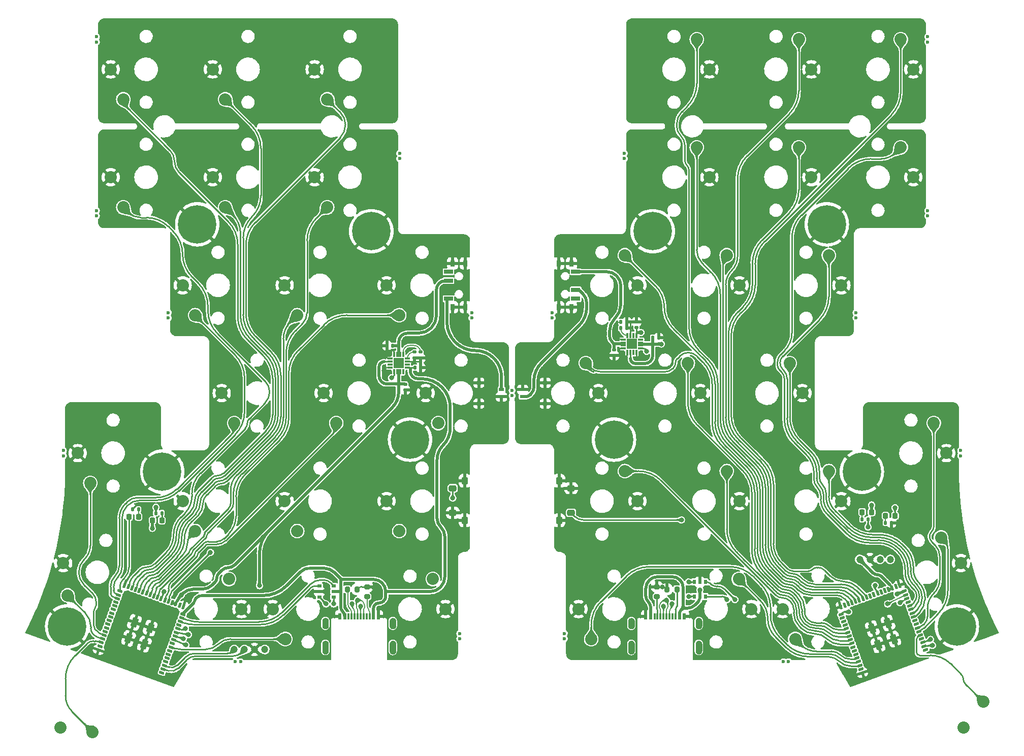
<source format=gtl>
G04 #@! TF.GenerationSoftware,KiCad,Pcbnew,(6.0.4-0)*
G04 #@! TF.CreationDate,2022-11-13T14:27:22-06:00*
G04 #@! TF.ProjectId,main,6d61696e-2e6b-4696-9361-645f70636258,0.2*
G04 #@! TF.SameCoordinates,Original*
G04 #@! TF.FileFunction,Copper,L1,Top*
G04 #@! TF.FilePolarity,Positive*
%FSLAX46Y46*%
G04 Gerber Fmt 4.6, Leading zero omitted, Abs format (unit mm)*
G04 Created by KiCad (PCBNEW (6.0.4-0)) date 2022-11-13 14:27:22*
%MOMM*%
%LPD*%
G01*
G04 APERTURE LIST*
G04 Aperture macros list*
%AMRoundRect*
0 Rectangle with rounded corners*
0 $1 Rounding radius*
0 $2 $3 $4 $5 $6 $7 $8 $9 X,Y pos of 4 corners*
0 Add a 4 corners polygon primitive as box body*
4,1,4,$2,$3,$4,$5,$6,$7,$8,$9,$2,$3,0*
0 Add four circle primitives for the rounded corners*
1,1,$1+$1,$2,$3*
1,1,$1+$1,$4,$5*
1,1,$1+$1,$6,$7*
1,1,$1+$1,$8,$9*
0 Add four rect primitives between the rounded corners*
20,1,$1+$1,$2,$3,$4,$5,0*
20,1,$1+$1,$4,$5,$6,$7,0*
20,1,$1+$1,$6,$7,$8,$9,0*
20,1,$1+$1,$8,$9,$2,$3,0*%
%AMRotRect*
0 Rectangle, with rotation*
0 The origin of the aperture is its center*
0 $1 length*
0 $2 width*
0 $3 Rotation angle, in degrees counterclockwise*
0 Add horizontal line*
21,1,$1,$2,0,0,$3*%
G04 Aperture macros list end*
G04 #@! TA.AperFunction,EtchedComponent*
%ADD10C,0.010000*%
G04 #@! TD*
G04 #@! TA.AperFunction,ComponentPad*
%ADD11C,0.600000*%
G04 #@! TD*
G04 #@! TA.AperFunction,SMDPad,CuDef*
%ADD12RoundRect,0.112500X0.278669X0.221147X-0.355624X-0.009716X-0.278669X-0.221147X0.355624X0.009716X0*%
G04 #@! TD*
G04 #@! TA.AperFunction,SMDPad,CuDef*
%ADD13RoundRect,0.112500X-0.221147X0.278669X0.009716X-0.355624X0.221147X-0.278669X-0.009716X0.355624X0*%
G04 #@! TD*
G04 #@! TA.AperFunction,SMDPad,CuDef*
%ADD14RotRect,1.000000X1.500000X200.000000*%
G04 #@! TD*
G04 #@! TA.AperFunction,SMDPad,CuDef*
%ADD15RotRect,1.000000X1.500000X160.000000*%
G04 #@! TD*
G04 #@! TA.AperFunction,SMDPad,CuDef*
%ADD16RoundRect,0.112500X0.355624X-0.009716X-0.278669X0.221147X-0.355624X0.009716X0.278669X-0.221147X0*%
G04 #@! TD*
G04 #@! TA.AperFunction,SMDPad,CuDef*
%ADD17RoundRect,0.112500X0.009716X0.355624X-0.221147X-0.278669X-0.009716X-0.355624X0.221147X0.278669X0*%
G04 #@! TD*
G04 #@! TA.AperFunction,ComponentPad*
%ADD18C,2.032000*%
G04 #@! TD*
G04 #@! TA.AperFunction,SMDPad,CuDef*
%ADD19RoundRect,0.007800X-0.422200X-0.122200X0.422200X-0.122200X0.422200X0.122200X-0.422200X0.122200X0*%
G04 #@! TD*
G04 #@! TA.AperFunction,SMDPad,CuDef*
%ADD20RoundRect,0.007800X0.122200X-0.422200X0.122200X0.422200X-0.122200X0.422200X-0.122200X-0.422200X0*%
G04 #@! TD*
G04 #@! TA.AperFunction,SMDPad,CuDef*
%ADD21R,1.680000X1.680000*%
G04 #@! TD*
G04 #@! TA.AperFunction,ComponentPad*
%ADD22C,0.400000*%
G04 #@! TD*
G04 #@! TA.AperFunction,ComponentPad*
%ADD23C,1.200000*%
G04 #@! TD*
G04 #@! TA.AperFunction,SMDPad,CuDef*
%ADD24R,1.500000X0.700000*%
G04 #@! TD*
G04 #@! TA.AperFunction,SMDPad,CuDef*
%ADD25R,0.800000X1.000000*%
G04 #@! TD*
G04 #@! TA.AperFunction,SMDPad,CuDef*
%ADD26R,0.600000X1.100000*%
G04 #@! TD*
G04 #@! TA.AperFunction,SMDPad,CuDef*
%ADD27R,0.300000X1.100000*%
G04 #@! TD*
G04 #@! TA.AperFunction,ComponentPad*
%ADD28O,1.000000X2.000000*%
G04 #@! TD*
G04 #@! TA.AperFunction,ComponentPad*
%ADD29O,0.900000X1.800000*%
G04 #@! TD*
G04 #@! TA.AperFunction,SMDPad,CuDef*
%ADD30RoundRect,0.218750X0.218750X0.256250X-0.218750X0.256250X-0.218750X-0.256250X0.218750X-0.256250X0*%
G04 #@! TD*
G04 #@! TA.AperFunction,SMDPad,CuDef*
%ADD31RoundRect,0.140000X-0.170000X0.140000X-0.170000X-0.140000X0.170000X-0.140000X0.170000X0.140000X0*%
G04 #@! TD*
G04 #@! TA.AperFunction,SMDPad,CuDef*
%ADD32R,0.800000X0.550000*%
G04 #@! TD*
G04 #@! TA.AperFunction,SMDPad,CuDef*
%ADD33RoundRect,0.135000X-0.135000X-0.185000X0.135000X-0.185000X0.135000X0.185000X-0.135000X0.185000X0*%
G04 #@! TD*
G04 #@! TA.AperFunction,SMDPad,CuDef*
%ADD34RoundRect,0.140000X0.140000X0.170000X-0.140000X0.170000X-0.140000X-0.170000X0.140000X-0.170000X0*%
G04 #@! TD*
G04 #@! TA.AperFunction,SMDPad,CuDef*
%ADD35RoundRect,0.218750X-0.218750X-0.256250X0.218750X-0.256250X0.218750X0.256250X-0.218750X0.256250X0*%
G04 #@! TD*
G04 #@! TA.AperFunction,SMDPad,CuDef*
%ADD36RoundRect,0.200000X0.200000X0.275000X-0.200000X0.275000X-0.200000X-0.275000X0.200000X-0.275000X0*%
G04 #@! TD*
G04 #@! TA.AperFunction,SMDPad,CuDef*
%ADD37RoundRect,0.250000X-0.400000X0.250000X-0.400000X-0.250000X0.400000X-0.250000X0.400000X0.250000X0*%
G04 #@! TD*
G04 #@! TA.AperFunction,SMDPad,CuDef*
%ADD38RoundRect,0.250000X-0.250000X0.400000X-0.250000X-0.400000X0.250000X-0.400000X0.250000X0.400000X0*%
G04 #@! TD*
G04 #@! TA.AperFunction,SMDPad,CuDef*
%ADD39R,0.850000X0.600000*%
G04 #@! TD*
G04 #@! TA.AperFunction,SMDPad,CuDef*
%ADD40R,0.800000X0.700000*%
G04 #@! TD*
G04 #@! TA.AperFunction,SMDPad,CuDef*
%ADD41RoundRect,0.140000X0.170000X-0.140000X0.170000X0.140000X-0.170000X0.140000X-0.170000X-0.140000X0*%
G04 #@! TD*
G04 #@! TA.AperFunction,SMDPad,CuDef*
%ADD42RoundRect,0.200000X-0.200000X-0.275000X0.200000X-0.275000X0.200000X0.275000X-0.200000X0.275000X0*%
G04 #@! TD*
G04 #@! TA.AperFunction,SMDPad,CuDef*
%ADD43RoundRect,0.135000X0.135000X0.185000X-0.135000X0.185000X-0.135000X-0.185000X0.135000X-0.185000X0*%
G04 #@! TD*
G04 #@! TA.AperFunction,SMDPad,CuDef*
%ADD44RoundRect,0.007800X-0.122200X0.422200X-0.122200X-0.422200X0.122200X-0.422200X0.122200X0.422200X0*%
G04 #@! TD*
G04 #@! TA.AperFunction,SMDPad,CuDef*
%ADD45RoundRect,0.250000X0.400000X-0.250000X0.400000X0.250000X-0.400000X0.250000X-0.400000X-0.250000X0*%
G04 #@! TD*
G04 #@! TA.AperFunction,SMDPad,CuDef*
%ADD46RoundRect,0.250000X0.250000X-0.400000X0.250000X0.400000X-0.250000X0.400000X-0.250000X-0.400000X0*%
G04 #@! TD*
G04 #@! TA.AperFunction,SMDPad,CuDef*
%ADD47RoundRect,0.200000X0.275000X-0.200000X0.275000X0.200000X-0.275000X0.200000X-0.275000X-0.200000X0*%
G04 #@! TD*
G04 #@! TA.AperFunction,SMDPad,CuDef*
%ADD48RoundRect,0.135000X0.185000X-0.135000X0.185000X0.135000X-0.185000X0.135000X-0.185000X-0.135000X0*%
G04 #@! TD*
G04 #@! TA.AperFunction,SMDPad,CuDef*
%ADD49R,0.550000X0.800000*%
G04 #@! TD*
G04 #@! TA.AperFunction,ComponentPad*
%ADD50C,6.400000*%
G04 #@! TD*
G04 #@! TA.AperFunction,ComponentPad*
%ADD51C,0.800000*%
G04 #@! TD*
G04 #@! TA.AperFunction,ViaPad*
%ADD52C,0.800000*%
G04 #@! TD*
G04 #@! TA.AperFunction,Conductor*
%ADD53C,0.250000*%
G04 #@! TD*
G04 #@! TA.AperFunction,Conductor*
%ADD54C,0.500000*%
G04 #@! TD*
G04 #@! TA.AperFunction,Conductor*
%ADD55C,0.200000*%
G04 #@! TD*
G04 #@! TA.AperFunction,Conductor*
%ADD56C,0.400000*%
G04 #@! TD*
G04 APERTURE END LIST*
G36*
X200834500Y-141165500D02*
G01*
X200886500Y-141173500D01*
X200937500Y-141186500D01*
X200985500Y-141205500D01*
X201032500Y-141229500D01*
X201076500Y-141257500D01*
X201117500Y-141290500D01*
X201154500Y-141327500D01*
X201187500Y-141368500D01*
X201215500Y-141412500D01*
X201239500Y-141459500D01*
X201258500Y-141507500D01*
X201271500Y-141558500D01*
X201279500Y-141610500D01*
X201282500Y-141662500D01*
X201282500Y-142462500D01*
X201279500Y-142514500D01*
X201271500Y-142566500D01*
X201258500Y-142617500D01*
X201239500Y-142665500D01*
X201215500Y-142712500D01*
X201187500Y-142756500D01*
X201154500Y-142797500D01*
X201117500Y-142834500D01*
X201076500Y-142867500D01*
X201032500Y-142895500D01*
X200985500Y-142919500D01*
X200937500Y-142938500D01*
X200886500Y-142951500D01*
X200834500Y-142959500D01*
X200782500Y-142962500D01*
X200730500Y-142959500D01*
X200678500Y-142951500D01*
X200627500Y-142938500D01*
X200579500Y-142919500D01*
X200532500Y-142895500D01*
X200488500Y-142867500D01*
X200447500Y-142834500D01*
X200410500Y-142797500D01*
X200377500Y-142756500D01*
X200349500Y-142712500D01*
X200325500Y-142665500D01*
X200306500Y-142617500D01*
X200293500Y-142566500D01*
X200285500Y-142514500D01*
X200282500Y-142462500D01*
X200282500Y-141662500D01*
X200285500Y-141610500D01*
X200293500Y-141558500D01*
X200306500Y-141507500D01*
X200325500Y-141459500D01*
X200349500Y-141412500D01*
X200377500Y-141368500D01*
X200410500Y-141327500D01*
X200447500Y-141290500D01*
X200488500Y-141257500D01*
X200532500Y-141229500D01*
X200579500Y-141205500D01*
X200627500Y-141186500D01*
X200678500Y-141173500D01*
X200730500Y-141165500D01*
X200782500Y-141162500D01*
X200834500Y-141165500D01*
G37*
D10*
X200834500Y-141165500D02*
X200886500Y-141173500D01*
X200937500Y-141186500D01*
X200985500Y-141205500D01*
X201032500Y-141229500D01*
X201076500Y-141257500D01*
X201117500Y-141290500D01*
X201154500Y-141327500D01*
X201187500Y-141368500D01*
X201215500Y-141412500D01*
X201239500Y-141459500D01*
X201258500Y-141507500D01*
X201271500Y-141558500D01*
X201279500Y-141610500D01*
X201282500Y-141662500D01*
X201282500Y-142462500D01*
X201279500Y-142514500D01*
X201271500Y-142566500D01*
X201258500Y-142617500D01*
X201239500Y-142665500D01*
X201215500Y-142712500D01*
X201187500Y-142756500D01*
X201154500Y-142797500D01*
X201117500Y-142834500D01*
X201076500Y-142867500D01*
X201032500Y-142895500D01*
X200985500Y-142919500D01*
X200937500Y-142938500D01*
X200886500Y-142951500D01*
X200834500Y-142959500D01*
X200782500Y-142962500D01*
X200730500Y-142959500D01*
X200678500Y-142951500D01*
X200627500Y-142938500D01*
X200579500Y-142919500D01*
X200532500Y-142895500D01*
X200488500Y-142867500D01*
X200447500Y-142834500D01*
X200410500Y-142797500D01*
X200377500Y-142756500D01*
X200349500Y-142712500D01*
X200325500Y-142665500D01*
X200306500Y-142617500D01*
X200293500Y-142566500D01*
X200285500Y-142514500D01*
X200282500Y-142462500D01*
X200282500Y-141662500D01*
X200285500Y-141610500D01*
X200293500Y-141558500D01*
X200306500Y-141507500D01*
X200325500Y-141459500D01*
X200349500Y-141412500D01*
X200377500Y-141368500D01*
X200410500Y-141327500D01*
X200447500Y-141290500D01*
X200488500Y-141257500D01*
X200532500Y-141229500D01*
X200579500Y-141205500D01*
X200627500Y-141186500D01*
X200678500Y-141173500D01*
X200730500Y-141165500D01*
X200782500Y-141162500D01*
X200834500Y-141165500D01*
G36*
X189594500Y-144965500D02*
G01*
X189646500Y-144973500D01*
X189697500Y-144986500D01*
X189745500Y-145005500D01*
X189792500Y-145029500D01*
X189836500Y-145057500D01*
X189877500Y-145090500D01*
X189914500Y-145127500D01*
X189947500Y-145168500D01*
X189975500Y-145212500D01*
X189999500Y-145259500D01*
X190018500Y-145307500D01*
X190031500Y-145358500D01*
X190039500Y-145410500D01*
X190042500Y-145462500D01*
X190042500Y-146662500D01*
X190039500Y-146714500D01*
X190031500Y-146766500D01*
X190018500Y-146817500D01*
X189999500Y-146865500D01*
X189975500Y-146912500D01*
X189947500Y-146956500D01*
X189914500Y-146997500D01*
X189877500Y-147034500D01*
X189836500Y-147067500D01*
X189792500Y-147095500D01*
X189745500Y-147119500D01*
X189697500Y-147138500D01*
X189646500Y-147151500D01*
X189594500Y-147159500D01*
X189542500Y-147162500D01*
X189490500Y-147159500D01*
X189438500Y-147151500D01*
X189387500Y-147138500D01*
X189339500Y-147119500D01*
X189292500Y-147095500D01*
X189248500Y-147067500D01*
X189207500Y-147034500D01*
X189170500Y-146997500D01*
X189137500Y-146956500D01*
X189109500Y-146912500D01*
X189085500Y-146865500D01*
X189066500Y-146817500D01*
X189053500Y-146766500D01*
X189045500Y-146714500D01*
X189042500Y-146662500D01*
X189042500Y-145462500D01*
X189045500Y-145410500D01*
X189053500Y-145358500D01*
X189066500Y-145307500D01*
X189085500Y-145259500D01*
X189109500Y-145212500D01*
X189137500Y-145168500D01*
X189170500Y-145127500D01*
X189207500Y-145090500D01*
X189248500Y-145057500D01*
X189292500Y-145029500D01*
X189339500Y-145005500D01*
X189387500Y-144986500D01*
X189438500Y-144973500D01*
X189490500Y-144965500D01*
X189542500Y-144962500D01*
X189594500Y-144965500D01*
G37*
X189594500Y-144965500D02*
X189646500Y-144973500D01*
X189697500Y-144986500D01*
X189745500Y-145005500D01*
X189792500Y-145029500D01*
X189836500Y-145057500D01*
X189877500Y-145090500D01*
X189914500Y-145127500D01*
X189947500Y-145168500D01*
X189975500Y-145212500D01*
X189999500Y-145259500D01*
X190018500Y-145307500D01*
X190031500Y-145358500D01*
X190039500Y-145410500D01*
X190042500Y-145462500D01*
X190042500Y-146662500D01*
X190039500Y-146714500D01*
X190031500Y-146766500D01*
X190018500Y-146817500D01*
X189999500Y-146865500D01*
X189975500Y-146912500D01*
X189947500Y-146956500D01*
X189914500Y-146997500D01*
X189877500Y-147034500D01*
X189836500Y-147067500D01*
X189792500Y-147095500D01*
X189745500Y-147119500D01*
X189697500Y-147138500D01*
X189646500Y-147151500D01*
X189594500Y-147159500D01*
X189542500Y-147162500D01*
X189490500Y-147159500D01*
X189438500Y-147151500D01*
X189387500Y-147138500D01*
X189339500Y-147119500D01*
X189292500Y-147095500D01*
X189248500Y-147067500D01*
X189207500Y-147034500D01*
X189170500Y-146997500D01*
X189137500Y-146956500D01*
X189109500Y-146912500D01*
X189085500Y-146865500D01*
X189066500Y-146817500D01*
X189053500Y-146766500D01*
X189045500Y-146714500D01*
X189042500Y-146662500D01*
X189042500Y-145462500D01*
X189045500Y-145410500D01*
X189053500Y-145358500D01*
X189066500Y-145307500D01*
X189085500Y-145259500D01*
X189109500Y-145212500D01*
X189137500Y-145168500D01*
X189170500Y-145127500D01*
X189207500Y-145090500D01*
X189248500Y-145057500D01*
X189292500Y-145029500D01*
X189339500Y-145005500D01*
X189387500Y-144986500D01*
X189438500Y-144973500D01*
X189490500Y-144965500D01*
X189542500Y-144962500D01*
X189594500Y-144965500D01*
G36*
X189594500Y-141165500D02*
G01*
X189646500Y-141173500D01*
X189697500Y-141186500D01*
X189745500Y-141205500D01*
X189792500Y-141229500D01*
X189836500Y-141257500D01*
X189877500Y-141290500D01*
X189914500Y-141327500D01*
X189947500Y-141368500D01*
X189975500Y-141412500D01*
X189999500Y-141459500D01*
X190018500Y-141507500D01*
X190031500Y-141558500D01*
X190039500Y-141610500D01*
X190042500Y-141662500D01*
X190042500Y-142462500D01*
X190039500Y-142514500D01*
X190031500Y-142566500D01*
X190018500Y-142617500D01*
X189999500Y-142665500D01*
X189975500Y-142712500D01*
X189947500Y-142756500D01*
X189914500Y-142797500D01*
X189877500Y-142834500D01*
X189836500Y-142867500D01*
X189792500Y-142895500D01*
X189745500Y-142919500D01*
X189697500Y-142938500D01*
X189646500Y-142951500D01*
X189594500Y-142959500D01*
X189542500Y-142962500D01*
X189490500Y-142959500D01*
X189438500Y-142951500D01*
X189387500Y-142938500D01*
X189339500Y-142919500D01*
X189292500Y-142895500D01*
X189248500Y-142867500D01*
X189207500Y-142834500D01*
X189170500Y-142797500D01*
X189137500Y-142756500D01*
X189109500Y-142712500D01*
X189085500Y-142665500D01*
X189066500Y-142617500D01*
X189053500Y-142566500D01*
X189045500Y-142514500D01*
X189042500Y-142462500D01*
X189042500Y-141662500D01*
X189045500Y-141610500D01*
X189053500Y-141558500D01*
X189066500Y-141507500D01*
X189085500Y-141459500D01*
X189109500Y-141412500D01*
X189137500Y-141368500D01*
X189170500Y-141327500D01*
X189207500Y-141290500D01*
X189248500Y-141257500D01*
X189292500Y-141229500D01*
X189339500Y-141205500D01*
X189387500Y-141186500D01*
X189438500Y-141173500D01*
X189490500Y-141165500D01*
X189542500Y-141162500D01*
X189594500Y-141165500D01*
G37*
X189594500Y-141165500D02*
X189646500Y-141173500D01*
X189697500Y-141186500D01*
X189745500Y-141205500D01*
X189792500Y-141229500D01*
X189836500Y-141257500D01*
X189877500Y-141290500D01*
X189914500Y-141327500D01*
X189947500Y-141368500D01*
X189975500Y-141412500D01*
X189999500Y-141459500D01*
X190018500Y-141507500D01*
X190031500Y-141558500D01*
X190039500Y-141610500D01*
X190042500Y-141662500D01*
X190042500Y-142462500D01*
X190039500Y-142514500D01*
X190031500Y-142566500D01*
X190018500Y-142617500D01*
X189999500Y-142665500D01*
X189975500Y-142712500D01*
X189947500Y-142756500D01*
X189914500Y-142797500D01*
X189877500Y-142834500D01*
X189836500Y-142867500D01*
X189792500Y-142895500D01*
X189745500Y-142919500D01*
X189697500Y-142938500D01*
X189646500Y-142951500D01*
X189594500Y-142959500D01*
X189542500Y-142962500D01*
X189490500Y-142959500D01*
X189438500Y-142951500D01*
X189387500Y-142938500D01*
X189339500Y-142919500D01*
X189292500Y-142895500D01*
X189248500Y-142867500D01*
X189207500Y-142834500D01*
X189170500Y-142797500D01*
X189137500Y-142756500D01*
X189109500Y-142712500D01*
X189085500Y-142665500D01*
X189066500Y-142617500D01*
X189053500Y-142566500D01*
X189045500Y-142514500D01*
X189042500Y-142462500D01*
X189042500Y-141662500D01*
X189045500Y-141610500D01*
X189053500Y-141558500D01*
X189066500Y-141507500D01*
X189085500Y-141459500D01*
X189109500Y-141412500D01*
X189137500Y-141368500D01*
X189170500Y-141327500D01*
X189207500Y-141290500D01*
X189248500Y-141257500D01*
X189292500Y-141229500D01*
X189339500Y-141205500D01*
X189387500Y-141186500D01*
X189438500Y-141173500D01*
X189490500Y-141165500D01*
X189542500Y-141162500D01*
X189594500Y-141165500D01*
G36*
X200834500Y-144965500D02*
G01*
X200886500Y-144973500D01*
X200937500Y-144986500D01*
X200985500Y-145005500D01*
X201032500Y-145029500D01*
X201076500Y-145057500D01*
X201117500Y-145090500D01*
X201154500Y-145127500D01*
X201187500Y-145168500D01*
X201215500Y-145212500D01*
X201239500Y-145259500D01*
X201258500Y-145307500D01*
X201271500Y-145358500D01*
X201279500Y-145410500D01*
X201282500Y-145462500D01*
X201282500Y-146662500D01*
X201279500Y-146714500D01*
X201271500Y-146766500D01*
X201258500Y-146817500D01*
X201239500Y-146865500D01*
X201215500Y-146912500D01*
X201187500Y-146956500D01*
X201154500Y-146997500D01*
X201117500Y-147034500D01*
X201076500Y-147067500D01*
X201032500Y-147095500D01*
X200985500Y-147119500D01*
X200937500Y-147138500D01*
X200886500Y-147151500D01*
X200834500Y-147159500D01*
X200782500Y-147162500D01*
X200730500Y-147159500D01*
X200678500Y-147151500D01*
X200627500Y-147138500D01*
X200579500Y-147119500D01*
X200532500Y-147095500D01*
X200488500Y-147067500D01*
X200447500Y-147034500D01*
X200410500Y-146997500D01*
X200377500Y-146956500D01*
X200349500Y-146912500D01*
X200325500Y-146865500D01*
X200306500Y-146817500D01*
X200293500Y-146766500D01*
X200285500Y-146714500D01*
X200282500Y-146662500D01*
X200282500Y-145462500D01*
X200285500Y-145410500D01*
X200293500Y-145358500D01*
X200306500Y-145307500D01*
X200325500Y-145259500D01*
X200349500Y-145212500D01*
X200377500Y-145168500D01*
X200410500Y-145127500D01*
X200447500Y-145090500D01*
X200488500Y-145057500D01*
X200532500Y-145029500D01*
X200579500Y-145005500D01*
X200627500Y-144986500D01*
X200678500Y-144973500D01*
X200730500Y-144965500D01*
X200782500Y-144962500D01*
X200834500Y-144965500D01*
G37*
X200834500Y-144965500D02*
X200886500Y-144973500D01*
X200937500Y-144986500D01*
X200985500Y-145005500D01*
X201032500Y-145029500D01*
X201076500Y-145057500D01*
X201117500Y-145090500D01*
X201154500Y-145127500D01*
X201187500Y-145168500D01*
X201215500Y-145212500D01*
X201239500Y-145259500D01*
X201258500Y-145307500D01*
X201271500Y-145358500D01*
X201279500Y-145410500D01*
X201282500Y-145462500D01*
X201282500Y-146662500D01*
X201279500Y-146714500D01*
X201271500Y-146766500D01*
X201258500Y-146817500D01*
X201239500Y-146865500D01*
X201215500Y-146912500D01*
X201187500Y-146956500D01*
X201154500Y-146997500D01*
X201117500Y-147034500D01*
X201076500Y-147067500D01*
X201032500Y-147095500D01*
X200985500Y-147119500D01*
X200937500Y-147138500D01*
X200886500Y-147151500D01*
X200834500Y-147159500D01*
X200782500Y-147162500D01*
X200730500Y-147159500D01*
X200678500Y-147151500D01*
X200627500Y-147138500D01*
X200579500Y-147119500D01*
X200532500Y-147095500D01*
X200488500Y-147067500D01*
X200447500Y-147034500D01*
X200410500Y-146997500D01*
X200377500Y-146956500D01*
X200349500Y-146912500D01*
X200325500Y-146865500D01*
X200306500Y-146817500D01*
X200293500Y-146766500D01*
X200285500Y-146714500D01*
X200282500Y-146662500D01*
X200282500Y-145462500D01*
X200285500Y-145410500D01*
X200293500Y-145358500D01*
X200306500Y-145307500D01*
X200325500Y-145259500D01*
X200349500Y-145212500D01*
X200377500Y-145168500D01*
X200410500Y-145127500D01*
X200447500Y-145090500D01*
X200488500Y-145057500D01*
X200532500Y-145029500D01*
X200579500Y-145005500D01*
X200627500Y-144986500D01*
X200678500Y-144973500D01*
X200730500Y-144965500D01*
X200782500Y-144962500D01*
X200834500Y-144965500D01*
G36*
X138594500Y-141165500D02*
G01*
X138646500Y-141173500D01*
X138697500Y-141186500D01*
X138745500Y-141205500D01*
X138792500Y-141229500D01*
X138836500Y-141257500D01*
X138877500Y-141290500D01*
X138914500Y-141327500D01*
X138947500Y-141368500D01*
X138975500Y-141412500D01*
X138999500Y-141459500D01*
X139018500Y-141507500D01*
X139031500Y-141558500D01*
X139039500Y-141610500D01*
X139042500Y-141662500D01*
X139042500Y-142462500D01*
X139039500Y-142514500D01*
X139031500Y-142566500D01*
X139018500Y-142617500D01*
X138999500Y-142665500D01*
X138975500Y-142712500D01*
X138947500Y-142756500D01*
X138914500Y-142797500D01*
X138877500Y-142834500D01*
X138836500Y-142867500D01*
X138792500Y-142895500D01*
X138745500Y-142919500D01*
X138697500Y-142938500D01*
X138646500Y-142951500D01*
X138594500Y-142959500D01*
X138542500Y-142962500D01*
X138490500Y-142959500D01*
X138438500Y-142951500D01*
X138387500Y-142938500D01*
X138339500Y-142919500D01*
X138292500Y-142895500D01*
X138248500Y-142867500D01*
X138207500Y-142834500D01*
X138170500Y-142797500D01*
X138137500Y-142756500D01*
X138109500Y-142712500D01*
X138085500Y-142665500D01*
X138066500Y-142617500D01*
X138053500Y-142566500D01*
X138045500Y-142514500D01*
X138042500Y-142462500D01*
X138042500Y-141662500D01*
X138045500Y-141610500D01*
X138053500Y-141558500D01*
X138066500Y-141507500D01*
X138085500Y-141459500D01*
X138109500Y-141412500D01*
X138137500Y-141368500D01*
X138170500Y-141327500D01*
X138207500Y-141290500D01*
X138248500Y-141257500D01*
X138292500Y-141229500D01*
X138339500Y-141205500D01*
X138387500Y-141186500D01*
X138438500Y-141173500D01*
X138490500Y-141165500D01*
X138542500Y-141162500D01*
X138594500Y-141165500D01*
G37*
X138594500Y-141165500D02*
X138646500Y-141173500D01*
X138697500Y-141186500D01*
X138745500Y-141205500D01*
X138792500Y-141229500D01*
X138836500Y-141257500D01*
X138877500Y-141290500D01*
X138914500Y-141327500D01*
X138947500Y-141368500D01*
X138975500Y-141412500D01*
X138999500Y-141459500D01*
X139018500Y-141507500D01*
X139031500Y-141558500D01*
X139039500Y-141610500D01*
X139042500Y-141662500D01*
X139042500Y-142462500D01*
X139039500Y-142514500D01*
X139031500Y-142566500D01*
X139018500Y-142617500D01*
X138999500Y-142665500D01*
X138975500Y-142712500D01*
X138947500Y-142756500D01*
X138914500Y-142797500D01*
X138877500Y-142834500D01*
X138836500Y-142867500D01*
X138792500Y-142895500D01*
X138745500Y-142919500D01*
X138697500Y-142938500D01*
X138646500Y-142951500D01*
X138594500Y-142959500D01*
X138542500Y-142962500D01*
X138490500Y-142959500D01*
X138438500Y-142951500D01*
X138387500Y-142938500D01*
X138339500Y-142919500D01*
X138292500Y-142895500D01*
X138248500Y-142867500D01*
X138207500Y-142834500D01*
X138170500Y-142797500D01*
X138137500Y-142756500D01*
X138109500Y-142712500D01*
X138085500Y-142665500D01*
X138066500Y-142617500D01*
X138053500Y-142566500D01*
X138045500Y-142514500D01*
X138042500Y-142462500D01*
X138042500Y-141662500D01*
X138045500Y-141610500D01*
X138053500Y-141558500D01*
X138066500Y-141507500D01*
X138085500Y-141459500D01*
X138109500Y-141412500D01*
X138137500Y-141368500D01*
X138170500Y-141327500D01*
X138207500Y-141290500D01*
X138248500Y-141257500D01*
X138292500Y-141229500D01*
X138339500Y-141205500D01*
X138387500Y-141186500D01*
X138438500Y-141173500D01*
X138490500Y-141165500D01*
X138542500Y-141162500D01*
X138594500Y-141165500D01*
G36*
X149834500Y-144965500D02*
G01*
X149886500Y-144973500D01*
X149937500Y-144986500D01*
X149985500Y-145005500D01*
X150032500Y-145029500D01*
X150076500Y-145057500D01*
X150117500Y-145090500D01*
X150154500Y-145127500D01*
X150187500Y-145168500D01*
X150215500Y-145212500D01*
X150239500Y-145259500D01*
X150258500Y-145307500D01*
X150271500Y-145358500D01*
X150279500Y-145410500D01*
X150282500Y-145462500D01*
X150282500Y-146662500D01*
X150279500Y-146714500D01*
X150271500Y-146766500D01*
X150258500Y-146817500D01*
X150239500Y-146865500D01*
X150215500Y-146912500D01*
X150187500Y-146956500D01*
X150154500Y-146997500D01*
X150117500Y-147034500D01*
X150076500Y-147067500D01*
X150032500Y-147095500D01*
X149985500Y-147119500D01*
X149937500Y-147138500D01*
X149886500Y-147151500D01*
X149834500Y-147159500D01*
X149782500Y-147162500D01*
X149730500Y-147159500D01*
X149678500Y-147151500D01*
X149627500Y-147138500D01*
X149579500Y-147119500D01*
X149532500Y-147095500D01*
X149488500Y-147067500D01*
X149447500Y-147034500D01*
X149410500Y-146997500D01*
X149377500Y-146956500D01*
X149349500Y-146912500D01*
X149325500Y-146865500D01*
X149306500Y-146817500D01*
X149293500Y-146766500D01*
X149285500Y-146714500D01*
X149282500Y-146662500D01*
X149282500Y-145462500D01*
X149285500Y-145410500D01*
X149293500Y-145358500D01*
X149306500Y-145307500D01*
X149325500Y-145259500D01*
X149349500Y-145212500D01*
X149377500Y-145168500D01*
X149410500Y-145127500D01*
X149447500Y-145090500D01*
X149488500Y-145057500D01*
X149532500Y-145029500D01*
X149579500Y-145005500D01*
X149627500Y-144986500D01*
X149678500Y-144973500D01*
X149730500Y-144965500D01*
X149782500Y-144962500D01*
X149834500Y-144965500D01*
G37*
X149834500Y-144965500D02*
X149886500Y-144973500D01*
X149937500Y-144986500D01*
X149985500Y-145005500D01*
X150032500Y-145029500D01*
X150076500Y-145057500D01*
X150117500Y-145090500D01*
X150154500Y-145127500D01*
X150187500Y-145168500D01*
X150215500Y-145212500D01*
X150239500Y-145259500D01*
X150258500Y-145307500D01*
X150271500Y-145358500D01*
X150279500Y-145410500D01*
X150282500Y-145462500D01*
X150282500Y-146662500D01*
X150279500Y-146714500D01*
X150271500Y-146766500D01*
X150258500Y-146817500D01*
X150239500Y-146865500D01*
X150215500Y-146912500D01*
X150187500Y-146956500D01*
X150154500Y-146997500D01*
X150117500Y-147034500D01*
X150076500Y-147067500D01*
X150032500Y-147095500D01*
X149985500Y-147119500D01*
X149937500Y-147138500D01*
X149886500Y-147151500D01*
X149834500Y-147159500D01*
X149782500Y-147162500D01*
X149730500Y-147159500D01*
X149678500Y-147151500D01*
X149627500Y-147138500D01*
X149579500Y-147119500D01*
X149532500Y-147095500D01*
X149488500Y-147067500D01*
X149447500Y-147034500D01*
X149410500Y-146997500D01*
X149377500Y-146956500D01*
X149349500Y-146912500D01*
X149325500Y-146865500D01*
X149306500Y-146817500D01*
X149293500Y-146766500D01*
X149285500Y-146714500D01*
X149282500Y-146662500D01*
X149282500Y-145462500D01*
X149285500Y-145410500D01*
X149293500Y-145358500D01*
X149306500Y-145307500D01*
X149325500Y-145259500D01*
X149349500Y-145212500D01*
X149377500Y-145168500D01*
X149410500Y-145127500D01*
X149447500Y-145090500D01*
X149488500Y-145057500D01*
X149532500Y-145029500D01*
X149579500Y-145005500D01*
X149627500Y-144986500D01*
X149678500Y-144973500D01*
X149730500Y-144965500D01*
X149782500Y-144962500D01*
X149834500Y-144965500D01*
G36*
X149834500Y-141165500D02*
G01*
X149886500Y-141173500D01*
X149937500Y-141186500D01*
X149985500Y-141205500D01*
X150032500Y-141229500D01*
X150076500Y-141257500D01*
X150117500Y-141290500D01*
X150154500Y-141327500D01*
X150187500Y-141368500D01*
X150215500Y-141412500D01*
X150239500Y-141459500D01*
X150258500Y-141507500D01*
X150271500Y-141558500D01*
X150279500Y-141610500D01*
X150282500Y-141662500D01*
X150282500Y-142462500D01*
X150279500Y-142514500D01*
X150271500Y-142566500D01*
X150258500Y-142617500D01*
X150239500Y-142665500D01*
X150215500Y-142712500D01*
X150187500Y-142756500D01*
X150154500Y-142797500D01*
X150117500Y-142834500D01*
X150076500Y-142867500D01*
X150032500Y-142895500D01*
X149985500Y-142919500D01*
X149937500Y-142938500D01*
X149886500Y-142951500D01*
X149834500Y-142959500D01*
X149782500Y-142962500D01*
X149730500Y-142959500D01*
X149678500Y-142951500D01*
X149627500Y-142938500D01*
X149579500Y-142919500D01*
X149532500Y-142895500D01*
X149488500Y-142867500D01*
X149447500Y-142834500D01*
X149410500Y-142797500D01*
X149377500Y-142756500D01*
X149349500Y-142712500D01*
X149325500Y-142665500D01*
X149306500Y-142617500D01*
X149293500Y-142566500D01*
X149285500Y-142514500D01*
X149282500Y-142462500D01*
X149282500Y-141662500D01*
X149285500Y-141610500D01*
X149293500Y-141558500D01*
X149306500Y-141507500D01*
X149325500Y-141459500D01*
X149349500Y-141412500D01*
X149377500Y-141368500D01*
X149410500Y-141327500D01*
X149447500Y-141290500D01*
X149488500Y-141257500D01*
X149532500Y-141229500D01*
X149579500Y-141205500D01*
X149627500Y-141186500D01*
X149678500Y-141173500D01*
X149730500Y-141165500D01*
X149782500Y-141162500D01*
X149834500Y-141165500D01*
G37*
X149834500Y-141165500D02*
X149886500Y-141173500D01*
X149937500Y-141186500D01*
X149985500Y-141205500D01*
X150032500Y-141229500D01*
X150076500Y-141257500D01*
X150117500Y-141290500D01*
X150154500Y-141327500D01*
X150187500Y-141368500D01*
X150215500Y-141412500D01*
X150239500Y-141459500D01*
X150258500Y-141507500D01*
X150271500Y-141558500D01*
X150279500Y-141610500D01*
X150282500Y-141662500D01*
X150282500Y-142462500D01*
X150279500Y-142514500D01*
X150271500Y-142566500D01*
X150258500Y-142617500D01*
X150239500Y-142665500D01*
X150215500Y-142712500D01*
X150187500Y-142756500D01*
X150154500Y-142797500D01*
X150117500Y-142834500D01*
X150076500Y-142867500D01*
X150032500Y-142895500D01*
X149985500Y-142919500D01*
X149937500Y-142938500D01*
X149886500Y-142951500D01*
X149834500Y-142959500D01*
X149782500Y-142962500D01*
X149730500Y-142959500D01*
X149678500Y-142951500D01*
X149627500Y-142938500D01*
X149579500Y-142919500D01*
X149532500Y-142895500D01*
X149488500Y-142867500D01*
X149447500Y-142834500D01*
X149410500Y-142797500D01*
X149377500Y-142756500D01*
X149349500Y-142712500D01*
X149325500Y-142665500D01*
X149306500Y-142617500D01*
X149293500Y-142566500D01*
X149285500Y-142514500D01*
X149282500Y-142462500D01*
X149282500Y-141662500D01*
X149285500Y-141610500D01*
X149293500Y-141558500D01*
X149306500Y-141507500D01*
X149325500Y-141459500D01*
X149349500Y-141412500D01*
X149377500Y-141368500D01*
X149410500Y-141327500D01*
X149447500Y-141290500D01*
X149488500Y-141257500D01*
X149532500Y-141229500D01*
X149579500Y-141205500D01*
X149627500Y-141186500D01*
X149678500Y-141173500D01*
X149730500Y-141165500D01*
X149782500Y-141162500D01*
X149834500Y-141165500D01*
G36*
X138594500Y-144965500D02*
G01*
X138646500Y-144973500D01*
X138697500Y-144986500D01*
X138745500Y-145005500D01*
X138792500Y-145029500D01*
X138836500Y-145057500D01*
X138877500Y-145090500D01*
X138914500Y-145127500D01*
X138947500Y-145168500D01*
X138975500Y-145212500D01*
X138999500Y-145259500D01*
X139018500Y-145307500D01*
X139031500Y-145358500D01*
X139039500Y-145410500D01*
X139042500Y-145462500D01*
X139042500Y-146662500D01*
X139039500Y-146714500D01*
X139031500Y-146766500D01*
X139018500Y-146817500D01*
X138999500Y-146865500D01*
X138975500Y-146912500D01*
X138947500Y-146956500D01*
X138914500Y-146997500D01*
X138877500Y-147034500D01*
X138836500Y-147067500D01*
X138792500Y-147095500D01*
X138745500Y-147119500D01*
X138697500Y-147138500D01*
X138646500Y-147151500D01*
X138594500Y-147159500D01*
X138542500Y-147162500D01*
X138490500Y-147159500D01*
X138438500Y-147151500D01*
X138387500Y-147138500D01*
X138339500Y-147119500D01*
X138292500Y-147095500D01*
X138248500Y-147067500D01*
X138207500Y-147034500D01*
X138170500Y-146997500D01*
X138137500Y-146956500D01*
X138109500Y-146912500D01*
X138085500Y-146865500D01*
X138066500Y-146817500D01*
X138053500Y-146766500D01*
X138045500Y-146714500D01*
X138042500Y-146662500D01*
X138042500Y-145462500D01*
X138045500Y-145410500D01*
X138053500Y-145358500D01*
X138066500Y-145307500D01*
X138085500Y-145259500D01*
X138109500Y-145212500D01*
X138137500Y-145168500D01*
X138170500Y-145127500D01*
X138207500Y-145090500D01*
X138248500Y-145057500D01*
X138292500Y-145029500D01*
X138339500Y-145005500D01*
X138387500Y-144986500D01*
X138438500Y-144973500D01*
X138490500Y-144965500D01*
X138542500Y-144962500D01*
X138594500Y-144965500D01*
G37*
X138594500Y-144965500D02*
X138646500Y-144973500D01*
X138697500Y-144986500D01*
X138745500Y-145005500D01*
X138792500Y-145029500D01*
X138836500Y-145057500D01*
X138877500Y-145090500D01*
X138914500Y-145127500D01*
X138947500Y-145168500D01*
X138975500Y-145212500D01*
X138999500Y-145259500D01*
X139018500Y-145307500D01*
X139031500Y-145358500D01*
X139039500Y-145410500D01*
X139042500Y-145462500D01*
X139042500Y-146662500D01*
X139039500Y-146714500D01*
X139031500Y-146766500D01*
X139018500Y-146817500D01*
X138999500Y-146865500D01*
X138975500Y-146912500D01*
X138947500Y-146956500D01*
X138914500Y-146997500D01*
X138877500Y-147034500D01*
X138836500Y-147067500D01*
X138792500Y-147095500D01*
X138745500Y-147119500D01*
X138697500Y-147138500D01*
X138646500Y-147151500D01*
X138594500Y-147159500D01*
X138542500Y-147162500D01*
X138490500Y-147159500D01*
X138438500Y-147151500D01*
X138387500Y-147138500D01*
X138339500Y-147119500D01*
X138292500Y-147095500D01*
X138248500Y-147067500D01*
X138207500Y-147034500D01*
X138170500Y-146997500D01*
X138137500Y-146956500D01*
X138109500Y-146912500D01*
X138085500Y-146865500D01*
X138066500Y-146817500D01*
X138053500Y-146766500D01*
X138045500Y-146714500D01*
X138042500Y-146662500D01*
X138042500Y-145462500D01*
X138045500Y-145410500D01*
X138053500Y-145358500D01*
X138066500Y-145307500D01*
X138085500Y-145259500D01*
X138109500Y-145212500D01*
X138137500Y-145168500D01*
X138170500Y-145127500D01*
X138207500Y-145090500D01*
X138248500Y-145057500D01*
X138292500Y-145029500D01*
X138339500Y-145005500D01*
X138387500Y-144986500D01*
X138438500Y-144973500D01*
X138490500Y-144965500D01*
X138542500Y-144962500D01*
X138594500Y-144965500D01*
D11*
X238950000Y-45100000D03*
X238950000Y-44225000D03*
X238950000Y-74100000D03*
X238950000Y-73225000D03*
X227000000Y-91100000D03*
X227000000Y-90225000D03*
X244450000Y-114100000D03*
X244450000Y-113225000D03*
X215750000Y-148450000D03*
X214875000Y-148450000D03*
X178375000Y-144600000D03*
X178375000Y-143725000D03*
X176375000Y-91100000D03*
X176375000Y-90225000D03*
X188375000Y-64550000D03*
X188375000Y-63675000D03*
X124425000Y-148450000D03*
X123550000Y-148450000D03*
X160950000Y-144625000D03*
X160950000Y-143750000D03*
X169663000Y-104100000D03*
X169663000Y-103225000D03*
X162950000Y-91100000D03*
X162950000Y-90225000D03*
X150950000Y-64550000D03*
X150950000Y-63675000D03*
X94875000Y-114100000D03*
X94875000Y-113225000D03*
X112375000Y-91100000D03*
X112375000Y-90225000D03*
X100375000Y-45100000D03*
X100375000Y-44225000D03*
X100375000Y-74100000D03*
X100375000Y-73225000D03*
D12*
X228060484Y-150290860D03*
X227838171Y-149680060D03*
X227615858Y-149069260D03*
X227393544Y-148458459D03*
X227171232Y-147847660D03*
X226948918Y-147236859D03*
X226726605Y-146626059D03*
X226504292Y-146015259D03*
X226281979Y-145404458D03*
X226059666Y-144793658D03*
X225837353Y-144182858D03*
X225615040Y-143572058D03*
X225392727Y-142961257D03*
X225170414Y-142350457D03*
X224948100Y-141739657D03*
X224725787Y-141128857D03*
X224503474Y-140518057D03*
D13*
X224468927Y-139253617D03*
X225079727Y-139031304D03*
X225690528Y-138808991D03*
X226301328Y-138586678D03*
X226912128Y-138364365D03*
X227522928Y-138142052D03*
X228133728Y-137919739D03*
X228744529Y-137697426D03*
X229355329Y-137475113D03*
X229966129Y-137252800D03*
X230576929Y-137030487D03*
X231187729Y-136808173D03*
X231798530Y-136585860D03*
X232409330Y-136363547D03*
X233020129Y-136141235D03*
X233630930Y-135918921D03*
X234241730Y-135696608D03*
D12*
X235028032Y-136687431D03*
X235250345Y-137298231D03*
X235472658Y-137909031D03*
X235694971Y-138519832D03*
X235917284Y-139130632D03*
X236139597Y-139741432D03*
X236361910Y-140352232D03*
X236584223Y-140963032D03*
X236806536Y-141573833D03*
X237028849Y-142184633D03*
X237251163Y-142795433D03*
X237473476Y-143406233D03*
X237695789Y-144017034D03*
X237918102Y-144627834D03*
X238140415Y-145238634D03*
X238362728Y-145849434D03*
X238585041Y-146460234D03*
D14*
X233300308Y-144659098D03*
X232325550Y-141980974D03*
X229694411Y-142938630D03*
X230669168Y-145616754D03*
D15*
X106717542Y-141878368D03*
X109348681Y-142836024D03*
X105742784Y-144556492D03*
X108373924Y-145514148D03*
D16*
X100739959Y-146460234D03*
X100962272Y-145849434D03*
X101184585Y-145238634D03*
X101406898Y-144627834D03*
X101629211Y-144017034D03*
X101851524Y-143406233D03*
X102073837Y-142795433D03*
X102296151Y-142184633D03*
X102518464Y-141573833D03*
X102740777Y-140963032D03*
X102963090Y-140352232D03*
X103185403Y-139741432D03*
X103407716Y-139130632D03*
X103630029Y-138519832D03*
X103852342Y-137909031D03*
X104074655Y-137298231D03*
X104296968Y-136687431D03*
D17*
X105083270Y-135696608D03*
X105694070Y-135918921D03*
X106304870Y-136141234D03*
X106915670Y-136363547D03*
X107526470Y-136585860D03*
X108137271Y-136808173D03*
X108748071Y-137030487D03*
X109358871Y-137252800D03*
X109969671Y-137475113D03*
X110580471Y-137697426D03*
X111191272Y-137919739D03*
X111802072Y-138142052D03*
X112412872Y-138364365D03*
X113023672Y-138586678D03*
X113634471Y-138808991D03*
X114245273Y-139031304D03*
X114856073Y-139253617D03*
D16*
X114821526Y-140518057D03*
X114599213Y-141128857D03*
X114376900Y-141739657D03*
X114154586Y-142350457D03*
X113932273Y-142961257D03*
X113709960Y-143572058D03*
X113487647Y-144182858D03*
X113265334Y-144793658D03*
X113043021Y-145404458D03*
X112820708Y-146015259D03*
X112598395Y-146626059D03*
X112376082Y-147236859D03*
X112153769Y-147847659D03*
X111931456Y-148458459D03*
X111709142Y-149069260D03*
X111486829Y-149680060D03*
X111264516Y-150290860D03*
D18*
X121862500Y-54662500D03*
X119762500Y-49662500D03*
X119762500Y-49662500D03*
X116862500Y-126662500D03*
X114762500Y-121662500D03*
X114762500Y-121662500D03*
X133862500Y-90662500D03*
X131762500Y-85662500D03*
X131762500Y-85662500D03*
D19*
X188213402Y-94712500D03*
X188213402Y-95212500D03*
X188213402Y-95712500D03*
X188213402Y-96212500D03*
D20*
X188898402Y-96897500D03*
X189398402Y-96897500D03*
X189898402Y-96897500D03*
X190398402Y-96897500D03*
D19*
X191083402Y-96212500D03*
X191083402Y-95712500D03*
X191083402Y-95212500D03*
X191083402Y-94712500D03*
D20*
X190398402Y-94027500D03*
X189898402Y-94027500D03*
X189398402Y-94027500D03*
X188898402Y-94027500D03*
D21*
X189648402Y-95462500D03*
D22*
X189648402Y-95462500D03*
X189068402Y-94882500D03*
X190228402Y-94882500D03*
X189068402Y-96042500D03*
X190228402Y-96042500D03*
D23*
X232712500Y-131387500D03*
X227612500Y-131387500D03*
D24*
X180264500Y-83412500D03*
X180264500Y-86412500D03*
X180264500Y-87912500D03*
D25*
X179564500Y-82012500D03*
X177464500Y-82012500D03*
X177464500Y-89312500D03*
X179564500Y-89312500D03*
D26*
X191962500Y-140912500D03*
X192762500Y-140912500D03*
D27*
X193912500Y-140912500D03*
X194912500Y-140912500D03*
X195412500Y-140912500D03*
X196412500Y-140912500D03*
D26*
X198362500Y-140912500D03*
X197562500Y-140912500D03*
D27*
X196912500Y-140912500D03*
X195912500Y-140912500D03*
X194412500Y-140912500D03*
X193412500Y-140912500D03*
D28*
X189542500Y-146062500D03*
X200782500Y-146062500D03*
D29*
X189542500Y-142062500D03*
X200782500Y-142062500D03*
D30*
X107400000Y-124262500D03*
X105825000Y-124262500D03*
D31*
X186710902Y-96432500D03*
X186710902Y-97392500D03*
D32*
X137545187Y-135807266D03*
X137545187Y-136757266D03*
X137545187Y-137707266D03*
X139945187Y-137707266D03*
X139945187Y-136757266D03*
X139945187Y-135807266D03*
D33*
X228012500Y-124692500D03*
X229032500Y-124692500D03*
D34*
X154438750Y-99425000D03*
X153478750Y-99425000D03*
D26*
X140962500Y-140912500D03*
X141762500Y-140912500D03*
D27*
X142912500Y-140912500D03*
X143912500Y-140912500D03*
X144412500Y-140912500D03*
X145412500Y-140912500D03*
D26*
X147362500Y-140912500D03*
X146562500Y-140912500D03*
D27*
X145912500Y-140912500D03*
X144912500Y-140912500D03*
X143412500Y-140912500D03*
X142412500Y-140912500D03*
D28*
X138542500Y-146062500D03*
X149782500Y-146062500D03*
D29*
X138542500Y-142062500D03*
X149782500Y-142062500D03*
D35*
X233500000Y-124092500D03*
X231925000Y-124092500D03*
D36*
X197137500Y-136362500D03*
X195487500Y-136362500D03*
D37*
X179512500Y-119517500D03*
X179512500Y-123617500D03*
D38*
X177512500Y-124867500D03*
X177512500Y-118267500D03*
D39*
X171425000Y-104262500D03*
X171425000Y-103062500D03*
D40*
X175200000Y-105412500D03*
X175200000Y-101912500D03*
D41*
X151845187Y-103117266D03*
X151845187Y-102157266D03*
D42*
X142187500Y-136362500D03*
X143837500Y-136362500D03*
D23*
X123345187Y-146407266D03*
D24*
X159062500Y-87912500D03*
X159062500Y-84912500D03*
X159062500Y-83412500D03*
D25*
X159762500Y-89312500D03*
X161862500Y-89312500D03*
X161862500Y-82012500D03*
X159762500Y-82012500D03*
D33*
X232932500Y-125292500D03*
X231912500Y-125292500D03*
D43*
X107412500Y-123062500D03*
X106392500Y-123062500D03*
D44*
X151512500Y-97227500D03*
X151012500Y-97227500D03*
X150512500Y-97227500D03*
X150012500Y-97227500D03*
D19*
X149327500Y-97912500D03*
X149327500Y-98412500D03*
X149327500Y-98912500D03*
X149327500Y-99412500D03*
D44*
X150012500Y-100097500D03*
X150512500Y-100097500D03*
X151012500Y-100097500D03*
X151512500Y-100097500D03*
D19*
X152197500Y-99412500D03*
X152197500Y-98912500D03*
X152197500Y-98412500D03*
X152197500Y-97912500D03*
D21*
X150762500Y-98662500D03*
D22*
X150762500Y-98662500D03*
X151342500Y-98082500D03*
X151342500Y-99242500D03*
X150182500Y-98082500D03*
X150182500Y-99242500D03*
D45*
X159787500Y-123617500D03*
X159787500Y-119517500D03*
D46*
X161787500Y-118267500D03*
X161787500Y-124867500D03*
D43*
X110292500Y-123662500D03*
X111312500Y-123662500D03*
D47*
X145512500Y-137587500D03*
X145512500Y-135937500D03*
D30*
X109725000Y-124862500D03*
X111300000Y-124862500D03*
D48*
X153412500Y-97835000D03*
X153412500Y-96815000D03*
D49*
X201912500Y-135162500D03*
X200962500Y-135162500D03*
X200012500Y-135162500D03*
X200012500Y-137562500D03*
X200962500Y-137562500D03*
X201912500Y-137562500D03*
D43*
X188820902Y-92812500D03*
X187800902Y-92812500D03*
D50*
X111362500Y-116762500D03*
D51*
X113059556Y-115065444D03*
X111362500Y-119162500D03*
X109665444Y-118459556D03*
X109665444Y-115065444D03*
X113762500Y-116762500D03*
X111362500Y-114362500D03*
X113059556Y-118459556D03*
X108962500Y-116762500D03*
D39*
X167900000Y-103062500D03*
X167900000Y-104262500D03*
D40*
X164125000Y-101912500D03*
X164125000Y-105412500D03*
D23*
X231012500Y-131387500D03*
D51*
X150965444Y-109715444D03*
X150262500Y-111412500D03*
D50*
X152662500Y-111412500D03*
D51*
X150965444Y-113109556D03*
X152662500Y-113812500D03*
X155062500Y-111412500D03*
X154359556Y-109715444D03*
X154359556Y-113109556D03*
X152662500Y-109012500D03*
X144515444Y-74965444D03*
X147909556Y-78359556D03*
X146212500Y-74262500D03*
X143812500Y-76662500D03*
X144515444Y-78359556D03*
D50*
X146212500Y-76662500D03*
D51*
X147909556Y-74965444D03*
X148612500Y-76662500D03*
X146212500Y-79062500D03*
D48*
X154412500Y-97835000D03*
X154412500Y-96815000D03*
D23*
X125045187Y-146407266D03*
D35*
X228025000Y-123492500D03*
X229600000Y-123492500D03*
D23*
X229312500Y-131387500D03*
X126745187Y-146407266D03*
D34*
X149792500Y-95725000D03*
X148832500Y-95725000D03*
D51*
X97912500Y-142562500D03*
X95512500Y-140162500D03*
X95512500Y-144962500D03*
X93815444Y-144259556D03*
X97209556Y-144259556D03*
D50*
X95512500Y-142562500D03*
D51*
X93112500Y-142562500D03*
X93815444Y-140865444D03*
X97209556Y-140865444D03*
D47*
X193812500Y-137587500D03*
X193812500Y-135937500D03*
D34*
X194103168Y-94379813D03*
X193143168Y-94379813D03*
D23*
X128445187Y-146407266D03*
D51*
X119595187Y-75507266D03*
X117195187Y-73107266D03*
X117195187Y-77907266D03*
D50*
X117195187Y-75507266D03*
D51*
X115498131Y-73810210D03*
X118892243Y-77204322D03*
X115498131Y-77204322D03*
X118892243Y-73810210D03*
X114795187Y-75507266D03*
D43*
X188820902Y-91812500D03*
X187800902Y-91812500D03*
D31*
X190410902Y-91786250D03*
X190410902Y-92746250D03*
D18*
X205462500Y-116662500D03*
X207562500Y-121662500D03*
X207562500Y-121662500D03*
X95577887Y-137388617D03*
X94843538Y-132015468D03*
X94843538Y-132015468D03*
X188462500Y-116662500D03*
X190562500Y-121662500D03*
X190562500Y-121662500D03*
X198962500Y-98662500D03*
X201062500Y-103662500D03*
X201062500Y-103662500D03*
X138862500Y-72662500D03*
X136762500Y-67662500D03*
X136762500Y-67662500D03*
X222462500Y-116662500D03*
X224562500Y-121662500D03*
X224562500Y-121662500D03*
D51*
X189062500Y-111412500D03*
X186662500Y-109012500D03*
X184965444Y-109715444D03*
X186662500Y-113812500D03*
D50*
X186662500Y-111412500D03*
D51*
X188359556Y-109715444D03*
X184965444Y-113109556D03*
X184262500Y-111412500D03*
X188359556Y-113109556D03*
D18*
X207462500Y-134662500D03*
X209562500Y-139662500D03*
X209562500Y-139662500D03*
X234462500Y-62662500D03*
X236562500Y-67662500D03*
X236562500Y-67662500D03*
X205462500Y-80662500D03*
X207562500Y-85662500D03*
X207562500Y-85662500D03*
X104862500Y-72662500D03*
X102762500Y-67662500D03*
X102762500Y-67662500D03*
X150862500Y-126662500D03*
X148762500Y-121662500D03*
X148762500Y-121662500D03*
X157362500Y-108662500D03*
X155262500Y-103662500D03*
X155262500Y-103662500D03*
X234462500Y-44662500D03*
X236562500Y-49662500D03*
X236562500Y-49662500D03*
X239962500Y-108662500D03*
X242062500Y-113662500D03*
X242062500Y-113662500D03*
X131862500Y-144662500D03*
X129762500Y-139662500D03*
X129762500Y-139662500D03*
X122462500Y-134662500D03*
X124562500Y-139662500D03*
X124562500Y-139662500D03*
X121862500Y-72662500D03*
X119762500Y-67662500D03*
X119762500Y-67662500D03*
X217462500Y-44662500D03*
X219562500Y-49662500D03*
X219562500Y-49662500D03*
D51*
X230362500Y-116762500D03*
X229659556Y-115065444D03*
X227962500Y-119162500D03*
X229659556Y-118459556D03*
D50*
X227962500Y-116762500D03*
D51*
X226265444Y-118459556D03*
X225562500Y-116762500D03*
X227962500Y-114362500D03*
X226265444Y-115065444D03*
D18*
X104862500Y-54662500D03*
X102762500Y-49662500D03*
X102762500Y-49662500D03*
X138862500Y-54662500D03*
X136762500Y-49662500D03*
X136762500Y-49662500D03*
X156462500Y-134662500D03*
X158562500Y-139662500D03*
X158562500Y-139662500D03*
X140362500Y-108662500D03*
X138262500Y-103662500D03*
X138262500Y-103662500D03*
X215962500Y-98662500D03*
X218062500Y-103662500D03*
X218062500Y-103662500D03*
X216862500Y-144662500D03*
X214762500Y-139662500D03*
X214762500Y-139662500D03*
X188462500Y-80662500D03*
X190562500Y-85662500D03*
X190562500Y-85662500D03*
X99746856Y-160152181D03*
X94366729Y-159470834D03*
X94366729Y-159470834D03*
D50*
X193112500Y-76662500D03*
D51*
X193112500Y-74262500D03*
X190712500Y-76662500D03*
X193112500Y-79062500D03*
X194809556Y-74965444D03*
X191415444Y-74965444D03*
X191415444Y-78359556D03*
X194809556Y-78359556D03*
X195512500Y-76662500D03*
D18*
X217462500Y-62662500D03*
X219562500Y-67662500D03*
X219562500Y-67662500D03*
X150862500Y-90662500D03*
X148762500Y-85662500D03*
X148762500Y-85662500D03*
X200462500Y-44662500D03*
X202562500Y-49662500D03*
X202562500Y-49662500D03*
X123362500Y-108662500D03*
X121262500Y-103662500D03*
X121262500Y-103662500D03*
X99362500Y-118662500D03*
X97262500Y-113662500D03*
X97262500Y-113662500D03*
X116862500Y-90662500D03*
X114762500Y-85662500D03*
X114762500Y-85662500D03*
X222462500Y-80662500D03*
X224562500Y-85662500D03*
X224562500Y-85662500D03*
X182862500Y-144662500D03*
X180762500Y-139662500D03*
X180762500Y-139662500D03*
D51*
X223826869Y-77204322D03*
X222129813Y-73107266D03*
X220432757Y-77204322D03*
X222129813Y-77907266D03*
X224529813Y-75507266D03*
D50*
X222129813Y-75507266D03*
D51*
X219729813Y-75507266D03*
X220432757Y-73810210D03*
X223826869Y-73810210D03*
X242115444Y-144259556D03*
X245509556Y-144259556D03*
X241412500Y-142562500D03*
X243812500Y-140162500D03*
X246212500Y-142562500D03*
X242115444Y-140865444D03*
D50*
X243812500Y-142562500D03*
D51*
X245509556Y-140865444D03*
X243812500Y-144962500D03*
D18*
X241158923Y-127729358D03*
X244481462Y-132015468D03*
X244481462Y-132015468D03*
X181962500Y-98662500D03*
X184062500Y-103662500D03*
X184062500Y-103662500D03*
X200462500Y-62662500D03*
X202562500Y-67662500D03*
X202562500Y-67662500D03*
X248238398Y-155152181D03*
X244958271Y-159470834D03*
X244958271Y-159470834D03*
X133862500Y-126662500D03*
X131762500Y-121662500D03*
X131762500Y-121662500D03*
D52*
X229600000Y-122313839D03*
X229000000Y-126000000D03*
X233512500Y-122762500D03*
X109700000Y-126200000D03*
X114526227Y-137326227D03*
X110300000Y-122700000D03*
X197900000Y-124800000D03*
X207337500Y-141787500D03*
X223287500Y-141862500D03*
X198512500Y-133687500D03*
X226187500Y-150412500D03*
X146931610Y-136767640D03*
X194723372Y-135937500D03*
X190910902Y-97866250D03*
X138431610Y-136767640D03*
X103087500Y-146137500D03*
X148358750Y-99925000D03*
X119395187Y-130207266D03*
X114895187Y-144607266D03*
X115295187Y-145657266D03*
X115745187Y-143907266D03*
X194534334Y-95466250D03*
X127562500Y-135762500D03*
X191137500Y-93537500D03*
X200962500Y-136462500D03*
X233812500Y-137162500D03*
X195412500Y-138162500D03*
X143013489Y-138762500D03*
X144412500Y-139162500D03*
X139945187Y-138807266D03*
X199087500Y-137562500D03*
X138645187Y-138807266D03*
X143912500Y-138162500D03*
X196311511Y-138762500D03*
X194912500Y-139162500D03*
X199087500Y-135162500D03*
X115245187Y-142907266D03*
X149558750Y-101125000D03*
X192110902Y-96666250D03*
X111645187Y-136707266D03*
X230162500Y-135712500D03*
X159782500Y-121162500D03*
X239437500Y-144737500D03*
X239737500Y-145737500D03*
X225762500Y-140137500D03*
X234312500Y-138587500D03*
X206812500Y-138062500D03*
X205512500Y-138062500D03*
X232262500Y-138812500D03*
D53*
X154412500Y-99113077D02*
X154412500Y-99291151D01*
X189118162Y-91812500D02*
X188969532Y-91812500D01*
X154412500Y-98674900D02*
X154412500Y-99017031D01*
X154412500Y-98280890D02*
X154412500Y-98429520D01*
X189266792Y-91812500D02*
X189118162Y-91812500D01*
X145103784Y-135937500D02*
X144743275Y-135937500D01*
X154412500Y-97983630D02*
X154412500Y-98132260D01*
X189415422Y-91812500D02*
X189266792Y-91812500D01*
X154412500Y-97872157D02*
X154412500Y-97946472D01*
X154412500Y-98132260D02*
X154412500Y-98280890D01*
X154412500Y-98429520D02*
X154412500Y-98578150D01*
X190277053Y-91812500D02*
X190098979Y-91812500D01*
X189564052Y-91812500D02*
X189415422Y-91812500D01*
X188932374Y-91812500D02*
X188858059Y-91812500D01*
X190002933Y-91812500D02*
X189660802Y-91812500D01*
X145659742Y-135937500D02*
X145365257Y-135937500D01*
X217221036Y-135731732D02*
X217369189Y-135879885D01*
X217109922Y-135620618D02*
X217183998Y-135694694D01*
X209300243Y-115207372D02*
X209647484Y-115554613D01*
X208432141Y-114339270D02*
X209126623Y-115033752D01*
X195192893Y-100099997D02*
G75*
G03*
X196400000Y-99600000I7J1707097D01*
G01*
X184416465Y-100100014D02*
G75*
G02*
X182681250Y-99381250I35J2454014D01*
G01*
X199049999Y-96900007D02*
G75*
G02*
X200501038Y-97501041I1J-2052093D01*
G01*
X197598956Y-97501037D02*
G75*
G02*
X199049999Y-96900000I1451044J-1451063D01*
G01*
X196581802Y-99418199D02*
G75*
G03*
X196900000Y-98650000I-768202J768199D01*
G01*
X196900000Y-98650000D02*
G75*
G02*
X197218197Y-97881801I1086400J0D01*
G01*
X190692858Y-116662541D02*
G75*
G02*
X194500318Y-118239601I42J-5384559D01*
G01*
X124924512Y-116176365D02*
X124197477Y-116903402D01*
X126742102Y-114358775D02*
X125288029Y-115812847D01*
X119096080Y-128857266D02*
X118997869Y-128857266D01*
X119341609Y-128857266D02*
X119145186Y-128857266D01*
X123180506Y-127013220D02*
X122565824Y-127627902D01*
X122412153Y-127781572D02*
X122104812Y-128088913D01*
X208293920Y-131397486D02*
X210680118Y-133783684D01*
X213263392Y-136366957D02*
X213657545Y-136761110D01*
X211473744Y-134577310D02*
X212272690Y-135376256D01*
X216309759Y-137999042D02*
X216325223Y-138014507D01*
X212278010Y-135381576D02*
X213066316Y-136169881D01*
X216271100Y-137960383D02*
X216302027Y-137991310D01*
X208571246Y-111935502D02*
X210023868Y-113388125D01*
X129745187Y-106470459D02*
X129745187Y-106996848D01*
X210468951Y-113833209D02*
X211249882Y-114614140D01*
X129745187Y-105417681D02*
X129745187Y-105944070D01*
X217250574Y-133317302D02*
X216724424Y-133317302D01*
X129745187Y-104891292D02*
X129745187Y-105417681D01*
X129745187Y-102130080D02*
X129745187Y-103967783D01*
X218556269Y-133317302D02*
X217523330Y-133317302D01*
D54*
X191758710Y-98727500D02*
X191745480Y-98727500D01*
X191728942Y-98727500D02*
X191709096Y-98727500D01*
X191795094Y-98727500D02*
X191788478Y-98727500D01*
X191692558Y-98727500D02*
X191639637Y-98727500D01*
X147497500Y-100759578D02*
X147497500Y-100772808D01*
X147497500Y-100786038D02*
X147497500Y-100799268D01*
X150758750Y-101873650D02*
X150758750Y-101994657D01*
X150758750Y-101752643D02*
X150758750Y-101873650D01*
X147497500Y-100746348D02*
X147497500Y-100759578D01*
X191745480Y-98727500D02*
X191732250Y-98727500D01*
X127562500Y-130500763D02*
X127562500Y-130618402D01*
X147497500Y-100653735D02*
X147497500Y-100706656D01*
X150758750Y-100633340D02*
X150758750Y-101129169D01*
X150758750Y-102026016D02*
X150758750Y-102087258D01*
X127562500Y-130736041D02*
X127562500Y-130853680D01*
X192859552Y-95466250D02*
X192738545Y-95466250D01*
X191771940Y-98727500D02*
X191758710Y-98727500D01*
X150758750Y-101284484D02*
X150758750Y-101469683D01*
X192115071Y-95466250D02*
X191619242Y-95466250D01*
X128012228Y-127722554D02*
X127832337Y-127902445D01*
D53*
X127832337Y-127902445D02*
X128012228Y-127722554D01*
D54*
X192736333Y-95466250D02*
X192610901Y-95466250D01*
X147497500Y-100802576D02*
X147497500Y-100809192D01*
X192610901Y-95466250D02*
X192485469Y-95466250D01*
X147497500Y-100723194D02*
X147497500Y-100743040D01*
X150758750Y-101499567D02*
X150758750Y-101624999D01*
X127562500Y-130853680D02*
X127562500Y-130971319D01*
X150758750Y-101624999D02*
X150758750Y-101750431D01*
X192980559Y-95466250D02*
X192859552Y-95466250D01*
X191785170Y-98727500D02*
X191771940Y-98727500D01*
X127562500Y-131147778D02*
X127562500Y-131618334D01*
X147497500Y-100772808D02*
X147497500Y-100786038D01*
X192455585Y-95466250D02*
X192270386Y-95466250D01*
X193073160Y-95466250D02*
X193011918Y-95466250D01*
D53*
X109699991Y-124905177D02*
G75*
G02*
X109712500Y-124875000I42709J-23D01*
G01*
X232985796Y-136153698D02*
G75*
G03*
X233020130Y-136104708I-17796J48998D01*
G01*
D54*
X127832337Y-127902445D02*
G75*
G02*
X127832337Y-127902445I0J0D01*
G01*
X200962500Y-137250488D02*
X200962500Y-137562499D01*
X200962500Y-137640502D02*
X200962500Y-137796508D01*
D53*
X224819385Y-125840821D02*
X225335432Y-126356868D01*
X223529268Y-124550704D02*
X224561362Y-125582798D01*
X110191169Y-121082266D02*
X109933134Y-121082266D01*
X108757693Y-121082266D02*
X107754117Y-121082266D01*
X109417064Y-121082266D02*
X109159028Y-121082266D01*
X109675100Y-121082266D02*
X109417064Y-121082266D01*
D54*
X185431389Y-83412505D02*
G75*
G02*
X187106250Y-84106250I11J-2368595D01*
G01*
X186305427Y-95060823D02*
G75*
G02*
X185900000Y-94081953I978873J978823D01*
G01*
X186850001Y-91150001D02*
G75*
G03*
X187800000Y-88856497I-2293501J2293501D01*
G01*
X171887500Y-104262491D02*
G75*
G03*
X172677036Y-103935463I0J1116591D01*
G01*
X186710909Y-95949375D02*
G75*
G03*
X186369281Y-95124629I-1166409J-25D01*
G01*
X172824986Y-103787486D02*
G75*
G03*
X173300000Y-102640748I-1146786J1146786D01*
G01*
X180897926Y-92302089D02*
G75*
G03*
X182100000Y-89400000I-2902126J2902089D01*
G01*
X182100000Y-88610399D02*
G75*
G03*
X181456250Y-87056250I-2197900J-1D01*
G01*
X187799995Y-85781110D02*
G75*
G03*
X187106250Y-84106250I-2368595J10D01*
G01*
X180538500Y-86412502D02*
G75*
G02*
X181006247Y-86606247I0J-661498D01*
G01*
X173300049Y-101606250D02*
G75*
G02*
X174506501Y-98693499I4119251J50D01*
G01*
X185899988Y-93377674D02*
G75*
G02*
X186803451Y-91196548I3084612J-26D01*
G01*
D53*
X111303125Y-124859375D02*
G75*
G02*
X111303125Y-124859375I0J0D01*
G01*
X111306261Y-124856261D02*
G75*
G03*
X111312500Y-124841161I-15061J15061D01*
G01*
X228999993Y-124747980D02*
G75*
G02*
X229016251Y-124708751I55507J-20D01*
G01*
X110296251Y-123658751D02*
G75*
G03*
X110300000Y-123649696I-9051J9051D01*
G01*
X111312491Y-123680177D02*
G75*
G02*
X111325000Y-123650000I42709J-23D01*
G01*
X181531153Y-124800019D02*
G75*
G02*
X180103750Y-124208750I47J2018719D01*
G01*
D54*
X229600000Y-122313839D02*
X229600000Y-123492500D01*
D53*
X229000000Y-126000000D02*
X229000000Y-124747980D01*
X229016250Y-124708750D02*
X229032500Y-124692500D01*
X233500000Y-122783839D02*
X233500000Y-124092500D01*
X233512500Y-122762500D02*
X233506250Y-122768750D01*
X233506239Y-122768739D02*
G75*
G03*
X233500000Y-122783839I15061J-15061D01*
G01*
D54*
X109700000Y-126200000D02*
X109700000Y-124905177D01*
D53*
X109712500Y-124875000D02*
X109725000Y-124862500D01*
D54*
X114770187Y-137082266D02*
X114526227Y-137326227D01*
D53*
X111312500Y-123680177D02*
X111312500Y-124841161D01*
X111306250Y-124856250D02*
X111303125Y-124859375D01*
X110300000Y-122700000D02*
X110300000Y-123649696D01*
X110296250Y-123658750D02*
X110292500Y-123662500D01*
X111325000Y-123650000D02*
X111337500Y-123637500D01*
D55*
X111312483Y-124841161D02*
G75*
G02*
X111306249Y-124856249I-21283J-39D01*
G01*
X111306250Y-124856250D02*
X111303125Y-124859375D01*
D53*
X181531153Y-124800000D02*
X197900000Y-124800000D01*
X180103750Y-124208750D02*
X179512500Y-123617500D01*
X224360292Y-145562504D02*
G75*
G02*
X222187499Y-144662501I8J3072804D01*
G01*
X222187499Y-144662501D02*
X222180222Y-144655223D01*
X226202958Y-145483479D02*
X226281979Y-145404458D01*
X217869787Y-142869769D02*
G75*
G03*
X220025000Y-143762500I2155213J2155169D01*
G01*
X226202967Y-145483488D02*
G75*
G02*
X226012184Y-145562500I-190767J190788D01*
G01*
X216049999Y-138375001D02*
X215987524Y-138312525D01*
X190692858Y-116662500D02*
X188462500Y-116662500D01*
X226012184Y-145562500D02*
X224360292Y-145562500D01*
X217558258Y-142558253D02*
G75*
G02*
X216612500Y-140275000I2283242J2283253D01*
G01*
X216612500Y-139732996D02*
G75*
G03*
X216049999Y-138375001I-1920500J-4D01*
G01*
X215987547Y-138312502D02*
G75*
G03*
X214780359Y-137812500I-1207147J-1207198D01*
G01*
X213573212Y-137312457D02*
G75*
G03*
X214780359Y-137812500I1207188J1207157D01*
G01*
X222180234Y-144655211D02*
G75*
G03*
X220025000Y-143762500I-2155234J-2155289D01*
G01*
X217869777Y-142869779D02*
X217558255Y-142558256D01*
X216612500Y-140275000D02*
X216612500Y-139732996D01*
X194500318Y-118239601D02*
X213573193Y-137312476D01*
D54*
X171887500Y-104262500D02*
X171425000Y-104262500D01*
X174506500Y-98693498D02*
X180897918Y-92302081D01*
X172824999Y-103787499D02*
X172677036Y-103935463D01*
X181006247Y-86606247D02*
X181456250Y-87056250D01*
X173300000Y-101606250D02*
X173300000Y-102640748D01*
X182100000Y-88610399D02*
X182100000Y-89400000D01*
X180538500Y-86412500D02*
X180264500Y-86412500D01*
D53*
X201443707Y-98443708D02*
X200501039Y-97501040D01*
X220927873Y-142413953D02*
G75*
G02*
X222495374Y-143063220I27J-2216747D01*
G01*
X215338953Y-136463897D02*
G75*
G02*
X216546116Y-136963967I-53J-1707203D01*
G01*
X214131787Y-135963916D02*
X211681292Y-133513421D01*
X217961054Y-140092217D02*
G75*
G03*
X218641078Y-141733922I2321746J17D01*
G01*
X203037510Y-102291464D02*
G75*
G03*
X201443707Y-98443708I-5441610J-36D01*
G01*
X225544819Y-143642279D02*
X225615040Y-143572058D01*
X217015321Y-137433140D02*
G75*
G02*
X217961060Y-139716408I-2283321J-2283260D01*
G01*
X225544813Y-143642273D02*
G75*
G02*
X225375290Y-143712500I-169513J169473D01*
G01*
X196581801Y-99418198D02*
X196400000Y-99600000D01*
X214131821Y-135963882D02*
G75*
G03*
X215338953Y-136463941I1207179J1207082D01*
G01*
X220282783Y-142413946D02*
G75*
G02*
X218641078Y-141733922I17J2321746D01*
G01*
X217961060Y-139716408D02*
X217961060Y-140092217D01*
X210087500Y-129665665D02*
X210087500Y-120155746D01*
X211681285Y-133513428D02*
G75*
G02*
X210087500Y-129665665I3847715J3847728D01*
G01*
X210087522Y-120155746D02*
G75*
G03*
X208493706Y-116307991I-5441622J-54D01*
G01*
X203037472Y-108597819D02*
G75*
G03*
X204631292Y-112445575I5441528J19D01*
G01*
X224062874Y-143712500D02*
X225375290Y-143712500D01*
X220927873Y-142413940D02*
X220282783Y-142413940D01*
X222495383Y-143063211D02*
G75*
G03*
X224062874Y-143712500I1567517J1567511D01*
G01*
X216546117Y-136963966D02*
X217015306Y-137433155D01*
X204631292Y-112445575D02*
X208493707Y-116307990D01*
X203037500Y-108597819D02*
X203037500Y-102291464D01*
X197218197Y-97881801D02*
X197598959Y-97501040D01*
X184416465Y-100100000D02*
X195192893Y-100100000D01*
X182681250Y-99381250D02*
X181962500Y-98662500D01*
D54*
X185431389Y-83412500D02*
X180264500Y-83412500D01*
X186710902Y-95949375D02*
X186710902Y-96432500D01*
X187800000Y-85781110D02*
X187800000Y-88856497D01*
X186803451Y-91196548D02*
X186850000Y-91150000D01*
X185900000Y-93377674D02*
X185900000Y-94081953D01*
X186369281Y-95124629D02*
X186305451Y-95060799D01*
X186700000Y-95453750D02*
X188358891Y-95453750D01*
D53*
X232623586Y-135611485D02*
X232968474Y-135943475D01*
D56*
X232985806Y-136153726D02*
X232409330Y-136363547D01*
X113023672Y-138586678D02*
X113634472Y-138808991D01*
D55*
X231912500Y-124113839D02*
X231912500Y-125292500D01*
X107412500Y-124241161D02*
X107412500Y-123062500D01*
D53*
X193787500Y-137612500D02*
X193812500Y-137587500D01*
X193762500Y-139496055D02*
X193762500Y-137672856D01*
D55*
X142250000Y-136425000D02*
X142187500Y-136362500D01*
X228012500Y-123513839D02*
X228012500Y-124692500D01*
X142912500Y-140286764D02*
X142912500Y-140912500D01*
D53*
X193912500Y-139858188D02*
X193912500Y-140912500D01*
X196912500Y-139735728D02*
X196912500Y-140912500D01*
D55*
X142312500Y-136575888D02*
X142312500Y-138838235D01*
X145912500Y-140134601D02*
X145912500Y-140912500D01*
X145512500Y-139168916D02*
X145512500Y-137587500D01*
X107406250Y-124256250D02*
X107400000Y-124262500D01*
D53*
X197137500Y-139192529D02*
X197137500Y-136362500D01*
D55*
X142312486Y-138838235D02*
G75*
G03*
X142612501Y-139562499I1024314J35D01*
G01*
D53*
X193762482Y-137672856D02*
G75*
G02*
X193787500Y-137612500I85418J-44D01*
G01*
D55*
X142912514Y-140286764D02*
G75*
G03*
X142612499Y-139562501I-1024314J-36D01*
G01*
X145712496Y-139651763D02*
G75*
G02*
X145512500Y-139168916I482904J482863D01*
G01*
X145912511Y-140134601D02*
G75*
G03*
X145712500Y-139651759I-682811J1D01*
G01*
D53*
X197024986Y-139464114D02*
G75*
G03*
X196912500Y-139735728I271614J-271586D01*
G01*
D55*
X142312504Y-136575888D02*
G75*
G03*
X142249999Y-136425001I-213404J-12D01*
G01*
X107412483Y-124241161D02*
G75*
G02*
X107406249Y-124256249I-21283J-39D01*
G01*
D53*
X197137520Y-139192529D02*
G75*
G02*
X197025000Y-139464128I-384120J29D01*
G01*
X193912499Y-139858188D02*
G75*
G03*
X193837500Y-139677121I-256099J-12D01*
G01*
X193837470Y-139677151D02*
G75*
G02*
X193762500Y-139496055I181130J181051D01*
G01*
X186745902Y-97427500D02*
X186710902Y-97392500D01*
X195182399Y-136057400D02*
X195487500Y-136362500D01*
X137550374Y-136762453D02*
X137545187Y-136757266D01*
X106431391Y-122968609D02*
X107100000Y-122300000D01*
X189337367Y-92812500D02*
X188820902Y-92812500D01*
X154412500Y-99380188D02*
X154412500Y-99291151D01*
X187763402Y-96212500D02*
X188213402Y-96212500D01*
X152695194Y-98409016D02*
X152197500Y-98412500D01*
X149747500Y-96512500D02*
X148797500Y-96512500D01*
X187498402Y-97427500D02*
X187498402Y-96477500D01*
X145659742Y-135937500D02*
X145806985Y-135937500D01*
X190397777Y-91799375D02*
X190410902Y-91786250D01*
X153412500Y-98351465D02*
X153412500Y-97835000D01*
X189394918Y-93529806D02*
X189398402Y-94027500D01*
X190398402Y-97353750D02*
X190398402Y-96897500D01*
X148797500Y-95760000D02*
X148832500Y-95725000D01*
X187463402Y-97462500D02*
X186830399Y-97462500D01*
X146309703Y-136145732D02*
X146931610Y-136767640D01*
X148762500Y-96477500D02*
X148762500Y-95844497D01*
X189393168Y-92756699D02*
X189393168Y-92802926D01*
X219412500Y-67812500D02*
X219562500Y-67662500D01*
X150012500Y-96777500D02*
X150012500Y-97227500D01*
X148947500Y-97912500D02*
X149327500Y-97912500D01*
X153195187Y-98407266D02*
X153422074Y-98407266D01*
X187463402Y-97462500D02*
X188713402Y-97462500D01*
X184062500Y-103662500D02*
X183437079Y-104287921D01*
X202562500Y-67662500D02*
X202112500Y-67662500D01*
X154412500Y-97872157D02*
X154412500Y-97835000D01*
X189660802Y-91812500D02*
X189564052Y-91812500D01*
X148871250Y-99412500D02*
X149327500Y-99412500D01*
X188898402Y-97277500D02*
X188898402Y-96897500D01*
X154412500Y-98578150D02*
X154412500Y-98674900D01*
X188932374Y-91812500D02*
X188969532Y-91812500D01*
X145365257Y-135937500D02*
X145103784Y-135937500D01*
X154412500Y-97946472D02*
X154412500Y-97983630D01*
X189393168Y-92802926D02*
X189393168Y-93029813D01*
X138431610Y-136767640D02*
X137562897Y-136767640D01*
X194723372Y-135937500D02*
X194892936Y-135937500D01*
X194723372Y-135937500D02*
X193812500Y-135937500D01*
D55*
X186698402Y-93627500D02*
X186698402Y-92915000D01*
D53*
X154412500Y-99017031D02*
X154412500Y-99113077D01*
X188858059Y-91812500D02*
X188820902Y-91812500D01*
X153468301Y-98407266D02*
X154390246Y-98407266D01*
D55*
X187783402Y-94712500D02*
X188213402Y-94712500D01*
D53*
X144743275Y-135937500D02*
X144563021Y-135937500D01*
X154425625Y-99411875D02*
X154438750Y-99425000D01*
X153468301Y-98407266D02*
X153422074Y-98407266D01*
X190366090Y-91812500D02*
X190277053Y-91812500D01*
X148762500Y-96477500D02*
X148762500Y-97727500D01*
X144050000Y-136150000D02*
X143837500Y-136362500D01*
X190002933Y-91812500D02*
X190098979Y-91812500D01*
X189393168Y-92756699D02*
X189393168Y-91834754D01*
D54*
X200962500Y-135162500D02*
X200962500Y-133587500D01*
D53*
X189376818Y-92796150D02*
G75*
G03*
X189393168Y-92756699I-39418J39450D01*
G01*
X148762500Y-97727500D02*
G75*
G03*
X148947500Y-97912500I185000J0D01*
G01*
X145806985Y-135937496D02*
G75*
G02*
X146309703Y-136145732I15J-710904D01*
G01*
X187763402Y-96212502D02*
G75*
G03*
X187498402Y-96477500I-2J-264998D01*
G01*
X154412505Y-99380188D02*
G75*
G03*
X154425625Y-99411875I44795J-12D01*
G01*
X187498400Y-97427500D02*
G75*
G02*
X187463402Y-97462500I-35000J0D01*
G01*
X144563021Y-135937509D02*
G75*
G03*
X144050000Y-136150000I-21J-725491D01*
G01*
D55*
X187783402Y-94712498D02*
G75*
G02*
X186698402Y-93627500I-2J1084998D01*
G01*
D53*
X190910902Y-97866198D02*
G75*
G02*
X190398402Y-97353750I-2J512498D01*
G01*
X190397779Y-91799377D02*
G75*
G02*
X190366090Y-91812500I-31679J31677D01*
G01*
X148797500Y-96512500D02*
G75*
G02*
X148762500Y-96477500I0J35000D01*
G01*
X153195187Y-98407267D02*
G75*
G03*
X152695194Y-98409017I-287J-71345733D01*
G01*
X189376818Y-92796150D02*
G75*
G02*
X189393168Y-92802926I6782J-6750D01*
G01*
X148871250Y-99412450D02*
G75*
G03*
X148358750Y-99925000I50J-512550D01*
G01*
X153428850Y-98390916D02*
G75*
G03*
X153468301Y-98407266I39450J39416D01*
G01*
X153422074Y-98407261D02*
G75*
G03*
X153428844Y-98390922I26J9561D01*
G01*
X148797501Y-95760001D02*
G75*
G03*
X148762500Y-95844497I84499J-84499D01*
G01*
X137562897Y-136767633D02*
G75*
G02*
X137550374Y-136762453I3J17733D01*
G01*
X106392506Y-123062500D02*
G75*
G02*
X106431391Y-122968609I132794J0D01*
G01*
X188713402Y-97462502D02*
G75*
G03*
X188898402Y-97277500I-2J185002D01*
G01*
X149747500Y-96512500D02*
G75*
G02*
X150012500Y-96777500I0J-265000D01*
G01*
X189337367Y-92812476D02*
G75*
G03*
X189376824Y-92796156I33J55776D01*
G01*
X153412525Y-98351465D02*
G75*
G03*
X153428844Y-98390922I55775J-35D01*
G01*
X189394918Y-93529806D02*
G75*
G02*
X189393168Y-93029813I71343982J499706D01*
G01*
D55*
X187800902Y-91812502D02*
G75*
G03*
X186698402Y-92915000I-2J-1102498D01*
G01*
D53*
X186745902Y-97427500D02*
G75*
G03*
X186830399Y-97462500I84498J84500D01*
G01*
X195182389Y-136057410D02*
G75*
G03*
X194892936Y-135937500I-289489J-289490D01*
G01*
X197112500Y-59107906D02*
X197112500Y-58825000D01*
X108386584Y-136045449D02*
X108137271Y-136808173D01*
X200756292Y-96484858D02*
X202342747Y-98071314D01*
X200462500Y-51983537D02*
X200462500Y-44662500D01*
X129856272Y-110608889D02*
X122094854Y-118370307D01*
X109268047Y-134734406D02*
X109069947Y-134932506D01*
X141024711Y-56824710D02*
X138862500Y-54662500D01*
X126888980Y-94193905D02*
X129499955Y-96804880D01*
X117413721Y-123938732D02*
X116258765Y-125093688D01*
X203936540Y-101919070D02*
X203936540Y-108225423D01*
X225690528Y-138687260D02*
X225690528Y-138808991D01*
X219444502Y-137337500D02*
X223594153Y-137337500D01*
X225604450Y-138479451D02*
X225076513Y-137951515D01*
X197987544Y-56712456D02*
X198868707Y-55831293D01*
X126888980Y-75163473D02*
X141024711Y-61027742D01*
X209392747Y-115935595D02*
X205530332Y-112073180D01*
X118815048Y-120555629D02*
X120226453Y-119144224D01*
X110603883Y-134181085D02*
X113831610Y-130953358D01*
X216918513Y-136064928D02*
X217304788Y-136451202D01*
X199162500Y-66507475D02*
X199162500Y-92637101D01*
X125295187Y-79011229D02*
X125295187Y-90346148D01*
X131093747Y-107621361D02*
X131093747Y-100652637D01*
X198462500Y-64817526D02*
X198462500Y-62367095D01*
X214504183Y-135064876D02*
X212580332Y-133141025D01*
X210986540Y-129293269D02*
X210986540Y-119783352D01*
X197112504Y-58825000D02*
G75*
G02*
X197987545Y-56712457I2987596J0D01*
G01*
X141024697Y-61027728D02*
G75*
G03*
X141895187Y-58926226I-2101497J2101528D01*
G01*
X199162514Y-92637101D02*
G75*
G03*
X200756293Y-96484857I5441586J1D01*
G01*
X198812507Y-65662493D02*
G75*
G02*
X198462500Y-64817526I844993J844993D01*
G01*
X202342730Y-98071331D02*
G75*
G02*
X203936540Y-101919070I-3847730J-3847769D01*
G01*
X109069934Y-134932493D02*
G75*
G03*
X108386584Y-136045449I1985266J-1985207D01*
G01*
X116258753Y-125093676D02*
G75*
G03*
X115045187Y-128023523I2929847J-2929824D01*
G01*
X122094879Y-118370332D02*
G75*
G02*
X121160653Y-118757266I-934179J934232D01*
G01*
X203936526Y-108225423D02*
G75*
G03*
X205530332Y-112073180I5441574J23D01*
G01*
X215711349Y-135564933D02*
G75*
G02*
X214504183Y-135064876I51J1707233D01*
G01*
X198462502Y-62367095D02*
G75*
G03*
X197787500Y-60737500I-2304602J-5D01*
G01*
X197112498Y-59107906D02*
G75*
G03*
X197787500Y-60737500I2304602J6D01*
G01*
X113831593Y-130953341D02*
G75*
G03*
X115045187Y-128023523I-2929793J2929841D01*
G01*
X217304790Y-136451200D02*
G75*
G03*
X219444502Y-137337500I2139710J2139700D01*
G01*
X109935965Y-134457730D02*
G75*
G03*
X110603883Y-134181085I35J944530D01*
G01*
X129499972Y-96804863D02*
G75*
G02*
X131093747Y-100652637I-3847772J-3847737D01*
G01*
X126889012Y-94193873D02*
G75*
G02*
X125295187Y-90346148I3847688J3847773D01*
G01*
X109935965Y-134457714D02*
G75*
G03*
X109268047Y-134734406I35J-944586D01*
G01*
X198868699Y-55831285D02*
G75*
G03*
X200462500Y-51983537I-3847799J3847785D01*
G01*
X131093706Y-107621361D02*
G75*
G02*
X129856272Y-110608889I-4225006J-39D01*
G01*
X121160653Y-118757226D02*
G75*
G03*
X120226453Y-119144224I47J-1321174D01*
G01*
X212580315Y-133141042D02*
G75*
G02*
X210986540Y-129293269I3847785J3847742D01*
G01*
X141024723Y-56824698D02*
G75*
G02*
X141895187Y-58926226I-2101523J-2101502D01*
G01*
X225604439Y-138479462D02*
G75*
G02*
X225690528Y-138687260I-207839J-207838D01*
G01*
X126888973Y-75163466D02*
G75*
G03*
X125295187Y-79011229I3847727J-3847734D01*
G01*
X223594153Y-137337472D02*
G75*
G02*
X225076512Y-137951516I-53J-2096428D01*
G01*
X215711349Y-135564872D02*
G75*
G02*
X216918513Y-136064928I-49J-1707228D01*
G01*
X118114371Y-122247181D02*
G75*
G02*
X118815048Y-120555629I2392229J-19D01*
G01*
X198812493Y-65662507D02*
G75*
G02*
X199162500Y-66507475I-844993J-844993D01*
G01*
X210986577Y-119783352D02*
G75*
G03*
X209392747Y-115935595I-5441577J-48D01*
G01*
X118114379Y-122247181D02*
G75*
G02*
X117413720Y-123938731I-2392179J-19D01*
G01*
X137088980Y-74436020D02*
X138862500Y-72662500D01*
X131992787Y-107791543D02*
X131992787Y-97063629D01*
X217072884Y-135583580D02*
X217109922Y-135620618D01*
X110353179Y-136242304D02*
X109969671Y-137475113D01*
X116524180Y-129813989D02*
X118695108Y-127643062D01*
X130612327Y-111124268D02*
X124678345Y-117058250D01*
X200449789Y-62675211D02*
X200462500Y-62662500D01*
X110528129Y-135974324D02*
X110495187Y-136007266D01*
X215897545Y-135115381D02*
X215942557Y-135115381D01*
X209821105Y-115728234D02*
X209647484Y-115554613D01*
X135495187Y-90222532D02*
X135495187Y-78283776D01*
X123201041Y-120624776D02*
X123201047Y-122117367D01*
X214690382Y-134615357D02*
X213029852Y-132954827D01*
X133586580Y-93215873D02*
X134728165Y-92074288D01*
X217183998Y-135694694D02*
X217221036Y-135731732D01*
X122779175Y-123135864D02*
X118994307Y-126920734D01*
X219340150Y-136887980D02*
X223845914Y-136887980D01*
X209126623Y-115033752D02*
X209300243Y-115207372D01*
X200437079Y-62705897D02*
X200437079Y-79736637D01*
X202792266Y-83442268D02*
X201391984Y-82041985D01*
X208432141Y-114339270D02*
X205979852Y-111886981D01*
X204386060Y-108039225D02*
X204386060Y-87290024D01*
X110851915Y-135840207D02*
X116273899Y-130418220D01*
X226301328Y-138456503D02*
X226301328Y-138586678D01*
X211436060Y-129107071D02*
X211436060Y-119627083D01*
X225582153Y-137607155D02*
X226209280Y-138234281D01*
X217696436Y-136207131D02*
X217369189Y-135879885D01*
X124678351Y-117058256D02*
G75*
G03*
X123201041Y-120624776I3566549J-3566544D01*
G01*
X223845914Y-136887974D02*
G75*
G02*
X225582152Y-137607156I-14J-2455426D01*
G01*
X135495160Y-78283776D02*
G75*
G02*
X137088980Y-74436020I5441540J-24D01*
G01*
X130612306Y-111124247D02*
G75*
G03*
X131992787Y-107791543I-3332706J3332747D01*
G01*
X116399047Y-130116105D02*
G75*
G02*
X116273899Y-130418220I-427247J5D01*
G01*
X118695097Y-127643051D02*
G75*
G03*
X118844707Y-127281899I-361097J361151D01*
G01*
X110690022Y-135907277D02*
G75*
G03*
X110528129Y-135974324I-22J-228923D01*
G01*
X123201033Y-122117367D02*
G75*
G02*
X122779175Y-123135864I-1440333J-33D01*
G01*
X200437043Y-79736637D02*
G75*
G03*
X201391985Y-82041984I3260257J37D01*
G01*
X204386040Y-108039225D02*
G75*
G03*
X205979853Y-111886980I5441560J25D01*
G01*
X110690022Y-135907276D02*
G75*
G03*
X110851914Y-135840206I-22J228976D01*
G01*
X131992798Y-97063629D02*
G75*
G02*
X133586581Y-93215874I5441502J29D01*
G01*
X226301337Y-138456503D02*
G75*
G03*
X226209280Y-138234281I-314237J3D01*
G01*
X110353169Y-136242301D02*
G75*
G02*
X110495188Y-136007267I547331J-170299D01*
G01*
X135495207Y-90222532D02*
G75*
G02*
X134728165Y-92074288I-2618807J32D01*
G01*
X204386038Y-87290024D02*
G75*
G03*
X202792265Y-83442269I-5441538J24D01*
G01*
X200449786Y-62675208D02*
G75*
G03*
X200437079Y-62705897I30714J-30692D01*
G01*
X215942557Y-135115412D02*
G75*
G02*
X217072884Y-135583580I43J-1598488D01*
G01*
X118844716Y-127281899D02*
G75*
G02*
X118994308Y-126920735I510784J-1D01*
G01*
X215897545Y-135115350D02*
G75*
G02*
X214690382Y-134615357I-45J1707150D01*
G01*
X211436086Y-119627083D02*
G75*
G03*
X209821105Y-115728234I-5513786J-17D01*
G01*
X219340150Y-136887939D02*
G75*
G02*
X217696436Y-136207131I-50J2324539D01*
G01*
X116399045Y-130116105D02*
G75*
G02*
X116524181Y-129813990I427255J5D01*
G01*
X213029840Y-132954839D02*
G75*
G02*
X211436060Y-129107071I3847760J3847739D01*
G01*
X212130812Y-133327223D02*
X214298662Y-135495073D01*
X216681294Y-136463425D02*
X217464826Y-137246958D01*
X132445187Y-100366784D02*
X132445187Y-107796021D01*
X215552475Y-136014421D02*
X215597244Y-136014421D01*
X130938268Y-111434045D02*
X125244354Y-117127959D01*
D55*
X152597500Y-95712500D02*
X153310000Y-95712500D01*
X187800902Y-92930000D02*
X187800902Y-92812500D01*
D53*
X193570562Y-85770563D02*
X188462500Y-80662500D01*
D55*
X151512500Y-96797500D02*
X151512500Y-97227500D01*
X153295000Y-96815000D02*
X153412500Y-96815000D01*
D53*
X203487020Y-102105267D02*
X203487020Y-108411621D01*
X120435310Y-128407266D02*
X119060919Y-128407266D01*
X111029549Y-136298290D02*
X116723420Y-130604417D01*
X225329605Y-143024379D02*
X225392727Y-142961257D01*
X123650561Y-120975715D02*
X123650561Y-124139808D01*
X110991559Y-136319429D02*
X110580471Y-137697426D01*
X116973699Y-130000189D02*
X118217104Y-128756785D01*
X223949509Y-143087500D02*
X225177216Y-143087500D01*
X210537020Y-129479467D02*
X210537020Y-119969549D01*
X121656629Y-127901379D02*
X122400652Y-127157356D01*
X142149472Y-90662500D02*
X150862500Y-90662500D01*
X201893227Y-98257511D02*
X196515154Y-92879438D01*
X208943227Y-116121793D02*
X205080812Y-112259377D01*
X220282784Y-141964420D02*
X221238154Y-141964420D01*
X218410580Y-139530210D02*
X218410580Y-140092216D01*
X134038980Y-96519028D02*
X138301716Y-92256292D01*
X132445188Y-107796021D02*
G75*
G02*
X130938267Y-111434044I-5144988J21D01*
G01*
X111007880Y-136307245D02*
G75*
G03*
X111029549Y-136298290I20J30645D01*
G01*
X122400649Y-127157353D02*
G75*
G03*
X123650561Y-124139808I-3017549J3017553D01*
G01*
X214298682Y-135495053D02*
G75*
G03*
X215552475Y-136014421I1253818J1253753D01*
G01*
X223949509Y-143087498D02*
G75*
G02*
X222593832Y-142525960I-9J1917198D01*
G01*
X217464826Y-137246958D02*
G75*
G02*
X218410580Y-139530210I-2283226J-2283242D01*
G01*
X225177216Y-143087514D02*
G75*
G03*
X225329604Y-143024378I-16J215514D01*
G01*
X193570568Y-85770557D02*
G75*
G02*
X195042859Y-89325000I-3554468J-3554443D01*
G01*
X196515153Y-92879439D02*
G75*
G02*
X195042859Y-89325000I3554447J3554439D01*
G01*
X210537064Y-119969549D02*
G75*
G03*
X208943227Y-116121793I-5441564J-51D01*
G01*
X218958941Y-141416059D02*
G75*
G03*
X220282784Y-141964420I1323859J1323859D01*
G01*
X120435310Y-128407284D02*
G75*
G03*
X121656629Y-127901379I-10J1727184D01*
G01*
X138301720Y-92256296D02*
G75*
G02*
X142149472Y-90662500I3847780J-3847804D01*
G01*
X216681289Y-136463430D02*
G75*
G03*
X215597244Y-136014421I-1083989J-1083970D01*
G01*
X125244348Y-117127953D02*
G75*
G03*
X123650561Y-120975715I3847752J-3847747D01*
G01*
X221238154Y-141964442D02*
G75*
G02*
X222593831Y-142525961I46J-1917158D01*
G01*
D55*
X188898402Y-94027498D02*
G75*
G02*
X187800902Y-92930000I-2J1097498D01*
G01*
D53*
X132445166Y-100366784D02*
G75*
G02*
X134038980Y-96519028I5441534J-16D01*
G01*
X116848558Y-130302303D02*
G75*
G02*
X116973699Y-130000189I427242J3D01*
G01*
D55*
X152197500Y-97912500D02*
G75*
G02*
X153295000Y-96815000I1097500J0D01*
G01*
D53*
X116723420Y-130604417D02*
G75*
G03*
X116848560Y-130302303I-302120J302117D01*
G01*
X118217095Y-128756776D02*
G75*
G02*
X119060919Y-128407266I843805J-843824D01*
G01*
X203487014Y-108411621D02*
G75*
G03*
X205080812Y-112259377I5441586J21D01*
G01*
D55*
X151512500Y-96797500D02*
G75*
G02*
X152597500Y-95712500I1085000J0D01*
G01*
X154412500Y-96815000D02*
G75*
G03*
X153310000Y-95712500I-1102500J0D01*
G01*
D53*
X212130789Y-133327246D02*
G75*
G02*
X210537020Y-129479467I3847811J3847746D01*
G01*
X111007880Y-136307249D02*
G75*
G03*
X110991560Y-136319429I20J-17051D01*
G01*
X218410574Y-140092216D02*
G75*
G03*
X218958936Y-141416064I1872226J16D01*
G01*
X203487051Y-102105267D02*
G75*
G03*
X201893227Y-98257511I-5441551J-33D01*
G01*
X112500000Y-137759931D02*
X112500000Y-138215628D01*
X112995461Y-136604538D02*
X119391866Y-130208133D01*
X119395187Y-130207266D02*
X119393960Y-130207266D01*
X112456436Y-138320801D02*
X112412872Y-138364365D01*
X112703578Y-137309205D02*
X112674759Y-137338023D01*
X112500030Y-138215628D02*
G75*
G02*
X112456435Y-138320800I-148730J28D01*
G01*
X112703602Y-137309229D02*
G75*
G03*
X112849520Y-136956872I-352402J352329D01*
G01*
X112995474Y-136604551D02*
G75*
G03*
X112849520Y-136956872I352326J-352349D01*
G01*
X112674737Y-137338001D02*
G75*
G03*
X112500000Y-137759931I421963J-421899D01*
G01*
X119393960Y-130207230D02*
G75*
G03*
X119391867Y-130208134I40J-2970D01*
G01*
X114895187Y-144607266D02*
X113487647Y-144182858D01*
X182862500Y-142291464D02*
X182862500Y-144662500D01*
X212737020Y-139365984D02*
X212737020Y-140597339D01*
X219302661Y-147162980D02*
X222593681Y-147162980D01*
X184456292Y-138443708D02*
X188693707Y-134206293D01*
X227312953Y-148539050D02*
X227393544Y-148458459D01*
X205983536Y-132612500D02*
X192541463Y-132612500D01*
X211143226Y-135518228D02*
X209831292Y-134206293D01*
X115295187Y-145657266D02*
X113265334Y-144793658D01*
X214330812Y-144445096D02*
X215454905Y-145569188D01*
X227118389Y-148619641D02*
X226110374Y-148619641D01*
X184456300Y-138443716D02*
G75*
G03*
X182862500Y-142291464I3847800J-3847784D01*
G01*
X227312956Y-148539053D02*
G75*
G02*
X227118389Y-148619641I-194556J194553D01*
G01*
X212737001Y-140597339D02*
G75*
G03*
X214330812Y-144445096I5441599J39D01*
G01*
X192541463Y-132612490D02*
G75*
G03*
X188693708Y-134206294I37J-5441610D01*
G01*
X205983536Y-132612490D02*
G75*
G02*
X209831292Y-134206293I-36J-5441610D01*
G01*
X224352046Y-147891293D02*
G75*
G03*
X222593681Y-147162980I-1758346J-1758407D01*
G01*
X224352049Y-147891290D02*
G75*
G03*
X226110374Y-148619641I1758351J1758290D01*
G01*
X211143213Y-135518241D02*
G75*
G02*
X212737020Y-139365984I-3847713J-3847759D01*
G01*
X215454918Y-145569175D02*
G75*
G03*
X219302661Y-147162980I3847782J3847775D01*
G01*
X217462500Y-53233537D02*
X217462500Y-44662500D01*
X115808765Y-124907970D02*
X116964201Y-123752534D01*
X130644227Y-107446639D02*
X130644227Y-100838835D01*
X126438980Y-94379623D02*
X129050435Y-96991078D01*
X226593263Y-136918605D02*
X227419059Y-137744402D01*
X227522928Y-137995161D02*
X227522928Y-138142052D01*
X220003094Y-135988940D02*
X224348854Y-135988940D01*
X217477101Y-134716364D02*
X217863378Y-135102642D01*
X212335100Y-119224757D02*
X212335100Y-128734675D01*
X126201395Y-59001394D02*
X121862500Y-54662500D01*
X118365528Y-120369431D02*
X120041696Y-118693263D01*
X124845187Y-77798786D02*
X124845187Y-90531866D01*
X205285100Y-85585733D02*
X205285100Y-107666829D01*
X210741307Y-115377001D02*
X206878892Y-111514585D01*
X215062780Y-133716320D02*
X213928892Y-132582431D01*
X129414867Y-110414577D02*
X121910098Y-117919346D01*
X207262500Y-80811868D02*
X207262500Y-67941464D01*
X113381610Y-130767640D02*
X110493445Y-133655805D01*
X107760829Y-135871563D02*
X107526470Y-136585860D01*
X127795187Y-70676855D02*
X127795187Y-62849150D01*
X108791807Y-134360646D02*
X108526763Y-134625690D01*
X208856292Y-64093708D02*
X215868707Y-57081293D01*
X114595192Y-127837805D02*
G75*
G02*
X115808766Y-124907971I4143408J5D01*
G01*
X117664859Y-122060983D02*
G75*
G02*
X118365529Y-120369432I2392241J-17D01*
G01*
X130644246Y-107446639D02*
G75*
G02*
X129414867Y-110414577I-4197346J39D01*
G01*
X109642626Y-134008254D02*
G75*
G03*
X108791807Y-134360646I-26J-1203246D01*
G01*
X206273790Y-83198790D02*
G75*
G03*
X205285100Y-85585733I2386910J-2386910D01*
G01*
X120041691Y-118693258D02*
G75*
G02*
X120975897Y-118306305I934209J-934242D01*
G01*
X215868699Y-57081285D02*
G75*
G03*
X217462500Y-53233537I-3847799J3847785D01*
G01*
X114595198Y-127837805D02*
G75*
G02*
X113381610Y-130767640I-4143398J5D01*
G01*
X224348854Y-135988899D02*
G75*
G02*
X226593262Y-136918606I-54J-3174101D01*
G01*
X110493429Y-133655789D02*
G75*
G02*
X109642626Y-134008226I-850829J850789D01*
G01*
X217863377Y-135102643D02*
G75*
G03*
X220003094Y-135988940I2139723J2139743D01*
G01*
X227419040Y-137744421D02*
G75*
G02*
X227522928Y-137995161I-250740J-250779D01*
G01*
X205285065Y-107666829D02*
G75*
G03*
X206878892Y-111514585I5441535J29D01*
G01*
X213928890Y-132582433D02*
G75*
G02*
X212335100Y-128734675I3847710J3847733D01*
G01*
X207262490Y-67941464D02*
G75*
G02*
X208856293Y-64093709I5441610J-36D01*
G01*
X217477075Y-134716390D02*
G75*
G03*
X216269941Y-134216342I-1207175J-1207110D01*
G01*
X126320214Y-74237848D02*
G75*
G03*
X127795187Y-70676855I-3561014J3560948D01*
G01*
X210741296Y-115377012D02*
G75*
G02*
X212335100Y-119224757I-3847796J-3847788D01*
G01*
X129050447Y-96991066D02*
G75*
G02*
X130644227Y-100838835I-3847747J-3847734D01*
G01*
X117664837Y-122060983D02*
G75*
G02*
X116964201Y-123752534I-2392237J-17D01*
G01*
X124845201Y-90531866D02*
G75*
G03*
X126438981Y-94379622I5441499J-34D01*
G01*
X206273810Y-83198810D02*
G75*
G03*
X207262500Y-80811868I-2386910J2386910D01*
G01*
X127795140Y-62849150D02*
G75*
G03*
X126201394Y-59001395I-5441540J50D01*
G01*
X126320184Y-74237818D02*
G75*
G03*
X124845187Y-77798786I3561016J-3560982D01*
G01*
X108526754Y-134625681D02*
G75*
G03*
X107760830Y-135871563I2228246J-2228219D01*
G01*
X121910109Y-117919357D02*
G75*
G02*
X120975897Y-118306305I-934209J934257D01*
G01*
X215062768Y-133716332D02*
G75*
G03*
X216269941Y-134216342I1207132J1207132D01*
G01*
X217462500Y-69772819D02*
X217462500Y-62662500D01*
X228133728Y-137801734D02*
X228133728Y-137919739D01*
X108342721Y-133979794D02*
X107911122Y-134411393D01*
X220189291Y-135539420D02*
X224473165Y-135539420D01*
X107145188Y-135657266D02*
X106910829Y-136371563D01*
X124394707Y-90717104D02*
X124394707Y-76985247D01*
X205734620Y-93944344D02*
X205734620Y-107480631D01*
X116497800Y-123583218D02*
X115359244Y-124721774D01*
X214266810Y-132284631D02*
X215248979Y-133266800D01*
X217663297Y-134266844D02*
X218049575Y-134653122D01*
X121740780Y-117452946D02*
X129049824Y-110143902D01*
X207328412Y-90096588D02*
X208143707Y-89281293D01*
X212784620Y-128706307D02*
X212784620Y-119038560D01*
X125988500Y-94564860D02*
X128600915Y-97177276D01*
X209737500Y-85433537D02*
X209737500Y-82005747D01*
X215868707Y-73620575D02*
X211331292Y-78157991D01*
X227061574Y-136611574D02*
X228050285Y-137600286D01*
X211190827Y-115190803D02*
X207328412Y-111328388D01*
X123128604Y-73928603D02*
X121862500Y-72662500D01*
X119790868Y-118260625D02*
X117932890Y-120118603D01*
X112932091Y-130581441D02*
X110375915Y-133137617D01*
X130194707Y-101025032D02*
X130194707Y-107379910D01*
X120765823Y-117856805D02*
G75*
G03*
X121740779Y-117452945I-23J1378805D01*
G01*
X217462498Y-69772819D02*
G75*
G02*
X215868707Y-73620575I-5441598J19D01*
G01*
X117215354Y-121850911D02*
G75*
G02*
X116497799Y-123583217I-2449854J11D01*
G01*
X212784657Y-119038560D02*
G75*
G03*
X211190827Y-115190803I-5441557J-40D01*
G01*
X130194704Y-107379910D02*
G75*
G02*
X129049824Y-110143902I-3908904J10D01*
G01*
X117215353Y-121850911D02*
G75*
G02*
X117932890Y-120118603I2449847J11D01*
G01*
X114145680Y-127651608D02*
G75*
G02*
X115359245Y-124721775I4143420J8D01*
G01*
X208143699Y-89281285D02*
G75*
G03*
X209737500Y-85433537I-3847799J3847785D01*
G01*
X205734607Y-107480631D02*
G75*
G03*
X207328413Y-111328387I5441593J31D01*
G01*
X215248951Y-133266828D02*
G75*
G03*
X216456138Y-133766822I1207149J1207228D01*
G01*
X205734660Y-93944344D02*
G75*
G02*
X207328412Y-90096588I5441540J44D01*
G01*
X108342710Y-133979783D02*
G75*
G02*
X109359318Y-133558706I1016590J-1016617D01*
G01*
X125988493Y-94564867D02*
G75*
G02*
X124394707Y-90717104I3847807J3847767D01*
G01*
X214266821Y-132284620D02*
G75*
G02*
X212784620Y-128706307I3578279J3578320D01*
G01*
X220189291Y-135539425D02*
G75*
G02*
X218049576Y-134653121I9J3026025D01*
G01*
X224473165Y-135539450D02*
G75*
G02*
X227061574Y-136611574I35J-3660550D01*
G01*
X110375911Y-133137613D02*
G75*
G02*
X109359318Y-133558706I-1016611J1016613D01*
G01*
X114145685Y-127651608D02*
G75*
G02*
X112932091Y-130581441I-4143385J8D01*
G01*
X123128619Y-73928588D02*
G75*
G02*
X124394707Y-76985247I-3056619J-3056612D01*
G01*
X120765823Y-117856808D02*
G75*
G03*
X119790868Y-118260625I-23J-1378792D01*
G01*
X228133692Y-137801734D02*
G75*
G03*
X228050285Y-137600286I-284892J34D01*
G01*
X128600922Y-97177269D02*
G75*
G02*
X130194707Y-101025032I-3847722J-3847731D01*
G01*
X211331258Y-78157957D02*
G75*
G03*
X209737500Y-82005747I3847842J-3847743D01*
G01*
X107911133Y-134411404D02*
G75*
G03*
X107145189Y-135657266I2228267J-2228296D01*
G01*
X216456138Y-133766795D02*
G75*
G02*
X217663297Y-134266844I-38J-1707205D01*
G01*
X125288029Y-115812847D02*
X124924512Y-116176365D01*
X118306799Y-127395654D02*
X116074660Y-129627792D01*
X213479372Y-132768630D02*
X214876582Y-134165839D01*
X205149040Y-80975960D02*
X205462500Y-80662500D01*
X123833959Y-117266920D02*
X124197477Y-116903402D01*
X226822948Y-138022949D02*
X226075294Y-137275294D01*
X204835580Y-107853027D02*
X204835580Y-81732720D01*
X110218071Y-135484382D02*
X110069199Y-135633254D01*
X122443741Y-122835582D02*
X118456398Y-126822925D01*
X206429372Y-111700783D02*
X210291787Y-115563198D01*
X126742102Y-114358775D02*
X130207492Y-110893386D01*
X118395187Y-126970701D02*
X118395187Y-127182266D01*
X226912128Y-138238247D02*
X226912128Y-138364365D01*
X115824379Y-130232023D02*
X110822303Y-135234101D01*
X211885580Y-128920873D02*
X211885580Y-119410954D01*
X131543267Y-107668540D02*
X131543267Y-94621678D01*
X132702884Y-91822116D02*
X133862500Y-90662500D01*
X122751521Y-119880159D02*
X122751521Y-122092534D01*
X109675657Y-136275881D02*
X109358871Y-137252800D01*
X217290904Y-135165885D02*
X217677181Y-135552162D01*
X224054998Y-136438460D02*
X219816898Y-136438460D01*
X204835552Y-107853027D02*
G75*
G03*
X206429372Y-111700783I5441548J27D01*
G01*
X118456392Y-126822919D02*
G75*
G03*
X118395187Y-126970701I147808J-147781D01*
G01*
X118395159Y-127182266D02*
G75*
G02*
X118306798Y-127395653I-301759J-34D01*
G01*
X122751547Y-122092534D02*
G75*
G02*
X122443741Y-122835582I-1050847J34D01*
G01*
X110069205Y-135633260D02*
G75*
G03*
X109675657Y-136275881I1139795J-1139840D01*
G01*
X122751492Y-119880159D02*
G75*
G02*
X123833959Y-117266920I3695708J-41D01*
G01*
X226822932Y-138022965D02*
G75*
G02*
X226912128Y-138238247I-215332J-215335D01*
G01*
X110218077Y-135484388D02*
G75*
G02*
X110520187Y-135359242I302123J-302112D01*
G01*
X217677174Y-135552169D02*
G75*
G03*
X219816898Y-136438460I2139726J2139769D01*
G01*
X110822307Y-135234105D02*
G75*
G02*
X110520187Y-135359242I-302107J302105D01*
G01*
X211885603Y-119410954D02*
G75*
G03*
X210291787Y-115563198I-5441603J-46D01*
G01*
X204835594Y-81732720D02*
G75*
G02*
X205149040Y-80975960I1070206J20D01*
G01*
X211885590Y-128920873D02*
G75*
G03*
X213479372Y-132768630I5441510J-27D01*
G01*
X214876565Y-134165856D02*
G75*
G03*
X216083743Y-134665862I1207135J1207156D01*
G01*
X130207482Y-110893376D02*
G75*
G03*
X131543267Y-107668540I-3224882J3224876D01*
G01*
X226075297Y-137275291D02*
G75*
G03*
X224054998Y-136438460I-2020297J-2020309D01*
G01*
X116074651Y-129627783D02*
G75*
G03*
X115949520Y-129929908I302149J-302117D01*
G01*
X131543239Y-94621678D02*
G75*
G02*
X132702884Y-91822116I3959161J-22D01*
G01*
X217290873Y-135165916D02*
G75*
G03*
X216083743Y-134665862I-1207173J-1207084D01*
G01*
X115824368Y-130232012D02*
G75*
G03*
X115949520Y-129929908I-302068J302112D01*
G01*
X117429942Y-130179664D02*
X118613449Y-128996158D01*
X123180506Y-127013220D02*
X139949293Y-110244433D01*
X198962500Y-105158537D02*
X198962500Y-98662500D01*
X208043707Y-116493708D02*
X200556292Y-109006293D01*
X119145186Y-128857266D02*
X119096080Y-128857266D01*
X112150000Y-137227067D02*
X112100484Y-137276582D01*
X122412153Y-127781572D02*
X122565824Y-127627902D01*
X118948764Y-128857266D02*
X118997869Y-128857266D01*
X211231292Y-133699139D02*
X213945589Y-136413436D01*
X225772532Y-144247679D02*
X225837353Y-144182858D01*
X111900000Y-137974878D02*
X111900000Y-137760595D01*
X220635269Y-142863460D02*
X220282782Y-142863460D01*
X217511540Y-139732996D02*
X217511540Y-140092218D01*
X140362500Y-109246863D02*
X140362500Y-108662500D01*
X112400000Y-136623513D02*
X112400000Y-136270311D01*
X117179663Y-130783891D02*
X112899751Y-135063803D01*
X122104812Y-128088913D02*
X121951142Y-128242584D01*
X216359919Y-137413485D02*
X216685718Y-137739283D01*
X119341609Y-128857266D02*
X120467170Y-128857266D01*
X225616040Y-144312500D02*
X224133562Y-144312500D01*
X209637500Y-120341464D02*
X209637500Y-129851383D01*
X111851036Y-138093088D02*
X111802072Y-138142052D01*
X111851052Y-138093104D02*
G75*
G03*
X111900000Y-137974878I-118252J118204D01*
G01*
X209637498Y-129851383D02*
G75*
G03*
X211231293Y-133699138I5441502J-17D01*
G01*
X225616040Y-144312532D02*
G75*
G03*
X225772532Y-144247679I-40J221332D01*
G01*
X112150003Y-137227070D02*
G75*
G03*
X112400000Y-136623513I-603603J603570D01*
G01*
X112400019Y-136270311D02*
G75*
G02*
X112899751Y-135063803I1706281J11D01*
G01*
X120467170Y-128857240D02*
G75*
G03*
X121951142Y-128242584I30J2098640D01*
G01*
X118613461Y-128996170D02*
G75*
G02*
X118948764Y-128857266I335339J-335330D01*
G01*
X224133562Y-144312516D02*
G75*
G02*
X222384417Y-143587979I38J2473716D01*
G01*
X216359953Y-137413451D02*
G75*
G03*
X215152755Y-136913460I-1207153J-1207249D01*
G01*
X117304800Y-130481778D02*
G75*
G02*
X117429942Y-130179664I427300J-22D01*
G01*
X209637510Y-120341464D02*
G75*
G03*
X208043707Y-116493708I-5441610J-36D01*
G01*
X220635269Y-142863474D02*
G75*
G02*
X222384416Y-143587980I31J-2473626D01*
G01*
X220282782Y-142863467D02*
G75*
G02*
X218323218Y-142051782I18J2771267D01*
G01*
X117304772Y-130481778D02*
G75*
G02*
X117179663Y-130783891I-427272J-22D01*
G01*
X140362467Y-109246863D02*
G75*
G02*
X139949293Y-110244433I-1410767J-37D01*
G01*
X112100486Y-137276584D02*
G75*
G03*
X111900000Y-137760595I484014J-484016D01*
G01*
X200556321Y-109006264D02*
G75*
G02*
X198962500Y-105158537I3847679J3847764D01*
G01*
X216685716Y-137739285D02*
G75*
G02*
X217511540Y-139732996I-1993716J-1993715D01*
G01*
X218323223Y-142051777D02*
G75*
G02*
X217511540Y-140092218I1959577J1959577D01*
G01*
X213945618Y-136413407D02*
G75*
G03*
X215152755Y-136913460I1207182J1207107D01*
G01*
X214831901Y-137362980D02*
X214940387Y-137362980D01*
X225814112Y-144937500D02*
X224246927Y-144937500D01*
X211473744Y-134577310D02*
X210680118Y-133783684D01*
X216332955Y-138022239D02*
X216325223Y-138014507D01*
X217062020Y-140344401D02*
X217062020Y-139782360D01*
X212278010Y-135381576D02*
X212272690Y-135376256D01*
X216271100Y-137960383D02*
X216192226Y-137881509D01*
X205462500Y-126312102D02*
X205462500Y-116662500D01*
X216302027Y-137991310D02*
X216309759Y-137999042D01*
X213066316Y-136169881D02*
X213263392Y-136366957D01*
X213854622Y-136958187D02*
X213657545Y-136761110D01*
X220324988Y-143312980D02*
X220211198Y-143312980D01*
X225987745Y-144865579D02*
X226059666Y-144793658D01*
X217827039Y-142191322D02*
X218055975Y-142420258D01*
X207056292Y-130159858D02*
X208293920Y-131397486D01*
X115745187Y-143907266D02*
X113691417Y-143545062D01*
X217827052Y-142191309D02*
G75*
G02*
X217062020Y-140344401I1846848J1846909D01*
G01*
X216332941Y-138022253D02*
G75*
G02*
X217062020Y-139782360I-1760141J-1760147D01*
G01*
X225814112Y-144937524D02*
G75*
G03*
X225987745Y-144865579I-12J245524D01*
G01*
X218055969Y-142420264D02*
G75*
G03*
X220211198Y-143312980I2155231J2155264D01*
G01*
X216192223Y-137881512D02*
G75*
G03*
X214940387Y-137362980I-1251823J-1251788D01*
G01*
X224246927Y-144937489D02*
G75*
G02*
X222285958Y-144125240I-27J2773189D01*
G01*
X222285962Y-144125236D02*
G75*
G03*
X220324988Y-143312980I-1960962J-1960964D01*
G01*
X207056303Y-130159847D02*
G75*
G02*
X205462500Y-126312102I3847697J3847747D01*
G01*
X213854626Y-136958183D02*
G75*
G03*
X214831901Y-137362980I977274J977283D01*
G01*
X211032385Y-138232386D02*
X207462500Y-134662500D01*
X227414009Y-149187500D02*
X226126193Y-149187500D01*
X118594476Y-146387921D02*
X114435348Y-146387921D01*
X122760010Y-144662500D02*
X131862500Y-144662500D01*
X222323806Y-147612500D02*
X219116463Y-147612500D01*
X227556738Y-149128380D02*
X227615858Y-149069260D01*
X113348275Y-146201590D02*
X112820708Y-146015259D01*
X215268707Y-146018708D02*
X213542614Y-144292615D01*
X211032379Y-138232392D02*
G75*
G02*
X212287500Y-141262500I-3030079J-3030108D01*
G01*
X226126193Y-149187502D02*
G75*
G02*
X224225001Y-148399999I7J2688702D01*
G01*
X219116463Y-147612540D02*
G75*
G02*
X215268708Y-146018707I37J5441540D01*
G01*
X227414009Y-149187521D02*
G75*
G03*
X227556738Y-149128380I-9J201821D01*
G01*
X114435348Y-146387904D02*
G75*
G02*
X113348275Y-146201590I-48J3264204D01*
G01*
X122760010Y-144662514D02*
G75*
G03*
X120677243Y-145525210I-10J-2945486D01*
G01*
X213542621Y-144292608D02*
G75*
G02*
X212287500Y-141262500I3030079J3030108D01*
G01*
X224224998Y-148400002D02*
G75*
G03*
X222323806Y-147612500I-1901198J-1901198D01*
G01*
X118594476Y-146387890D02*
G75*
G03*
X120677242Y-145525209I24J2945490D01*
G01*
X216724424Y-133317302D02*
X216461349Y-133317302D01*
X228744529Y-137608478D02*
X228744529Y-137697426D01*
X207844935Y-111209191D02*
X208571246Y-111935502D01*
X129745187Y-106996848D02*
X129745187Y-107260043D01*
X218556269Y-133317302D02*
X219072739Y-133317302D01*
X110247799Y-132630015D02*
X112482571Y-130395243D01*
X107934159Y-133588356D02*
X107311122Y-134211393D01*
X213234140Y-128706305D02*
X213234140Y-118852363D01*
X105114258Y-55626336D02*
X112623136Y-63135214D01*
X128647372Y-109910636D02*
X121554582Y-117003426D01*
X227269493Y-136044495D02*
X228681632Y-137456633D01*
X106545188Y-135457266D02*
X106310829Y-136171563D01*
X123945187Y-90903302D02*
X123945187Y-78894920D01*
X129745187Y-103967783D02*
X129745187Y-104891292D01*
X104862500Y-55018539D02*
X104862500Y-54662500D01*
X128151395Y-97363473D02*
X125538980Y-94751058D01*
X211249882Y-114614140D02*
X211640347Y-115004606D01*
X210468951Y-113833209D02*
X210023868Y-113388125D01*
X114167239Y-66863008D02*
X122351395Y-75047164D01*
X114909724Y-124535577D02*
X116048279Y-123397021D01*
X234462500Y-53408537D02*
X234462500Y-44662500D01*
X221686763Y-133161765D02*
X222660305Y-134135306D01*
X206184140Y-94130542D02*
X206184140Y-107199676D01*
X232868707Y-57256293D02*
X211780812Y-78344188D01*
X208593227Y-89467491D02*
X207777932Y-90282786D01*
X215563154Y-132945257D02*
X214584669Y-131966772D01*
X210187020Y-85619734D02*
X210187020Y-82191944D01*
X129745187Y-105944070D02*
X129745187Y-106470459D01*
X220662500Y-132737500D02*
X220472481Y-132737500D01*
X217523330Y-133317302D02*
X217250574Y-133317302D01*
X129745187Y-101211229D02*
X129745187Y-102130080D01*
X119604670Y-117811105D02*
X117483370Y-119932405D01*
X109090979Y-133109178D02*
G75*
G03*
X107934159Y-133588356I21J-1636022D01*
G01*
X125538988Y-94751050D02*
G75*
G02*
X123945187Y-90903302I3847712J3847750D01*
G01*
X120579626Y-117407295D02*
G75*
G03*
X119604670Y-117811105I-26J-1378805D01*
G01*
X114909710Y-124535563D02*
G75*
G03*
X113696147Y-127465410I2929890J-2929837D01*
G01*
X122351413Y-75047146D02*
G75*
G02*
X123945187Y-78894920I-3847813J-3847754D01*
G01*
X234462510Y-53408537D02*
G75*
G02*
X232868706Y-57256292I-5441610J37D01*
G01*
X210187052Y-85619734D02*
G75*
G02*
X208593226Y-89467490I-5441552J34D01*
G01*
X129745166Y-107260043D02*
G75*
G02*
X128647372Y-109910636I-3748166J-257D01*
G01*
X104862486Y-55018539D02*
G75*
G03*
X105114258Y-55626336I859614J39D01*
G01*
X213234169Y-118852363D02*
G75*
G03*
X211640347Y-115004606I-5441569J-37D01*
G01*
X116765842Y-121664713D02*
G75*
G02*
X116048279Y-123397021I-2449842J13D01*
G01*
X220472481Y-132737492D02*
G75*
G03*
X219772599Y-133027401I19J-989808D01*
G01*
X219072739Y-133317337D02*
G75*
G03*
X219772599Y-133027401I-39J989737D01*
G01*
X228681619Y-137456646D02*
G75*
G02*
X228744529Y-137608478I-151819J-151854D01*
G01*
X128151417Y-97363451D02*
G75*
G02*
X129745187Y-101211229I-3847817J-3847749D01*
G01*
X224964900Y-135089905D02*
G75*
G02*
X227269493Y-136044495I0J-3259195D01*
G01*
X114167252Y-66862995D02*
G75*
G02*
X113395187Y-64999111I1863848J1863895D01*
G01*
X107311133Y-134211404D02*
G75*
G03*
X106545189Y-135457266I2228267J-2228296D01*
G01*
X121554563Y-117003407D02*
G75*
G02*
X120579626Y-117407266I-974963J974907D01*
G01*
X214584679Y-131966762D02*
G75*
G02*
X213234140Y-128706305I3260421J3260462D01*
G01*
X112482573Y-130395245D02*
G75*
G03*
X113696147Y-127465410I-2929873J2929845D01*
G01*
X222660303Y-134135308D02*
G75*
G03*
X224964900Y-135089900I2304597J2304608D01*
G01*
X216461349Y-133317278D02*
G75*
G02*
X215563154Y-132945257I-49J1270178D01*
G01*
X206184142Y-107199676D02*
G75*
G03*
X207844935Y-111209191I5670258J-24D01*
G01*
X129745187Y-107260043D02*
G75*
G02*
X129745187Y-107260043I0J0D01*
G01*
X116765841Y-121664713D02*
G75*
G02*
X117483371Y-119932406I2449859J13D01*
G01*
X210187060Y-82191944D02*
G75*
G02*
X211780812Y-78344188I5441540J44D01*
G01*
X112623149Y-63135201D02*
G75*
G02*
X113395187Y-64999111I-1863949J-1863899D01*
G01*
X109090979Y-133109172D02*
G75*
G03*
X110247799Y-132630015I21J1635972D01*
G01*
X207777909Y-90282763D02*
G75*
G03*
X206184140Y-94130542I3847791J-3847737D01*
G01*
X220662500Y-132737494D02*
G75*
G02*
X221686762Y-133161766I0J-1448506D01*
G01*
D54*
X127562500Y-130736041D02*
X127562500Y-130618402D01*
X193073160Y-95466250D02*
X193103781Y-95466250D01*
X193124949Y-94398031D02*
X193143168Y-94379813D01*
X127562500Y-131147778D02*
X127562500Y-130971319D01*
X128012228Y-127722554D02*
X129167392Y-126567392D01*
X151826969Y-102139047D02*
X151845187Y-102157266D01*
D53*
X189398402Y-97877500D02*
X189398402Y-96897500D01*
D54*
X127562500Y-131618334D02*
X127562500Y-135762500D01*
X193110902Y-97415000D02*
X193110902Y-95473370D01*
D53*
X148347500Y-98412500D02*
X149327500Y-98412500D01*
D54*
X149749283Y-105985502D02*
X129167392Y-126567392D01*
X120144667Y-135207786D02*
X119720187Y-135632266D01*
X191798402Y-98727500D02*
X191795094Y-98727500D01*
X194534334Y-95466250D02*
X193109680Y-95466250D01*
X192736333Y-95466250D02*
X192738545Y-95466250D01*
D53*
X127652446Y-128082338D02*
X127562500Y-128172284D01*
D54*
X150758750Y-101499567D02*
X150758750Y-101469683D01*
D53*
X233020130Y-136104708D02*
X233020130Y-136068182D01*
D54*
X231889187Y-134872691D02*
X231988717Y-134976217D01*
X147497500Y-100743040D02*
X147497500Y-100746348D01*
X193106731Y-95463300D02*
X193106731Y-94442014D01*
X191619242Y-95466250D02*
X190937913Y-95466250D01*
X150758750Y-101284484D02*
X150758750Y-101129169D01*
X150758750Y-102123778D02*
X150758750Y-103548432D01*
X231461388Y-134436389D02*
X231245342Y-134220343D01*
X117969883Y-136357266D02*
X116520492Y-136357266D01*
D53*
X127832337Y-127902445D02*
X127742392Y-127992391D01*
D54*
X150758750Y-100633340D02*
X150758750Y-99952011D01*
X229879657Y-133654658D02*
X227612500Y-131387500D01*
D53*
X127652446Y-128082338D02*
X127742392Y-127992391D01*
D54*
X150758750Y-102026016D02*
X150758750Y-101994657D01*
X147497500Y-100802576D02*
X147497500Y-100799268D01*
X147497500Y-99262500D02*
X147497500Y-100653735D01*
X147497500Y-100723194D02*
X147497500Y-100706656D01*
X191732250Y-98727500D02*
X191728942Y-98727500D01*
X127652447Y-128082338D02*
X123413215Y-132321570D01*
X192270386Y-95466250D02*
X192115071Y-95466250D01*
X114427964Y-137424489D02*
X114526227Y-137326227D01*
X127562500Y-130441944D02*
X127562500Y-130500763D01*
X147497500Y-100809192D02*
X147497500Y-100812500D01*
X127652447Y-128082338D02*
X127742392Y-127992392D01*
X127832337Y-127902445D02*
X127742392Y-127992392D01*
X192455585Y-95466250D02*
X192485469Y-95466250D01*
X191692558Y-98727500D02*
X191709096Y-98727500D01*
X148810000Y-102125000D02*
X150751630Y-102125000D01*
X191785170Y-98727500D02*
X191788478Y-98727500D01*
X150761700Y-102120829D02*
X151782986Y-102120829D01*
D53*
X113839829Y-138308128D02*
X113634471Y-138808991D01*
D54*
X121309492Y-133192961D02*
X120745708Y-133756745D01*
X190248402Y-98727500D02*
X191639637Y-98727500D01*
X150758750Y-101750431D02*
X150758750Y-101752643D01*
X150758750Y-102117879D02*
X150758750Y-102087258D01*
X193011918Y-95466250D02*
X192980559Y-95466250D01*
X193106732Y-94442014D02*
G75*
G02*
X193124950Y-94398032I62168J14D01*
G01*
X127652447Y-128082338D02*
G75*
G02*
X127652447Y-128082338I0J0D01*
G01*
X121309520Y-133192989D02*
G75*
G02*
X122361353Y-132757266I1051880J-1051811D01*
G01*
X150756681Y-102122930D02*
G75*
G03*
X150758750Y-102117879I-5081J5030D01*
G01*
X123413241Y-132321596D02*
G75*
G02*
X122361353Y-132757266I-1051841J1051896D01*
G01*
X193103781Y-95466231D02*
G75*
G03*
X193106731Y-95463300I19J2931D01*
G01*
X150758771Y-102117879D02*
G75*
G03*
X150761700Y-102120829I2929J-21D01*
G01*
X231461388Y-134436389D02*
G75*
G02*
X231889187Y-134872691I-21946988J-21947111D01*
G01*
X229879654Y-133654661D02*
G75*
G03*
X230562500Y-133937500I682846J682861D01*
G01*
X120144673Y-135207792D02*
G75*
G03*
X120445187Y-134482266I-725473J725492D01*
G01*
X150756643Y-102122890D02*
G75*
G02*
X150758750Y-102123778I857J-910D01*
G01*
X127742392Y-127992392D02*
G75*
G02*
X127742392Y-127992392I0J0D01*
G01*
D53*
X232968459Y-135943490D02*
G75*
G02*
X233020130Y-136068182I-124659J-124710D01*
G01*
D54*
X114427958Y-137424483D02*
G75*
G03*
X113839829Y-138308128I1906442J-1906417D01*
G01*
X147497500Y-100812500D02*
G75*
G03*
X148810000Y-102125000I1312500J0D01*
G01*
X189398400Y-97877500D02*
G75*
G03*
X190248402Y-98727500I850000J0D01*
G01*
X231988718Y-134976216D02*
G75*
G03*
X232623587Y-135611484I16717182J16071816D01*
G01*
X193110928Y-95473370D02*
G75*
G03*
X193108816Y-95468335I-7128J-30D01*
G01*
X150756646Y-102122895D02*
G75*
G02*
X150751630Y-102125000I-5046J4995D01*
G01*
X150758729Y-102123778D02*
G75*
G02*
X150761700Y-102120829I2971J-22D01*
G01*
X147497500Y-99262500D02*
G75*
G02*
X148347500Y-98412500I850000J0D01*
G01*
X231245346Y-134220339D02*
G75*
G03*
X230562500Y-133937500I-682846J-682861D01*
G01*
X193103781Y-95466272D02*
G75*
G02*
X193108816Y-95468335I19J-7128D01*
G01*
X191798402Y-98727502D02*
G75*
G03*
X193110902Y-97415000I-2J1312502D01*
G01*
X119720188Y-135632267D02*
G75*
G02*
X117969883Y-136357266I-1750288J1750267D01*
G01*
X193109680Y-95466269D02*
G75*
G02*
X193106731Y-95463300I20J2969D01*
G01*
X129167379Y-126567379D02*
G75*
G03*
X127562500Y-130441944I3874521J-3874521D01*
G01*
X120745731Y-133756768D02*
G75*
G03*
X120445187Y-134482266I725469J-725532D01*
G01*
X193109681Y-95466284D02*
G75*
G03*
X193108816Y-95468335I19J-1216D01*
G01*
X151826970Y-102139046D02*
G75*
G03*
X151782986Y-102120829I-43970J-43954D01*
G01*
X114770185Y-137082264D02*
G75*
G02*
X116520492Y-136357266I1750315J-1750336D01*
G01*
X150758769Y-103548432D02*
G75*
G02*
X149749283Y-105985502I-3446569J32D01*
G01*
X155962500Y-136762500D02*
X148612500Y-136762500D01*
D53*
X190404652Y-92752500D02*
X190410902Y-92746250D01*
D54*
X158462500Y-127652449D02*
X158462500Y-134262500D01*
D56*
X233812500Y-137162500D02*
X235028032Y-136687431D01*
D54*
X197562500Y-140512500D02*
X197562500Y-140912500D01*
X198586764Y-139512500D02*
X198899511Y-139512500D01*
X198162500Y-139088236D02*
X198162500Y-136512500D01*
X134344669Y-133507784D02*
X132038980Y-135813473D01*
X141095187Y-136745023D02*
X141095187Y-134790117D01*
X200962500Y-136462500D02*
X200962500Y-137250488D01*
X136024250Y-132812079D02*
X138115967Y-132812079D01*
X152697500Y-99974000D02*
X152697500Y-99562500D01*
D53*
X153472500Y-99418750D02*
X153478750Y-99425000D01*
D54*
X141112500Y-139302880D02*
X141112500Y-136786821D01*
X191962500Y-137460943D02*
X191962500Y-136239801D01*
X146562500Y-139562500D02*
X146562500Y-140912500D01*
X116594127Y-138685589D02*
X114821526Y-140458190D01*
X159362500Y-109465444D02*
X159362500Y-106042398D01*
D53*
X153457412Y-99412500D02*
X152197500Y-99412500D01*
D54*
X197637500Y-134801628D02*
X197702880Y-134867009D01*
X193925672Y-134276628D02*
X196370037Y-134276628D01*
X157162500Y-114776713D02*
X157162500Y-124513972D01*
X154582602Y-101262500D02*
X153986000Y-101262500D01*
D53*
X190398402Y-92767588D02*
X190398402Y-94027500D01*
D54*
X116896248Y-137956205D02*
X117095187Y-137757266D01*
X128191224Y-137407266D02*
X117940162Y-137407266D01*
X197862500Y-139812500D02*
X197845342Y-139829658D01*
X200962500Y-137796508D02*
X200962500Y-137874511D01*
X148612500Y-137512500D02*
X148612500Y-136762500D01*
X141040304Y-134502382D02*
X140222594Y-133684672D01*
X200157667Y-138991355D02*
X200741874Y-138407148D01*
X141172804Y-134712500D02*
X146562500Y-134712500D01*
X141082945Y-136757266D02*
X139945187Y-136757266D01*
X141095187Y-134634883D02*
X141095187Y-134790117D01*
X198162500Y-135976628D02*
X198162500Y-136534253D01*
X190959902Y-93527500D02*
X190548402Y-93527500D01*
X192762500Y-139392314D02*
X192762500Y-140912500D01*
X200962500Y-137640502D02*
X200962500Y-137562499D01*
X116745175Y-138320897D02*
G75*
G02*
X116594127Y-138685589I-515775J-3D01*
G01*
X141095198Y-134634883D02*
G75*
G03*
X141040303Y-134502383I-187398J-17D01*
G01*
X198586764Y-139512486D02*
G75*
G03*
X197862501Y-139812501I36J-1024314D01*
G01*
X141112501Y-136786821D02*
G75*
G03*
X141103843Y-136765923I-29501J21D01*
G01*
X146562500Y-139562500D02*
G75*
G02*
X147462500Y-138662500I900000J0D01*
G01*
X192362518Y-138426610D02*
G75*
G02*
X191962500Y-137460943I965682J965710D01*
G01*
X141103817Y-136765949D02*
G75*
G03*
X141082945Y-136757266I-20917J-20851D01*
G01*
X147462500Y-138662500D02*
G75*
G03*
X148612500Y-137512500I0J1150000D01*
G01*
X141103864Y-136765902D02*
G75*
G02*
X141095187Y-136745023I20836J20902D01*
G01*
X198162490Y-135976628D02*
G75*
G03*
X197702879Y-134867010I-1569190J28D01*
G01*
X196370037Y-134276605D02*
G75*
G02*
X197637499Y-134801629I-37J-1792495D01*
G01*
X159362547Y-109465444D02*
G75*
G02*
X158162500Y-112362500I-4097047J44D01*
G01*
X200741877Y-138407151D02*
G75*
G03*
X200962500Y-137874511I-532677J532651D01*
G01*
X159362500Y-106042398D02*
G75*
G03*
X157962500Y-102662500I-4779900J-2D01*
G01*
X198586764Y-139512500D02*
G75*
G02*
X198162500Y-139088236I36J424300D01*
G01*
X141112509Y-139302880D02*
G75*
G03*
X141437501Y-140087499I1109591J-20D01*
G01*
X158462479Y-127652449D02*
G75*
G03*
X157762500Y-125962500I-2389879J49D01*
G01*
X148612500Y-136762500D02*
G75*
G03*
X146562500Y-134712500I-2050000J0D01*
G01*
X193925672Y-134276609D02*
G75*
G03*
X192537500Y-134851628I28J-1963191D01*
G01*
X132038972Y-135813465D02*
G75*
G02*
X128191224Y-137407266I-3847772J3847765D01*
G01*
X136024250Y-132812054D02*
G75*
G03*
X134344669Y-133507784I50J-2375346D01*
G01*
X158462500Y-134262500D02*
G75*
G02*
X155962500Y-136762500I-2500000J0D01*
G01*
X117940162Y-137407228D02*
G75*
G03*
X117095188Y-137757267I38J-1194972D01*
G01*
X198162514Y-139088236D02*
G75*
G02*
X197862499Y-139812499I-1024314J36D01*
G01*
X141095166Y-136745023D02*
G75*
G02*
X141082945Y-136757266I-12266J23D01*
G01*
X157162506Y-114776713D02*
G75*
G02*
X158162500Y-112362500I3414194J13D01*
G01*
X157962500Y-102662500D02*
G75*
G03*
X154582602Y-101262500I-3379900J-3379900D01*
G01*
X153986000Y-101262500D02*
G75*
G02*
X152697500Y-99974000I0J1288500D01*
G01*
D53*
X153457412Y-99412481D02*
G75*
G02*
X153472500Y-99418750I-12J-21319D01*
G01*
D54*
X157162512Y-124513972D02*
G75*
G03*
X157762500Y-125962500I2048488J-28D01*
G01*
X116745174Y-138320897D02*
G75*
G02*
X116896248Y-137956205I515726J-3D01*
G01*
D53*
X190398383Y-92767588D02*
G75*
G02*
X190404653Y-92752501I21317J-12D01*
G01*
D54*
X141095200Y-134634883D02*
G75*
G03*
X141172804Y-134712500I77600J-17D01*
G01*
X141762491Y-140872119D02*
G75*
G03*
X141437499Y-140087501I-1109591J19D01*
G01*
X141095200Y-134790117D02*
G75*
G02*
X141172804Y-134712500I77600J17D01*
G01*
X192762486Y-139392314D02*
G75*
G03*
X192362500Y-138426628I-1365686J14D01*
G01*
X198899511Y-139512508D02*
G75*
G03*
X200157667Y-138991355I-11J1779308D01*
G01*
X140222610Y-133684656D02*
G75*
G03*
X138115967Y-132812079I-2106610J-2106644D01*
G01*
X191962509Y-136239801D02*
G75*
G02*
X192537500Y-134851628I1963191J1D01*
G01*
X197562505Y-140512500D02*
G75*
G02*
X197845343Y-139829659I965695J0D01*
G01*
D55*
X195412500Y-139792835D02*
X195412500Y-140912500D01*
X144412500Y-139162500D02*
X144412500Y-140912500D01*
X199087500Y-137562500D02*
X200012500Y-137562500D01*
X194212989Y-139311173D02*
X194212989Y-139162500D01*
X194417871Y-138667870D02*
X194750261Y-138335480D01*
X195412500Y-138162500D02*
X195167870Y-138162500D01*
X143013489Y-138762500D02*
X143013489Y-139081345D01*
X194412500Y-139792835D02*
X194412500Y-140912500D01*
X195612011Y-139311173D02*
X195612011Y-138503087D01*
X143412500Y-140044643D02*
X143412500Y-140912500D01*
D53*
X139945187Y-138807266D02*
X139945187Y-137707266D01*
D55*
X195412500Y-138162500D02*
X195512255Y-138262256D01*
X195512254Y-138262257D02*
G75*
G02*
X195612011Y-138503087I-240854J-240843D01*
G01*
X194412470Y-139792835D02*
G75*
G03*
X194312743Y-139552005I-340570J35D01*
G01*
X195512274Y-139552023D02*
G75*
G03*
X195612011Y-139311173I-240874J240823D01*
G01*
X194750273Y-138335492D02*
G75*
G02*
X195167870Y-138162500I417627J-417608D01*
G01*
X194213015Y-139311173D02*
G75*
G03*
X194312744Y-139552004I340585J-27D01*
G01*
X143412485Y-140044643D02*
G75*
G03*
X143212994Y-139562995I-681085J43D01*
G01*
X143013445Y-139081345D02*
G75*
G03*
X143212995Y-139562994I681155J45D01*
G01*
X194212989Y-139162500D02*
G75*
G02*
X194417872Y-138667871I699511J0D01*
G01*
X195512235Y-139551984D02*
G75*
G03*
X195412500Y-139792835I240865J-240816D01*
G01*
X144724633Y-138374631D02*
X144867976Y-138517975D01*
X195912500Y-140008772D02*
X195912500Y-140912500D01*
X137645187Y-137707266D02*
X137745187Y-137707266D01*
X196311511Y-139045474D02*
X196311511Y-138762500D01*
X143912500Y-139792834D02*
X143912500Y-140912500D01*
X143912500Y-138162500D02*
X143812745Y-138262255D01*
X194912500Y-139162500D02*
X194912500Y-140912500D01*
X199087500Y-135162500D02*
X200012500Y-135162500D01*
D53*
X138645187Y-138807266D02*
X137545187Y-137707266D01*
D55*
X143712989Y-139311172D02*
X143712989Y-138503086D01*
X144912500Y-139792834D02*
X144912500Y-140912500D01*
X145112011Y-139311172D02*
X145112011Y-139107129D01*
X143912500Y-138162500D02*
X144212500Y-138162500D01*
X145111984Y-139107129D02*
G75*
G03*
X144867976Y-138517975I-833184J29D01*
G01*
X195912494Y-140008772D02*
G75*
G02*
X196112006Y-139527124I681206J-28D01*
G01*
X144912529Y-139792834D02*
G75*
G02*
X145012256Y-139552003I340571J34D01*
G01*
X144212500Y-138162510D02*
G75*
G02*
X144724632Y-138374632I0J-724290D01*
G01*
X143812765Y-139551983D02*
G75*
G02*
X143912500Y-139792834I-240865J-240817D01*
G01*
X143712987Y-138503086D02*
G75*
G02*
X143812745Y-138262255I340613J-14D01*
G01*
X145111984Y-139311172D02*
G75*
G02*
X145012256Y-139552003I-340584J-28D01*
G01*
X143812726Y-139552022D02*
G75*
G02*
X143712989Y-139311172I240874J240822D01*
G01*
X196311505Y-139045474D02*
G75*
G02*
X196112005Y-139527123I-681105J-26D01*
G01*
D53*
X128504817Y-105274506D02*
X125856954Y-107922369D01*
X107525596Y-133196919D02*
X106661122Y-134061393D01*
X218706999Y-113903435D02*
X216657252Y-111853689D01*
X215063460Y-101269170D02*
X215063460Y-108005932D01*
X112391852Y-75903930D02*
X113174617Y-76686695D01*
X235993326Y-139130632D02*
X235917284Y-139130632D01*
X235188940Y-133534573D02*
X235188940Y-133083593D01*
X105725211Y-73525210D02*
X104862500Y-72662500D01*
X233500000Y-63625000D02*
X234462500Y-62662500D01*
X219988460Y-118013581D02*
X219988460Y-116997156D01*
X118969086Y-89879404D02*
X118969086Y-89177372D01*
X128504817Y-101669098D02*
X120562879Y-93727160D01*
X216312500Y-77816464D02*
X216312500Y-93637388D01*
X217906292Y-73968708D02*
X225693707Y-66181293D01*
X221113940Y-121352994D02*
X221113940Y-120730731D01*
X115134287Y-123675297D02*
X114460204Y-124349380D01*
X110119684Y-132122412D02*
X112033051Y-130209045D01*
X230647977Y-128611060D02*
X229207869Y-128611060D01*
X236667525Y-136374678D02*
X236151679Y-135858833D01*
X117742476Y-116981413D02*
X125189045Y-109534844D01*
X108731882Y-74387921D02*
X107807978Y-74387921D01*
X116297965Y-120468771D02*
X116297967Y-120865899D01*
X231176319Y-64587500D02*
X229541463Y-64587500D01*
X236123137Y-139076863D02*
X236667525Y-138532475D01*
X105895188Y-135307266D02*
X105660829Y-136021563D01*
X213887980Y-98890118D02*
X213887980Y-98612501D01*
X233858923Y-129941077D02*
X233907309Y-129989464D01*
X222116686Y-123773839D02*
X225360113Y-127017268D01*
X214607381Y-100168099D02*
X214282964Y-99843682D01*
X214479260Y-97185022D02*
X215100239Y-96564043D01*
X116315758Y-84270080D02*
X117375294Y-85329616D01*
X215063477Y-101269170D02*
G75*
G03*
X214607380Y-100168100I-1557177J-30D01*
G01*
X108822640Y-132659702D02*
G75*
G03*
X110119683Y-132122411I-40J1834302D01*
G01*
X129251516Y-103471802D02*
G75*
G03*
X128504817Y-101669098I-2549416J2D01*
G01*
X225693715Y-66181301D02*
G75*
G02*
X229541463Y-64587500I3847785J-3847799D01*
G01*
X219988481Y-118013581D02*
G75*
G03*
X220551200Y-119372156I1921319J-19D01*
G01*
X129251519Y-103471802D02*
G75*
G02*
X128504817Y-105274506I-2549419J2D01*
G01*
X215100242Y-96564046D02*
G75*
G03*
X216312500Y-93637388I-2926642J2926646D01*
G01*
X229207869Y-128611079D02*
G75*
G02*
X225360113Y-127017268I31J5441579D01*
G01*
X115134278Y-123675288D02*
G75*
G03*
X116297967Y-120865899I-2809378J2809388D01*
G01*
X214282975Y-99843671D02*
G75*
G02*
X213887980Y-98890118I953525J953571D01*
G01*
X233858929Y-129941071D02*
G75*
G03*
X230647977Y-128611060I-3210929J-3210929D01*
G01*
X221113935Y-121352994D02*
G75*
G03*
X222116686Y-123773839I3423565J-6D01*
G01*
X106661133Y-134061404D02*
G75*
G03*
X105895189Y-135307266I2228267J-2228296D01*
G01*
X236151674Y-135858838D02*
G75*
G02*
X235188940Y-133534573I2324226J2324238D01*
G01*
X107807978Y-74387923D02*
G75*
G02*
X105725211Y-73525210I22J2945523D01*
G01*
X216312490Y-77816464D02*
G75*
G02*
X217906293Y-73968709I5441610J-36D01*
G01*
X117742498Y-116981435D02*
G75*
G03*
X116297965Y-120468771I3487302J-3487365D01*
G01*
X113246626Y-127279213D02*
G75*
G02*
X114460204Y-124349380I4143374J13D01*
G01*
X125523007Y-108728607D02*
G75*
G02*
X125856954Y-107922369I1140193J7D01*
G01*
X233499994Y-63624994D02*
G75*
G02*
X231176319Y-64587500I-2323694J2323694D01*
G01*
X236123114Y-139076840D02*
G75*
G02*
X235993326Y-139130632I-129814J129740D01*
G01*
X221113910Y-120730731D02*
G75*
G03*
X220551199Y-119372157I-1921310J31D01*
G01*
X214479268Y-97185030D02*
G75*
G03*
X213887980Y-98612501I1427432J-1427470D01*
G01*
X120562888Y-93727151D02*
G75*
G02*
X118969086Y-89879404I3847712J3847751D01*
G01*
X125523001Y-108728607D02*
G75*
G02*
X125189044Y-109534843I-1140201J7D01*
G01*
X112033048Y-130209042D02*
G75*
G03*
X113246627Y-127279213I-2929848J2929842D01*
G01*
X113174616Y-76686696D02*
G75*
G02*
X114745187Y-80478388I-3791716J-3791704D01*
G01*
X233907302Y-129989471D02*
G75*
G02*
X235188940Y-133083593I-3094102J-3094129D01*
G01*
X116315741Y-84270097D02*
G75*
G02*
X114745187Y-80478388I3791759J3791697D01*
G01*
X236667543Y-138532493D02*
G75*
G03*
X237114420Y-137453576I-1078943J1078893D01*
G01*
X112391861Y-75903921D02*
G75*
G03*
X108731882Y-74387921I-3659961J-3659979D01*
G01*
X215063434Y-108005932D02*
G75*
G03*
X216657252Y-111853689I5441566J32D01*
G01*
X108822640Y-132659705D02*
G75*
G03*
X107525596Y-133196919I-40J-1834295D01*
G01*
X237114428Y-137453576D02*
G75*
G03*
X236667525Y-136374678I-1525828J-24D01*
G01*
X219988497Y-116997156D02*
G75*
G03*
X218706998Y-113903436I-4375197J-44D01*
G01*
X117375287Y-85329623D02*
G75*
G02*
X118969086Y-89177372I-3847787J-3847777D01*
G01*
X219156518Y-113717237D02*
X217106772Y-111667491D01*
X237563940Y-137548217D02*
X237563940Y-137555701D01*
X234356828Y-129803265D02*
X234176782Y-129623218D01*
X222462500Y-87583537D02*
X222462500Y-80662500D01*
X123479687Y-97279686D02*
X116862500Y-90662500D01*
X220868707Y-91431293D02*
X214797119Y-97502881D01*
X107676121Y-121531786D02*
X110302421Y-121531786D01*
X215512980Y-107819735D02*
X215512980Y-101269170D01*
X236211582Y-139741432D02*
X236139597Y-139741432D01*
X220437980Y-117827384D02*
X220437980Y-116810958D01*
X230647979Y-128161540D02*
X229327396Y-128161540D01*
X103245187Y-136567755D02*
X103245187Y-136032266D01*
X236601200Y-135672636D02*
X236918462Y-135989897D01*
X222566206Y-123587642D02*
X223529268Y-124550704D01*
X236334469Y-139690531D02*
X236923754Y-139101246D01*
X103659921Y-137152748D02*
X104074655Y-137298231D01*
X104645187Y-124562719D02*
X104645187Y-132667316D01*
X214797119Y-99722120D02*
X214925240Y-99850240D01*
X224561362Y-125582798D02*
X224819385Y-125840821D01*
X114150177Y-119937993D02*
X123479687Y-110608484D01*
X221563460Y-121166796D02*
X221563460Y-120544533D01*
X235638460Y-133348378D02*
X235638460Y-132897397D01*
X225593456Y-126614892D02*
X225335432Y-126356868D01*
X103934617Y-134367836D02*
X103945187Y-134357266D01*
X125073479Y-106760728D02*
X125073479Y-101127442D01*
X110302421Y-121531789D02*
G75*
G03*
X114150176Y-119937992I-21J5441589D01*
G01*
X236918480Y-135989879D02*
G75*
G02*
X237563940Y-137548217I-1558380J-1558321D01*
G01*
X222566195Y-123587653D02*
G75*
G02*
X221563460Y-121166796I2420905J2420853D01*
G01*
X105532921Y-122419520D02*
G75*
G03*
X104645187Y-124562719I2143179J-2143180D01*
G01*
X235638462Y-132897397D02*
G75*
G03*
X234356827Y-129803266I-4375762J-3D01*
G01*
X221563423Y-120544533D02*
G75*
G03*
X221000720Y-119185958I-1921323J33D01*
G01*
X103245180Y-136032266D02*
G75*
G02*
X103934618Y-134367837I2353920J-34D01*
G01*
X214337489Y-98612500D02*
G75*
G02*
X214797119Y-97502881I1569211J0D01*
G01*
X123479679Y-110608476D02*
G75*
G03*
X125073479Y-106760728I-3847779J3847776D01*
G01*
X125073440Y-101127442D02*
G75*
G03*
X123479686Y-97279687I-5441540J42D01*
G01*
X214925227Y-99850253D02*
G75*
G02*
X215512980Y-101269170I-1418927J-1418947D01*
G01*
X217106796Y-111667467D02*
G75*
G02*
X215512980Y-107819735I3847704J3847767D01*
G01*
X229327396Y-128161557D02*
G75*
G02*
X225593456Y-126614892I4J5280557D01*
G01*
X236601180Y-135672656D02*
G75*
G02*
X235638460Y-133348378I2324320J2324256D01*
G01*
X220438009Y-116810958D02*
G75*
G03*
X219156517Y-113717238I-4375209J-42D01*
G01*
X103245211Y-136567755D02*
G75*
G03*
X103659921Y-137152748I619889J-45D01*
G01*
X214337488Y-98612500D02*
G75*
G03*
X214797119Y-99722120I1569212J0D01*
G01*
X220437994Y-117827384D02*
G75*
G03*
X221000720Y-119185958I1921306J-16D01*
G01*
X236211582Y-139741436D02*
G75*
G03*
X236334469Y-139690531I18J173736D01*
G01*
X236923756Y-139101248D02*
G75*
G03*
X237563940Y-137555701I-1545556J1545548D01*
G01*
X230647979Y-128161549D02*
G75*
G02*
X234176782Y-129623218I21J-4990451D01*
G01*
X220868699Y-91431285D02*
G75*
G03*
X222462500Y-87583537I-3847799J3847785D01*
G01*
X104645187Y-132667316D02*
G75*
G02*
X103945187Y-134357266I-2389987J16D01*
G01*
X105532921Y-122419520D02*
G75*
G02*
X107676121Y-121531786I2143179J-2143180D01*
G01*
X110320187Y-121082266D02*
X110191169Y-121082266D01*
X236467339Y-140352232D02*
X236361910Y-140352232D01*
X223015727Y-123401445D02*
X225732509Y-126118228D01*
X215962500Y-107633537D02*
X215962500Y-98662500D01*
X237182381Y-135618099D02*
X236930030Y-135365748D01*
X236087980Y-133332860D02*
X236087980Y-132711198D01*
X109159028Y-121082266D02*
X108757693Y-121082266D01*
X237293114Y-139631886D02*
X236647317Y-140277683D01*
X104195667Y-124562720D02*
X104195667Y-132445423D01*
X107252329Y-121082266D02*
X107754117Y-121082266D01*
X123362500Y-109376226D02*
X123362500Y-108662500D01*
X102745187Y-135947192D02*
X102745187Y-137095133D01*
X234494641Y-129305359D02*
X234806348Y-129617067D01*
X103243887Y-137681552D02*
X103852342Y-137909031D01*
X113819756Y-119632697D02*
X122857820Y-110594633D01*
X109675100Y-121082266D02*
X109933134Y-121082266D01*
X222012980Y-120358335D02*
X222012980Y-120980599D01*
X229580266Y-127712020D02*
X230647980Y-127712020D01*
X238013460Y-137624500D02*
X238013460Y-137892817D01*
X105514736Y-121802000D02*
X105215069Y-122101667D01*
X220887500Y-117641186D02*
X220887500Y-116624760D01*
X219606038Y-113531039D02*
X217556292Y-111481293D01*
X123362515Y-109376226D02*
G75*
G02*
X122857820Y-110594633I-1723115J26D01*
G01*
X221450250Y-118999750D02*
G75*
G02*
X222012980Y-120358335I-1358550J-1358550D01*
G01*
X237293115Y-139631887D02*
G75*
G03*
X238013460Y-137892817I-1739115J1739087D01*
G01*
X230647980Y-127712029D02*
G75*
G02*
X234494640Y-129305360I20J-5439971D01*
G01*
X222012989Y-120980599D02*
G75*
G03*
X223015727Y-123401445I3423611J-1D01*
G01*
X225732533Y-126118204D02*
G75*
G03*
X229580266Y-127712020I3847767J3847704D01*
G01*
X220887507Y-117641186D02*
G75*
G03*
X221450241Y-118999759I1921293J-14D01*
G01*
X103243892Y-137681539D02*
G75*
G02*
X102895187Y-137457266I342108J915139D01*
G01*
X236930014Y-135365764D02*
G75*
G02*
X236087980Y-133332860I2032886J2032864D01*
G01*
X107252329Y-121082288D02*
G75*
G03*
X105514736Y-121802000I-29J-2457312D01*
G01*
X236087975Y-132711198D02*
G75*
G03*
X234806348Y-129617067I-4375775J-2D01*
G01*
X220887522Y-116624760D02*
G75*
G03*
X219606038Y-113531039I-4375222J-40D01*
G01*
X217556321Y-111481264D02*
G75*
G02*
X215962500Y-107633537I3847679J3847764D01*
G01*
X102745179Y-135947192D02*
G75*
G02*
X103470428Y-134196309I2476121J-8D01*
G01*
X110320187Y-121082248D02*
G75*
G03*
X113819756Y-119632697I13J4949148D01*
G01*
X102745158Y-137095133D02*
G75*
G03*
X102895187Y-137457266I512142J33D01*
G01*
X238013465Y-137624500D02*
G75*
G03*
X237182381Y-135618099I-2837465J0D01*
G01*
X104195671Y-132445423D02*
G75*
G02*
X103470427Y-134196308I-2476171J23D01*
G01*
X105215063Y-122101661D02*
G75*
G03*
X104195667Y-124562720I2461037J-2461039D01*
G01*
X236647298Y-140277664D02*
G75*
G02*
X236467339Y-140352232I-179998J179964D01*
G01*
X237624974Y-140125026D02*
X236858649Y-140891351D01*
X234681292Y-128856293D02*
X235255868Y-129430870D01*
X236685595Y-140963032D02*
X236584223Y-140963032D01*
X109570187Y-135282266D02*
X109744287Y-135108166D01*
X236537500Y-132525000D02*
X236537500Y-132975981D01*
X223433198Y-123183198D02*
X225918706Y-125668708D01*
X238462980Y-138101901D02*
X238462980Y-137624500D01*
X109030998Y-136161539D02*
X108748071Y-137030487D01*
X110714321Y-134706365D02*
X114829773Y-130590912D01*
X116862500Y-126662500D02*
X116170226Y-127354773D01*
X229766463Y-127262500D02*
X230833536Y-127262500D01*
X222462500Y-120839726D02*
X222462500Y-116662500D01*
X116379658Y-126462518D02*
G75*
G02*
X116862500Y-126662500I42J-682782D01*
G01*
X116170204Y-127354751D02*
G75*
G03*
X115500000Y-128972843I1618096J-1618049D01*
G01*
X109030988Y-136161536D02*
G75*
G02*
X109570187Y-135282266I2103312J-684864D01*
G01*
X110229304Y-134907274D02*
G75*
G03*
X109744288Y-135108167I-4J-685926D01*
G01*
X110714308Y-134706352D02*
G75*
G02*
X110229304Y-134907266I-485008J484952D01*
G01*
X236537515Y-132975981D02*
G75*
G03*
X237500241Y-135300239I3286985J-19D01*
G01*
X225918715Y-125668699D02*
G75*
G03*
X229766463Y-127262500I3847785J3847799D01*
G01*
X114829753Y-130590892D02*
G75*
G03*
X115500000Y-128972843I-1618053J1618092D01*
G01*
X238462966Y-138101901D02*
G75*
G02*
X237624974Y-140125026I-2861166J1D01*
G01*
X230833536Y-127262490D02*
G75*
G02*
X234681292Y-128856293I-36J-5441610D01*
G01*
X238462985Y-137624500D02*
G75*
G03*
X237500239Y-135300241I-3286985J0D01*
G01*
X223433205Y-123183191D02*
G75*
G02*
X222462500Y-120839726I2343495J2343491D01*
G01*
X236537487Y-132525000D02*
G75*
G03*
X235255868Y-129430870I-4375787J0D01*
G01*
X236858651Y-140891353D02*
G75*
G02*
X236685595Y-140963032I-173051J173053D01*
G01*
X115245187Y-142907266D02*
X115101254Y-143051199D01*
X222891333Y-146713460D02*
X220363707Y-146713460D01*
X217887980Y-145687980D02*
X216862500Y-144662500D01*
X114549906Y-143119940D02*
X113932273Y-142961257D01*
X227088810Y-147930080D02*
X227171231Y-147847659D01*
X226889829Y-148012500D02*
X226027496Y-148012500D01*
X227088795Y-147930065D02*
G75*
G02*
X226889829Y-148012500I-198995J198965D01*
G01*
X220363707Y-146713468D02*
G75*
G02*
X217887980Y-145687980I-7J3501168D01*
G01*
X226027496Y-148012503D02*
G75*
G02*
X224459415Y-147362980I4J2217603D01*
G01*
X222891333Y-146713447D02*
G75*
G02*
X224459415Y-147362980I-33J-2217653D01*
G01*
X114845187Y-143157246D02*
G75*
G03*
X115101253Y-143051198I13J362146D01*
G01*
X114549907Y-143119938D02*
G75*
G03*
X114845187Y-143157266I295293J1149338D01*
G01*
X100761959Y-143586910D02*
X101629211Y-144017034D01*
X99894707Y-142188729D02*
X99894707Y-140130380D01*
X239607214Y-126742786D02*
X239612500Y-126737500D01*
X239962500Y-125892526D02*
X239962500Y-108662500D01*
X240978499Y-134585620D02*
X240978499Y-130991894D01*
X238912500Y-139573382D02*
X238912500Y-140924604D01*
X98403844Y-131348609D02*
X98306344Y-131446109D01*
X100344416Y-138502446D02*
X100344416Y-139044686D01*
X99362500Y-129034207D02*
X99362500Y-118662500D01*
X98306344Y-135604140D02*
X99736140Y-137033936D01*
X237613084Y-142660220D02*
X237251163Y-142795433D01*
X240120499Y-128920500D02*
X239607214Y-128407215D01*
X238443753Y-142056259D02*
X238248199Y-142251813D01*
X239945493Y-137079495D02*
G75*
G03*
X240978499Y-134585620I-2493893J2493895D01*
G01*
X98306323Y-131446088D02*
G75*
G03*
X97445187Y-133525125I2079077J-2079012D01*
G01*
X238443751Y-142056257D02*
G75*
G03*
X238912500Y-140924604I-1131651J1131657D01*
G01*
X100761972Y-143586884D02*
G75*
G02*
X99894707Y-142188729I693428J1398184D01*
G01*
X239612493Y-126737493D02*
G75*
G03*
X239962500Y-125892526I-844993J844993D01*
G01*
X238248200Y-142251814D02*
G75*
G02*
X237613084Y-142660220I-1257500J1257514D01*
G01*
X239262492Y-127575000D02*
G75*
G02*
X239607214Y-126742786I1176908J0D01*
G01*
X99362493Y-129034207D02*
G75*
G02*
X98403844Y-131348609I-3273093J7D01*
G01*
X99894691Y-140130380D02*
G75*
G02*
X100119562Y-139587533I767709J-20D01*
G01*
X99736169Y-137033907D02*
G75*
G02*
X100344416Y-138502446I-1468569J-1468493D01*
G01*
X240978501Y-130991894D02*
G75*
G03*
X240120499Y-128920500I-2929401J-6D01*
G01*
X238912493Y-139573382D02*
G75*
G02*
X239945499Y-137079501I3526907J-18D01*
G01*
X98306347Y-135604137D02*
G75*
G02*
X97445187Y-133525125I2079053J2079037D01*
G01*
X100344402Y-139044686D02*
G75*
G02*
X100119562Y-139587533I-767702J-14D01*
G01*
X239262491Y-127575000D02*
G75*
G03*
X239607214Y-128407215I1176909J0D01*
G01*
X100426043Y-144267550D02*
X101406898Y-144627834D01*
X242312500Y-136569267D02*
X242312500Y-129698638D01*
X98507794Y-140318523D02*
X95577887Y-137388617D01*
X241735711Y-128306147D02*
X241158923Y-127729358D01*
X99445187Y-142581591D02*
X99445187Y-142862334D01*
X237760853Y-143246867D02*
X237473476Y-143406233D01*
X240718707Y-140417023D02*
X238280590Y-142855140D01*
X100426054Y-144267519D02*
G75*
G02*
X99445187Y-142862334I516146J1405219D01*
G01*
X98507795Y-140318522D02*
G75*
G02*
X99445187Y-142581591I-2263095J-2263078D01*
G01*
X242312466Y-129698638D02*
G75*
G03*
X241735710Y-128306148I-1969266J38D01*
G01*
X238280583Y-142855133D02*
G75*
G02*
X237760853Y-143246867I-1654483J1654433D01*
G01*
X240718734Y-140417050D02*
G75*
G03*
X242312500Y-136569267I-3847834J3847750D01*
G01*
X96821501Y-147430952D02*
X98785568Y-145466885D01*
X244573271Y-150598272D02*
X242767874Y-148792875D01*
X100864886Y-145122950D02*
X101184585Y-145238634D01*
X245201732Y-152115516D02*
X248238398Y-155152181D01*
X96288578Y-156693902D02*
X99746856Y-160152181D01*
X237601877Y-144017034D02*
X237695789Y-144017034D01*
X237597948Y-147387500D02*
X239375000Y-147387500D01*
X237298933Y-144226067D02*
X237441560Y-144083440D01*
X237089901Y-144730716D02*
X237089901Y-146879450D01*
X100205202Y-145007266D02*
X99895187Y-145007266D01*
X95227708Y-154132734D02*
X95227708Y-151278708D01*
X239375000Y-147387516D02*
G75*
G02*
X242767874Y-148792875I0J-4798284D01*
G01*
X237238670Y-147238731D02*
G75*
G03*
X237597948Y-147387500I359230J359331D01*
G01*
X98785575Y-145466892D02*
G75*
G02*
X99895187Y-145007266I1109625J-1109608D01*
G01*
X237089918Y-144730716D02*
G75*
G02*
X237298934Y-144226068I713682J16D01*
G01*
X100205202Y-145007259D02*
G75*
G02*
X100864886Y-145122951I-2J-1938641D01*
G01*
X245201719Y-152115529D02*
G75*
G02*
X244887500Y-151356892I758681J758629D01*
G01*
X237089944Y-146879450D02*
G75*
G03*
X237238701Y-147238700I508056J-50D01*
G01*
X244887492Y-151356892D02*
G75*
G03*
X244573271Y-150598272I-1072892J-8D01*
G01*
X237601877Y-144017031D02*
G75*
G03*
X237441560Y-144083440I23J-226769D01*
G01*
X96821488Y-147430939D02*
G75*
G03*
X95227708Y-151278708I3847812J-3847761D01*
G01*
X96288605Y-156693875D02*
G75*
G02*
X95227708Y-154132734I2561095J2561175D01*
G01*
D54*
X158562500Y-84912500D02*
X159062500Y-84912500D01*
X150758750Y-95725000D02*
X149792500Y-95725000D01*
X158812500Y-88339276D02*
X158812500Y-91812500D01*
X152221250Y-93662500D02*
X154072285Y-93662500D01*
X167900000Y-100900000D02*
X167900000Y-103062500D01*
X150771250Y-95112500D02*
X150771250Y-97372989D01*
X157062500Y-86412500D02*
X157062500Y-90672285D01*
X158937500Y-88037500D02*
X159062500Y-87912500D01*
X158562500Y-84912500D02*
G75*
G03*
X157062500Y-86412500I0J-1500000D01*
G01*
X167900000Y-100900000D02*
G75*
G03*
X163562500Y-96562500I-4337500J0D01*
G01*
X158812491Y-88339276D02*
G75*
G02*
X158937500Y-88037500I426809J-24D01*
G01*
X157062500Y-90672285D02*
G75*
G02*
X154072285Y-93662500I-2990200J-15D01*
G01*
X158812500Y-91812500D02*
G75*
G03*
X163562500Y-96562500I4750000J0D01*
G01*
X150771200Y-95112500D02*
G75*
G02*
X152221250Y-93662500I1450000J0D01*
G01*
D53*
X150012500Y-100671250D02*
X150012500Y-100097500D01*
X191657152Y-96212500D02*
X191083402Y-96212500D01*
X149558750Y-101125000D02*
G75*
G03*
X150012500Y-100671250I50J453700D01*
G01*
X191657152Y-96212498D02*
G75*
G02*
X192110902Y-96666250I48J-453702D01*
G01*
X230162500Y-135712500D02*
X230162500Y-136029229D01*
X230369714Y-136529489D02*
X230473060Y-136632835D01*
X230576929Y-136883595D02*
X230576929Y-137030487D01*
X111645187Y-136707266D02*
X111191272Y-137919739D01*
X159787500Y-121153964D02*
X159787500Y-119517500D01*
X159782500Y-121162500D02*
X159785000Y-121160000D01*
X230576931Y-136883595D02*
G75*
G03*
X230473059Y-136632836I-354631J-5D01*
G01*
X230162487Y-136029229D02*
G75*
G03*
X230369714Y-136529489I707513J29D01*
G01*
X159785010Y-121160010D02*
G75*
G03*
X159787500Y-121153964I-6010J6010D01*
G01*
X122234749Y-147057746D02*
X116839185Y-147057746D01*
X112477165Y-149338263D02*
X111709142Y-149069260D01*
X113827728Y-149039051D02*
X115157308Y-147742169D01*
X239437500Y-144737500D02*
X238140415Y-145238634D01*
X123019947Y-146732506D02*
X123345187Y-146407266D01*
X123019924Y-146732483D02*
G75*
G02*
X122234749Y-147057746I-785224J785183D01*
G01*
X112477164Y-149338267D02*
G75*
G03*
X113827728Y-149039051I433936J1238967D01*
G01*
X116839185Y-147057750D02*
G75*
G03*
X115157308Y-147742169I15J-2408750D01*
G01*
X114028144Y-149524309D02*
X115353622Y-148198831D01*
X117023208Y-147507266D02*
X123167370Y-147507266D01*
X111731584Y-149693663D02*
X111745187Y-149707266D01*
X239737500Y-145737500D02*
X238437973Y-145774189D01*
X112416008Y-149943663D02*
X111598018Y-149711603D01*
X111602405Y-149680060D02*
X111698744Y-149680060D01*
X124495187Y-146957266D02*
X125045187Y-146407266D01*
X115353622Y-148198831D02*
G75*
G02*
X117023208Y-147507266I1669578J-1669569D01*
G01*
X114028174Y-149524339D02*
G75*
G02*
X112416008Y-149943662I-1163174J1163239D01*
G01*
X124495212Y-146957291D02*
G75*
G02*
X123167370Y-147507266I-1327812J1327891D01*
G01*
X111598037Y-149711535D02*
G75*
G02*
X111602405Y-149680060I4363J15435D01*
G01*
X111731562Y-149693685D02*
G75*
G03*
X111698744Y-149680060I-32862J-32815D01*
G01*
X224693752Y-140327779D02*
X224503474Y-140518057D01*
X104296968Y-135971458D02*
X104296968Y-136687431D01*
X225153125Y-140137500D02*
X225762500Y-140137500D01*
X105060984Y-134491469D02*
X104803238Y-134749215D01*
X105825000Y-132646971D02*
X105825000Y-124262500D01*
X104296945Y-135971458D02*
G75*
G02*
X104803239Y-134749216I1728555J-42D01*
G01*
X105824983Y-132646971D02*
G75*
G02*
X105060984Y-134491469I-2608483J-29D01*
G01*
X224693729Y-140327756D02*
G75*
G02*
X225153125Y-140137500I459371J-459444D01*
G01*
X202656954Y-135356955D02*
X202812499Y-135512501D01*
X115085804Y-141998221D02*
X114376900Y-141739657D01*
X131530733Y-140662993D02*
X135976789Y-136216937D01*
X136965824Y-135807266D02*
X137545187Y-135807266D01*
D55*
X234312500Y-138587500D02*
X235472658Y-137909031D01*
D53*
X202187500Y-135162500D02*
X201912500Y-135162500D01*
X203887500Y-135862500D02*
X203657474Y-135862500D01*
X206812500Y-138062500D02*
X205125152Y-136375153D01*
X127682977Y-142256786D02*
X116549293Y-142256786D01*
X127682977Y-142256758D02*
G75*
G03*
X131530733Y-140662993I23J5441558D01*
G01*
X202187500Y-135162499D02*
G75*
G02*
X202656953Y-135356956I0J-663901D01*
G01*
X136965824Y-135807291D02*
G75*
G03*
X135976789Y-136216937I-24J-1398709D01*
G01*
X116549293Y-142256788D02*
G75*
G02*
X115085804Y-141998221I7J4270988D01*
G01*
X203657474Y-135862511D02*
G75*
G02*
X202812500Y-135512500I26J1195011D01*
G01*
X203887500Y-135862500D02*
G75*
G02*
X205125151Y-136375154I0J-1750300D01*
G01*
X204658946Y-137562500D02*
X201912500Y-137562500D01*
D55*
X232262500Y-138812500D02*
X235250345Y-137298231D01*
D53*
X205512500Y-138062500D02*
X205262500Y-137812500D01*
X139446576Y-135308655D02*
X139945187Y-135807266D01*
X115522200Y-141468061D02*
X114599213Y-141128857D01*
X131344535Y-140213473D02*
X135970147Y-135587861D01*
X137847965Y-134810044D02*
X138242823Y-134810044D01*
X127496779Y-141807266D02*
X117428531Y-141807266D01*
X204658946Y-137562481D02*
G75*
G02*
X205262500Y-137812500I-46J-853619D01*
G01*
X135970161Y-135587875D02*
G75*
G02*
X137847965Y-134810044I1877839J-1877825D01*
G01*
X138242823Y-134810026D02*
G75*
G02*
X139446576Y-135308655I-23J-1702374D01*
G01*
X127496779Y-141807245D02*
G75*
G03*
X131344534Y-140213472I21J5441545D01*
G01*
X117428531Y-141807250D02*
G75*
G02*
X115522200Y-141468060I-31J5526450D01*
G01*
G04 #@! TA.AperFunction,Conductor*
G36*
X229608433Y-122122608D02*
G01*
X229954448Y-122482421D01*
X229957713Y-122490760D01*
X229956627Y-122495458D01*
X229932631Y-122547139D01*
X229910177Y-122601452D01*
X229892160Y-122653087D01*
X229878099Y-122704000D01*
X229867517Y-122756147D01*
X229859933Y-122811484D01*
X229854868Y-122871965D01*
X229851844Y-122939548D01*
X229851842Y-122939658D01*
X229850381Y-123016187D01*
X229850051Y-123092190D01*
X229846588Y-123100448D01*
X229838351Y-123103839D01*
X229361649Y-123103839D01*
X229353376Y-123100412D01*
X229349949Y-123092190D01*
X229349618Y-123016187D01*
X229348157Y-122939658D01*
X229348155Y-122939548D01*
X229345131Y-122871965D01*
X229340066Y-122811484D01*
X229332482Y-122756147D01*
X229321900Y-122704000D01*
X229307839Y-122653087D01*
X229289822Y-122601452D01*
X229267368Y-122547139D01*
X229243373Y-122495458D01*
X229242997Y-122486511D01*
X229245552Y-122482421D01*
X229591567Y-122122608D01*
X229599771Y-122119020D01*
X229608433Y-122122608D01*
G37*
G04 #@! TD.AperFunction*
G04 #@! TA.AperFunction,Conductor*
G36*
X229121988Y-125213427D02*
G01*
X229125407Y-125221278D01*
X229128266Y-125300461D01*
X229137658Y-125376222D01*
X229152564Y-125440389D01*
X229172374Y-125496064D01*
X229196476Y-125546352D01*
X229224261Y-125594359D01*
X229224304Y-125594427D01*
X229224310Y-125594437D01*
X229255116Y-125643187D01*
X229255118Y-125643190D01*
X229288320Y-125695763D01*
X229288513Y-125696078D01*
X229323443Y-125755465D01*
X229323736Y-125755994D01*
X229356119Y-125818191D01*
X229356900Y-125827112D01*
X229354175Y-125831702D01*
X229008433Y-126191231D01*
X229000229Y-126194819D01*
X228991567Y-126191231D01*
X228645826Y-125831703D01*
X228642561Y-125823364D01*
X228643881Y-125818190D01*
X228676263Y-125755994D01*
X228676556Y-125755465D01*
X228711486Y-125696078D01*
X228711679Y-125695763D01*
X228744881Y-125643190D01*
X228744884Y-125643188D01*
X228744883Y-125643187D01*
X228775689Y-125594437D01*
X228775695Y-125594427D01*
X228775738Y-125594359D01*
X228803523Y-125546352D01*
X228827625Y-125496064D01*
X228847435Y-125440389D01*
X228862341Y-125376222D01*
X228871733Y-125300461D01*
X228874593Y-125221278D01*
X228878316Y-125213134D01*
X228886285Y-125210000D01*
X229113715Y-125210000D01*
X229121988Y-125213427D01*
G37*
G04 #@! TD.AperFunction*
G04 #@! TA.AperFunction,Conductor*
G36*
X233526882Y-122571625D02*
G01*
X233861274Y-122941755D01*
X233864277Y-122950191D01*
X233862807Y-122955302D01*
X233828397Y-123016925D01*
X233828137Y-123017366D01*
X233801040Y-123060947D01*
X233791472Y-123076336D01*
X233791327Y-123076562D01*
X233756835Y-123128938D01*
X233725117Y-123177688D01*
X233696789Y-123225776D01*
X233672393Y-123276274D01*
X233652473Y-123332256D01*
X233637572Y-123396796D01*
X233628233Y-123472965D01*
X233628225Y-123473193D01*
X233628224Y-123473204D01*
X233625401Y-123552555D01*
X233621682Y-123560701D01*
X233613708Y-123563839D01*
X233386306Y-123563839D01*
X233378033Y-123560412D01*
X233374613Y-123552540D01*
X233371819Y-123471019D01*
X233371818Y-123471011D01*
X233371810Y-123470766D01*
X233362645Y-123392724D01*
X233348115Y-123326513D01*
X233331285Y-123276274D01*
X233328921Y-123269216D01*
X233328920Y-123269213D01*
X233328826Y-123268933D01*
X233322922Y-123255796D01*
X233305472Y-123216970D01*
X233305469Y-123216963D01*
X233305389Y-123216786D01*
X233278410Y-123166872D01*
X233248498Y-123115992D01*
X233216356Y-123061109D01*
X233216175Y-123060789D01*
X233182447Y-122998792D01*
X233182179Y-122998268D01*
X233150883Y-122933132D01*
X233150389Y-122924191D01*
X233153252Y-122919697D01*
X233509486Y-122571625D01*
X233510024Y-122571100D01*
X233518336Y-122567769D01*
X233526882Y-122571625D01*
G37*
G04 #@! TD.AperFunction*
G04 #@! TA.AperFunction,Conductor*
G36*
X109946624Y-125413427D02*
G01*
X109950051Y-125421648D01*
X109950381Y-125497651D01*
X109951844Y-125574290D01*
X109954868Y-125641873D01*
X109959933Y-125702354D01*
X109967517Y-125757691D01*
X109978099Y-125809838D01*
X109992160Y-125860751D01*
X110010177Y-125912386D01*
X110032631Y-125966699D01*
X110032696Y-125966838D01*
X110056627Y-126018381D01*
X110057003Y-126027328D01*
X110054448Y-126031418D01*
X109708433Y-126391231D01*
X109700229Y-126394819D01*
X109691567Y-126391231D01*
X109345552Y-126031418D01*
X109342287Y-126023079D01*
X109343373Y-126018381D01*
X109367303Y-125966839D01*
X109367303Y-125966838D01*
X109367368Y-125966699D01*
X109389822Y-125912386D01*
X109407839Y-125860751D01*
X109421900Y-125809838D01*
X109432482Y-125757691D01*
X109440066Y-125702354D01*
X109445131Y-125641873D01*
X109448155Y-125574290D01*
X109449618Y-125497651D01*
X109449949Y-125421648D01*
X109453412Y-125413391D01*
X109461649Y-125410000D01*
X109938351Y-125410000D01*
X109946624Y-125413427D01*
G37*
G04 #@! TD.AperFunction*
G04 #@! TA.AperFunction,Conductor*
G36*
X110308433Y-122508769D02*
G01*
X110654174Y-122868297D01*
X110657439Y-122876635D01*
X110656119Y-122881809D01*
X110623736Y-122944005D01*
X110623443Y-122944534D01*
X110588513Y-123003921D01*
X110588320Y-123004236D01*
X110555118Y-123056809D01*
X110555115Y-123056811D01*
X110555116Y-123056812D01*
X110524261Y-123105640D01*
X110496476Y-123153647D01*
X110472374Y-123203935D01*
X110452564Y-123259610D01*
X110437658Y-123323777D01*
X110428266Y-123399538D01*
X110428257Y-123399799D01*
X110425407Y-123478722D01*
X110421684Y-123486866D01*
X110413715Y-123490000D01*
X110186285Y-123490000D01*
X110178012Y-123486573D01*
X110174593Y-123478722D01*
X110171742Y-123399799D01*
X110171733Y-123399538D01*
X110162341Y-123323777D01*
X110147435Y-123259610D01*
X110127625Y-123203935D01*
X110103523Y-123153647D01*
X110075738Y-123105640D01*
X110044883Y-123056812D01*
X110011666Y-123004214D01*
X110011486Y-123003921D01*
X109976556Y-122944534D01*
X109976263Y-122944005D01*
X109943881Y-122881810D01*
X109943100Y-122872889D01*
X109945826Y-122868297D01*
X110291567Y-122508769D01*
X110299771Y-122505181D01*
X110308433Y-122508769D01*
G37*
G04 #@! TD.AperFunction*
G04 #@! TA.AperFunction,Conductor*
G36*
X197731703Y-124445826D02*
G01*
X198091231Y-124791567D01*
X198094819Y-124799771D01*
X198091231Y-124808433D01*
X197731703Y-125154174D01*
X197723365Y-125157439D01*
X197718191Y-125156119D01*
X197655994Y-125123736D01*
X197655465Y-125123443D01*
X197646739Y-125118311D01*
X197596061Y-125088503D01*
X197595785Y-125088333D01*
X197543190Y-125055118D01*
X197543188Y-125055115D01*
X197543187Y-125055116D01*
X197494437Y-125024310D01*
X197494427Y-125024304D01*
X197494359Y-125024261D01*
X197446352Y-124996476D01*
X197446150Y-124996379D01*
X197446144Y-124996376D01*
X197396339Y-124972506D01*
X197396064Y-124972374D01*
X197340389Y-124952564D01*
X197314557Y-124946563D01*
X197276524Y-124937728D01*
X197276521Y-124937728D01*
X197276222Y-124937658D01*
X197275913Y-124937620D01*
X197275909Y-124937619D01*
X197231886Y-124932162D01*
X197200461Y-124928266D01*
X197144870Y-124926259D01*
X197121278Y-124925407D01*
X197113134Y-124921684D01*
X197110000Y-124913715D01*
X197110000Y-124686285D01*
X197113427Y-124678012D01*
X197121278Y-124674593D01*
X197154212Y-124673403D01*
X197200461Y-124671733D01*
X197231886Y-124667837D01*
X197275909Y-124662380D01*
X197275913Y-124662379D01*
X197276222Y-124662341D01*
X197276521Y-124662271D01*
X197276524Y-124662271D01*
X197340070Y-124647509D01*
X197340068Y-124647509D01*
X197340389Y-124647435D01*
X197396064Y-124627625D01*
X197415766Y-124618182D01*
X197446144Y-124603623D01*
X197446150Y-124603620D01*
X197446352Y-124603523D01*
X197494359Y-124575738D01*
X197543187Y-124544883D01*
X197595785Y-124511666D01*
X197596061Y-124511496D01*
X197655465Y-124476556D01*
X197655994Y-124476263D01*
X197663879Y-124472158D01*
X197718191Y-124443881D01*
X197727111Y-124443100D01*
X197731703Y-124445826D01*
G37*
G04 #@! TD.AperFunction*
G04 #@! TA.AperFunction,Conductor*
G36*
X188912901Y-115752230D02*
G01*
X189096699Y-115852936D01*
X189097665Y-115853528D01*
X189255559Y-115961117D01*
X189256267Y-115961639D01*
X189391021Y-116069123D01*
X189391343Y-116069390D01*
X189512572Y-116173534D01*
X189629722Y-116270895D01*
X189629902Y-116271023D01*
X189751953Y-116357799D01*
X189751961Y-116357804D01*
X189752248Y-116358008D01*
X189889770Y-116431549D01*
X189890205Y-116431701D01*
X190051477Y-116488044D01*
X190051480Y-116488045D01*
X190051907Y-116488194D01*
X190248277Y-116524619D01*
X190477426Y-116536906D01*
X190485504Y-116540771D01*
X190488500Y-116548589D01*
X190488500Y-116776411D01*
X190485073Y-116784684D01*
X190477427Y-116788094D01*
X190248277Y-116800380D01*
X190051907Y-116836805D01*
X190051480Y-116836954D01*
X190051477Y-116836955D01*
X189890205Y-116893298D01*
X189889770Y-116893450D01*
X189752248Y-116966991D01*
X189751961Y-116967195D01*
X189751953Y-116967200D01*
X189629902Y-117053976D01*
X189629722Y-117054104D01*
X189629543Y-117054253D01*
X189512632Y-117151415D01*
X189512539Y-117151493D01*
X189391349Y-117255604D01*
X189391021Y-117255876D01*
X189256267Y-117363360D01*
X189255559Y-117363882D01*
X189097665Y-117471471D01*
X189096699Y-117472063D01*
X188912901Y-117572770D01*
X188903999Y-117573740D01*
X188899169Y-117570942D01*
X188135756Y-116836805D01*
X187963269Y-116670933D01*
X187959681Y-116662729D01*
X187963269Y-116654067D01*
X188097859Y-116524639D01*
X188571257Y-116069395D01*
X188899169Y-115754058D01*
X188907508Y-115750793D01*
X188912901Y-115752230D01*
G37*
G04 #@! TD.AperFunction*
G04 #@! TA.AperFunction,Conductor*
G36*
X182083326Y-98312674D02*
G01*
X182913111Y-98328896D01*
X182921315Y-98332484D01*
X182924282Y-98337962D01*
X182972893Y-98548538D01*
X182973175Y-98550523D01*
X182985619Y-98775157D01*
X182985621Y-98776409D01*
X182973997Y-99000735D01*
X182973955Y-99001291D01*
X182952254Y-99218412D01*
X182934618Y-99421110D01*
X182935225Y-99602282D01*
X182935356Y-99602887D01*
X182963958Y-99735336D01*
X182968224Y-99755092D01*
X182968852Y-99756020D01*
X182968852Y-99756021D01*
X182996142Y-99796373D01*
X183047764Y-99872706D01*
X183187996Y-99948287D01*
X183339523Y-99967107D01*
X183392810Y-99973726D01*
X183400598Y-99978147D01*
X183403068Y-99985337D01*
X183403068Y-100212412D01*
X183399641Y-100220685D01*
X183390514Y-100224081D01*
X183194920Y-100209768D01*
X183193013Y-100209468D01*
X183023917Y-100168399D01*
X183022041Y-100167772D01*
X182881933Y-100107286D01*
X182880461Y-100106523D01*
X182760173Y-100032888D01*
X182759355Y-100032338D01*
X182649842Y-99951750D01*
X182583758Y-99901926D01*
X182542718Y-99870984D01*
X182542716Y-99870983D01*
X182542564Y-99870868D01*
X182429057Y-99796543D01*
X182300454Y-99735336D01*
X182299950Y-99735199D01*
X182299948Y-99735198D01*
X182251463Y-99721999D01*
X182147890Y-99693802D01*
X181970763Y-99679182D01*
X181962799Y-99675087D01*
X181960405Y-99670479D01*
X181607197Y-98318247D01*
X181608422Y-98309376D01*
X181615560Y-98303970D01*
X181618745Y-98303592D01*
X182083326Y-98312674D01*
G37*
G04 #@! TD.AperFunction*
G04 #@! TA.AperFunction,Conductor*
G36*
X200470933Y-44163269D02*
G01*
X201370942Y-45099169D01*
X201374207Y-45107508D01*
X201372770Y-45112901D01*
X201272063Y-45296699D01*
X201271471Y-45297665D01*
X201163882Y-45455559D01*
X201163360Y-45456267D01*
X201055876Y-45591021D01*
X201055609Y-45591343D01*
X200951465Y-45712572D01*
X200854104Y-45829722D01*
X200853976Y-45829902D01*
X200767200Y-45951953D01*
X200767195Y-45951961D01*
X200766991Y-45952248D01*
X200693450Y-46089770D01*
X200636805Y-46251907D01*
X200600380Y-46448277D01*
X200600360Y-46448652D01*
X200588094Y-46677426D01*
X200584229Y-46685504D01*
X200576411Y-46688500D01*
X200348589Y-46688500D01*
X200340316Y-46685073D01*
X200336906Y-46677426D01*
X200324639Y-46448652D01*
X200324619Y-46448277D01*
X200288194Y-46251907D01*
X200231549Y-46089770D01*
X200158008Y-45952248D01*
X200157804Y-45951961D01*
X200157799Y-45951953D01*
X200071023Y-45829902D01*
X200070895Y-45829722D01*
X199973534Y-45712572D01*
X199869390Y-45591343D01*
X199869123Y-45591021D01*
X199761639Y-45456267D01*
X199761117Y-45455559D01*
X199653528Y-45297665D01*
X199652936Y-45296699D01*
X199552230Y-45112901D01*
X199551260Y-45103999D01*
X199554058Y-45099169D01*
X200454067Y-44163269D01*
X200462271Y-44159681D01*
X200470933Y-44163269D01*
G37*
G04 #@! TD.AperFunction*
G04 #@! TA.AperFunction,Conductor*
G36*
X139683871Y-54326369D02*
G01*
X139813637Y-54328906D01*
X139821841Y-54332494D01*
X139824639Y-54337324D01*
X139883394Y-54538504D01*
X139883658Y-54539606D01*
X139919229Y-54727318D01*
X139919361Y-54728187D01*
X139938642Y-54899473D01*
X139938682Y-54899898D01*
X139950763Y-55059262D01*
X139964756Y-55210943D01*
X139989797Y-55359181D01*
X140035039Y-55508425D01*
X140109632Y-55663127D01*
X140109877Y-55663484D01*
X140109879Y-55663487D01*
X140123738Y-55683658D01*
X140222731Y-55827738D01*
X140222989Y-55828025D01*
X140376076Y-55998459D01*
X140379055Y-56006903D01*
X140375645Y-56014550D01*
X140214551Y-56175644D01*
X140206278Y-56179071D01*
X140198460Y-56176075D01*
X140028026Y-56022988D01*
X140027739Y-56022730D01*
X139936747Y-55960212D01*
X139863488Y-55909878D01*
X139863485Y-55909876D01*
X139863128Y-55909631D01*
X139708426Y-55835038D01*
X139629428Y-55811090D01*
X139559536Y-55789903D01*
X139559531Y-55789902D01*
X139559182Y-55789796D01*
X139410944Y-55764755D01*
X139410740Y-55764736D01*
X139410731Y-55764735D01*
X139259263Y-55750762D01*
X139099899Y-55738681D01*
X139099474Y-55738641D01*
X139020539Y-55729756D01*
X138928184Y-55719359D01*
X138927323Y-55719229D01*
X138739604Y-55683657D01*
X138738505Y-55683394D01*
X138537325Y-55624639D01*
X138530344Y-55619030D01*
X138528907Y-55613637D01*
X138503528Y-54315456D01*
X138506793Y-54307117D01*
X138515455Y-54303529D01*
X139683871Y-54326369D01*
G37*
G04 #@! TD.AperFunction*
G04 #@! TA.AperFunction,Conductor*
G36*
X139217884Y-72306793D02*
G01*
X139221472Y-72315455D01*
X139196094Y-73613637D01*
X139192506Y-73621841D01*
X139187676Y-73624639D01*
X138986495Y-73683394D01*
X138985395Y-73683657D01*
X138797677Y-73719230D01*
X138796816Y-73719360D01*
X138704461Y-73729757D01*
X138625526Y-73738642D01*
X138625101Y-73738682D01*
X138465737Y-73750763D01*
X138314269Y-73764736D01*
X138314260Y-73764737D01*
X138314056Y-73764756D01*
X138165818Y-73789797D01*
X138165469Y-73789903D01*
X138165464Y-73789904D01*
X138095549Y-73811098D01*
X138016574Y-73835038D01*
X137861872Y-73909631D01*
X137861515Y-73909876D01*
X137861512Y-73909878D01*
X137788253Y-73960212D01*
X137697261Y-74022730D01*
X137527021Y-74175644D01*
X137526541Y-74176075D01*
X137518097Y-74179054D01*
X137510450Y-74175644D01*
X137349356Y-74014550D01*
X137345929Y-74006277D01*
X137348925Y-73998459D01*
X137428712Y-73909631D01*
X137502269Y-73827738D01*
X137601262Y-73683658D01*
X137615121Y-73663487D01*
X137615123Y-73663484D01*
X137615368Y-73663127D01*
X137689961Y-73508425D01*
X137735202Y-73359181D01*
X137760243Y-73210943D01*
X137774236Y-73059262D01*
X137786317Y-72899898D01*
X137786357Y-72899473D01*
X137805638Y-72728187D01*
X137805770Y-72727318D01*
X137841341Y-72539606D01*
X137841605Y-72538504D01*
X137900361Y-72337324D01*
X137905970Y-72330343D01*
X137911363Y-72328906D01*
X138009242Y-72326993D01*
X139209545Y-72303528D01*
X139217884Y-72306793D01*
G37*
G04 #@! TD.AperFunction*
G04 #@! TA.AperFunction,Conductor*
G36*
X200483327Y-62163633D02*
G01*
X201359825Y-63121601D01*
X201362881Y-63130018D01*
X201361317Y-63135363D01*
X201256254Y-63316760D01*
X201255661Y-63317683D01*
X201144581Y-63473675D01*
X201144073Y-63474337D01*
X201034003Y-63607663D01*
X201033757Y-63607950D01*
X200927846Y-63728107D01*
X200829364Y-63844515D01*
X200741640Y-63966555D01*
X200667863Y-64103770D01*
X200611219Y-64265703D01*
X200574895Y-64461898D01*
X200574875Y-64462280D01*
X200562670Y-64690821D01*
X200558807Y-64698900D01*
X200550987Y-64701897D01*
X200323180Y-64701897D01*
X200314907Y-64698470D01*
X200311496Y-64690811D01*
X200299282Y-64458365D01*
X200299263Y-64457995D01*
X200263070Y-64258327D01*
X200206878Y-64093135D01*
X200206675Y-64092743D01*
X200134228Y-63952974D01*
X200134226Y-63952971D01*
X200134066Y-63952662D01*
X200133871Y-63952377D01*
X200133867Y-63952371D01*
X200060042Y-63844696D01*
X200048013Y-63827152D01*
X199952097Y-63706846D01*
X199849832Y-63582152D01*
X199849564Y-63581812D01*
X199744461Y-63443171D01*
X199743951Y-63442442D01*
X199639271Y-63280060D01*
X199638705Y-63279082D01*
X199541321Y-63090156D01*
X199540577Y-63081232D01*
X199543492Y-63076478D01*
X200466466Y-62163214D01*
X200474757Y-62159831D01*
X200483327Y-62163633D01*
G37*
G04 #@! TD.AperFunction*
G04 #@! TA.AperFunction,Conductor*
G36*
X189315758Y-80326993D02*
G01*
X189413637Y-80328906D01*
X189421841Y-80332494D01*
X189424639Y-80337324D01*
X189483394Y-80538504D01*
X189483658Y-80539606D01*
X189519229Y-80727318D01*
X189519361Y-80728187D01*
X189538642Y-80899473D01*
X189538682Y-80899898D01*
X189550763Y-81059262D01*
X189564756Y-81210943D01*
X189589797Y-81359181D01*
X189635038Y-81508425D01*
X189709631Y-81663127D01*
X189709876Y-81663484D01*
X189709878Y-81663487D01*
X189723737Y-81683658D01*
X189822730Y-81827738D01*
X189822988Y-81828025D01*
X189976075Y-81998459D01*
X189979054Y-82006903D01*
X189975644Y-82014550D01*
X189814550Y-82175644D01*
X189806277Y-82179071D01*
X189798459Y-82176075D01*
X189628025Y-82022988D01*
X189627738Y-82022730D01*
X189536746Y-81960212D01*
X189463487Y-81909878D01*
X189463484Y-81909876D01*
X189463127Y-81909631D01*
X189308425Y-81835038D01*
X189229427Y-81811090D01*
X189159535Y-81789903D01*
X189159530Y-81789902D01*
X189159181Y-81789796D01*
X189010943Y-81764756D01*
X189010739Y-81764737D01*
X189010730Y-81764736D01*
X188859262Y-81750763D01*
X188699898Y-81738682D01*
X188699473Y-81738642D01*
X188620538Y-81729757D01*
X188528183Y-81719360D01*
X188527322Y-81719230D01*
X188339604Y-81683657D01*
X188338504Y-81683394D01*
X188137324Y-81624639D01*
X188130343Y-81619030D01*
X188128906Y-81613637D01*
X188103528Y-80315455D01*
X188106793Y-80307116D01*
X188115455Y-80303528D01*
X189315758Y-80326993D01*
G37*
G04 #@! TD.AperFunction*
G04 #@! TA.AperFunction,Conductor*
G36*
X150425831Y-89754058D02*
G01*
X150753743Y-90069395D01*
X151227142Y-90524639D01*
X151361731Y-90654067D01*
X151365319Y-90662271D01*
X151361731Y-90670933D01*
X151189244Y-90836805D01*
X150425831Y-91570942D01*
X150417492Y-91574207D01*
X150412099Y-91572770D01*
X150228300Y-91472063D01*
X150227334Y-91471471D01*
X150069440Y-91363882D01*
X150068732Y-91363360D01*
X149933978Y-91255876D01*
X149933650Y-91255604D01*
X149812460Y-91151493D01*
X149812367Y-91151415D01*
X149695456Y-91054253D01*
X149695277Y-91054104D01*
X149695097Y-91053976D01*
X149573046Y-90967200D01*
X149573038Y-90967195D01*
X149572751Y-90966991D01*
X149435229Y-90893450D01*
X149434794Y-90893298D01*
X149273522Y-90836955D01*
X149273519Y-90836954D01*
X149273092Y-90836805D01*
X149076722Y-90800380D01*
X148847573Y-90788094D01*
X148839496Y-90784229D01*
X148836500Y-90776411D01*
X148836500Y-90548589D01*
X148839927Y-90540316D01*
X148847573Y-90536906D01*
X149076722Y-90524619D01*
X149273092Y-90488194D01*
X149273519Y-90488045D01*
X149273522Y-90488044D01*
X149434794Y-90431701D01*
X149435229Y-90431549D01*
X149572751Y-90358008D01*
X149573038Y-90357804D01*
X149573046Y-90357799D01*
X149695097Y-90271023D01*
X149695277Y-90270895D01*
X149812427Y-90173534D01*
X149933656Y-90069390D01*
X149933978Y-90069123D01*
X150068732Y-89961639D01*
X150069440Y-89961117D01*
X150227334Y-89853528D01*
X150228300Y-89852936D01*
X150412099Y-89752230D01*
X150421001Y-89751260D01*
X150425831Y-89754058D01*
G37*
G04 #@! TD.AperFunction*
G04 #@! TA.AperFunction,Conductor*
G36*
X119533389Y-130069957D02*
G01*
X119536939Y-130078634D01*
X119524988Y-130577289D01*
X119521364Y-130585478D01*
X119516764Y-130588182D01*
X119449585Y-130609065D01*
X119449028Y-130609222D01*
X119382091Y-130626368D01*
X119381776Y-130626443D01*
X119320890Y-130640076D01*
X119264483Y-130652753D01*
X119264464Y-130652758D01*
X119264387Y-130652775D01*
X119264298Y-130652799D01*
X119264293Y-130652800D01*
X119210876Y-130667063D01*
X119210863Y-130667067D01*
X119210661Y-130667121D01*
X119202236Y-130670095D01*
X119158231Y-130685628D01*
X119158226Y-130685630D01*
X119157940Y-130685731D01*
X119104450Y-130711220D01*
X119048418Y-130746206D01*
X118988073Y-130793305D01*
X118929903Y-130847445D01*
X118921514Y-130850573D01*
X118913660Y-130847154D01*
X118752847Y-130686341D01*
X118749420Y-130678068D01*
X118752557Y-130670095D01*
X118806751Y-130611887D01*
X118806757Y-130611880D01*
X118806918Y-130611707D01*
X118854221Y-130551187D01*
X118889409Y-130495021D01*
X118915117Y-130441428D01*
X118933981Y-130388631D01*
X118948639Y-130334851D01*
X118961726Y-130278309D01*
X118975836Y-130217409D01*
X118975924Y-130217054D01*
X118993656Y-130150114D01*
X118993824Y-130149540D01*
X119015360Y-130082331D01*
X119021148Y-130075498D01*
X119026325Y-130074202D01*
X119309681Y-130069914D01*
X119525065Y-130066655D01*
X119533389Y-130069957D01*
G37*
G04 #@! TD.AperFunction*
G04 #@! TA.AperFunction,Conductor*
G36*
X114832689Y-144215652D02*
G01*
X114836299Y-144219587D01*
X114881292Y-144299630D01*
X115080710Y-144654398D01*
X115081777Y-144663287D01*
X115075841Y-144670544D01*
X114631810Y-144897775D01*
X114622884Y-144898494D01*
X114618311Y-144895736D01*
X114568114Y-144846781D01*
X114567692Y-144846348D01*
X114520927Y-144795769D01*
X114520681Y-144795494D01*
X114479917Y-144748513D01*
X114479915Y-144748510D01*
X114442156Y-144704968D01*
X114442148Y-144704959D01*
X114442075Y-144704875D01*
X114413400Y-144674296D01*
X114404289Y-144664580D01*
X114404285Y-144664576D01*
X114404134Y-144664415D01*
X114362945Y-144626821D01*
X114315359Y-144591782D01*
X114258228Y-144558986D01*
X114188403Y-144528123D01*
X114188165Y-144528042D01*
X114188158Y-144528039D01*
X114151944Y-144515678D01*
X114113416Y-144502526D01*
X114106695Y-144496611D01*
X114105995Y-144488076D01*
X114163680Y-144296767D01*
X114171651Y-144270330D01*
X114177320Y-144263400D01*
X114185824Y-144262393D01*
X114262200Y-144282446D01*
X114262211Y-144282448D01*
X114262461Y-144282514D01*
X114337708Y-144295394D01*
X114365183Y-144297171D01*
X114403113Y-144299625D01*
X114403121Y-144299625D01*
X114403445Y-144299646D01*
X114403773Y-144299630D01*
X114403781Y-144299630D01*
X114462167Y-144296767D01*
X114462171Y-144296767D01*
X114462469Y-144296752D01*
X114472803Y-144295147D01*
X114517332Y-144288231D01*
X114517342Y-144288229D01*
X114517574Y-144288193D01*
X114517798Y-144288140D01*
X114517809Y-144288138D01*
X114547418Y-144281149D01*
X114571557Y-144275451D01*
X114614980Y-144263400D01*
X114627210Y-144260006D01*
X114627213Y-144260005D01*
X114687166Y-144243385D01*
X114687524Y-144243292D01*
X114696028Y-144241221D01*
X114754444Y-144226997D01*
X114755011Y-144226875D01*
X114823923Y-144213824D01*
X114832689Y-144215652D01*
G37*
G04 #@! TD.AperFunction*
G04 #@! TA.AperFunction,Conductor*
G36*
X182984684Y-142639927D02*
G01*
X182988094Y-142647573D01*
X183000380Y-142876722D01*
X183036805Y-143073092D01*
X183093450Y-143235229D01*
X183166991Y-143372751D01*
X183167195Y-143373038D01*
X183167200Y-143373046D01*
X183253976Y-143495097D01*
X183254104Y-143495277D01*
X183254253Y-143495456D01*
X183351415Y-143612367D01*
X183351493Y-143612460D01*
X183455604Y-143733650D01*
X183455876Y-143733978D01*
X183563360Y-143868732D01*
X183563882Y-143869440D01*
X183671471Y-144027334D01*
X183672063Y-144028300D01*
X183772770Y-144212099D01*
X183773740Y-144221001D01*
X183770942Y-144225831D01*
X182870933Y-145161731D01*
X182862729Y-145165319D01*
X182854067Y-145161731D01*
X181954058Y-144225831D01*
X181950793Y-144217492D01*
X181952230Y-144212099D01*
X182052936Y-144028300D01*
X182053528Y-144027334D01*
X182161117Y-143869440D01*
X182161639Y-143868732D01*
X182269123Y-143733978D01*
X182269395Y-143733650D01*
X182373506Y-143612460D01*
X182373584Y-143612367D01*
X182470746Y-143495456D01*
X182470895Y-143495277D01*
X182471023Y-143495097D01*
X182557799Y-143373046D01*
X182557804Y-143373038D01*
X182558008Y-143372751D01*
X182631549Y-143235229D01*
X182688194Y-143073092D01*
X182724619Y-142876722D01*
X182736906Y-142647574D01*
X182740771Y-142639496D01*
X182748589Y-142636500D01*
X182976411Y-142636500D01*
X182984684Y-142639927D01*
G37*
G04 #@! TD.AperFunction*
G04 #@! TA.AperFunction,Conductor*
G36*
X114644262Y-145243348D02*
G01*
X114701701Y-145265373D01*
X114775092Y-145286391D01*
X114775387Y-145286443D01*
X114775392Y-145286444D01*
X114839641Y-145297737D01*
X114839644Y-145297737D01*
X114839972Y-145297795D01*
X114840299Y-145297815D01*
X114840301Y-145297815D01*
X114856944Y-145298822D01*
X114898958Y-145301363D01*
X114899272Y-145301349D01*
X114899274Y-145301349D01*
X114911318Y-145300810D01*
X114954669Y-145298872D01*
X114982649Y-145295430D01*
X115009616Y-145292112D01*
X115009626Y-145292111D01*
X115009720Y-145292099D01*
X115015172Y-145291212D01*
X115066728Y-145282823D01*
X115066731Y-145282822D01*
X115128151Y-145272846D01*
X115128517Y-145272793D01*
X115137585Y-145271613D01*
X115196796Y-145263905D01*
X115197379Y-145263844D01*
X115250195Y-145259728D01*
X115267307Y-145258395D01*
X115275821Y-145261169D01*
X115278980Y-145265475D01*
X115474455Y-145724371D01*
X115474545Y-145733325D01*
X115467852Y-145739891D01*
X115001666Y-145917283D01*
X114992716Y-145917023D01*
X114988471Y-145913782D01*
X114943911Y-145859628D01*
X114943540Y-145859152D01*
X114902598Y-145803800D01*
X114902382Y-145803499D01*
X114866978Y-145752329D01*
X114834127Y-145704821D01*
X114800830Y-145660460D01*
X114763991Y-145618594D01*
X114720516Y-145578568D01*
X114667307Y-145539731D01*
X114644355Y-145526419D01*
X114601492Y-145501558D01*
X114601486Y-145501555D01*
X114601269Y-145501429D01*
X114601042Y-145501322D01*
X114601037Y-145501320D01*
X114529526Y-145467799D01*
X114523490Y-145461185D01*
X114523726Y-145452624D01*
X114594429Y-145286444D01*
X114612764Y-145243348D01*
X114619156Y-145237077D01*
X114627719Y-145237005D01*
X114644262Y-145243348D01*
G37*
G04 #@! TD.AperFunction*
G04 #@! TA.AperFunction,Conductor*
G36*
X217470933Y-44163269D02*
G01*
X218370942Y-45099169D01*
X218374207Y-45107508D01*
X218372770Y-45112901D01*
X218272063Y-45296699D01*
X218271471Y-45297665D01*
X218163882Y-45455559D01*
X218163360Y-45456267D01*
X218055876Y-45591021D01*
X218055609Y-45591343D01*
X217951465Y-45712572D01*
X217854104Y-45829722D01*
X217853976Y-45829902D01*
X217767200Y-45951953D01*
X217767195Y-45951961D01*
X217766991Y-45952248D01*
X217693450Y-46089770D01*
X217636805Y-46251907D01*
X217600380Y-46448277D01*
X217600360Y-46448652D01*
X217588094Y-46677426D01*
X217584229Y-46685504D01*
X217576411Y-46688500D01*
X217348589Y-46688500D01*
X217340316Y-46685073D01*
X217336906Y-46677426D01*
X217324639Y-46448652D01*
X217324619Y-46448277D01*
X217288194Y-46251907D01*
X217231549Y-46089770D01*
X217158008Y-45952248D01*
X217157804Y-45951961D01*
X217157799Y-45951953D01*
X217071023Y-45829902D01*
X217070895Y-45829722D01*
X216973534Y-45712572D01*
X216869390Y-45591343D01*
X216869123Y-45591021D01*
X216761639Y-45456267D01*
X216761117Y-45455559D01*
X216653528Y-45297665D01*
X216652936Y-45296699D01*
X216552230Y-45112901D01*
X216551260Y-45103999D01*
X216554058Y-45099169D01*
X217454067Y-44163269D01*
X217462271Y-44159681D01*
X217470933Y-44163269D01*
G37*
G04 #@! TD.AperFunction*
G04 #@! TA.AperFunction,Conductor*
G36*
X122715758Y-54326993D02*
G01*
X122813637Y-54328906D01*
X122821841Y-54332494D01*
X122824639Y-54337324D01*
X122883394Y-54538504D01*
X122883658Y-54539606D01*
X122919229Y-54727318D01*
X122919361Y-54728187D01*
X122938642Y-54899473D01*
X122938682Y-54899898D01*
X122950763Y-55059262D01*
X122964756Y-55210943D01*
X122989796Y-55359181D01*
X123035038Y-55508425D01*
X123109631Y-55663127D01*
X123109876Y-55663484D01*
X123109878Y-55663487D01*
X123123737Y-55683658D01*
X123222730Y-55827738D01*
X123222988Y-55828025D01*
X123376075Y-55998459D01*
X123379054Y-56006903D01*
X123375644Y-56014550D01*
X123214550Y-56175644D01*
X123206277Y-56179071D01*
X123198459Y-56176075D01*
X123028025Y-56022988D01*
X123027738Y-56022730D01*
X122936746Y-55960212D01*
X122863487Y-55909878D01*
X122863484Y-55909876D01*
X122863127Y-55909631D01*
X122708425Y-55835038D01*
X122629450Y-55811098D01*
X122559535Y-55789904D01*
X122559530Y-55789903D01*
X122559181Y-55789797D01*
X122410943Y-55764756D01*
X122410739Y-55764737D01*
X122410730Y-55764736D01*
X122259262Y-55750763D01*
X122099898Y-55738682D01*
X122099473Y-55738642D01*
X122020538Y-55729757D01*
X121928183Y-55719360D01*
X121927322Y-55719230D01*
X121739604Y-55683657D01*
X121738504Y-55683394D01*
X121537324Y-55624639D01*
X121530343Y-55619030D01*
X121528906Y-55613637D01*
X121503528Y-54315455D01*
X121506793Y-54307116D01*
X121515455Y-54303528D01*
X122715758Y-54326993D01*
G37*
G04 #@! TD.AperFunction*
G04 #@! TA.AperFunction,Conductor*
G36*
X217470933Y-62163269D02*
G01*
X218370942Y-63099169D01*
X218374207Y-63107508D01*
X218372770Y-63112901D01*
X218272063Y-63296699D01*
X218271471Y-63297665D01*
X218163882Y-63455559D01*
X218163360Y-63456267D01*
X218055876Y-63591021D01*
X218055609Y-63591343D01*
X217951465Y-63712572D01*
X217854104Y-63829722D01*
X217853976Y-63829902D01*
X217767200Y-63951953D01*
X217767195Y-63951961D01*
X217766991Y-63952248D01*
X217693450Y-64089770D01*
X217636805Y-64251907D01*
X217600380Y-64448277D01*
X217600360Y-64448652D01*
X217588094Y-64677426D01*
X217584229Y-64685504D01*
X217576411Y-64688500D01*
X217348589Y-64688500D01*
X217340316Y-64685073D01*
X217336906Y-64677426D01*
X217324639Y-64448652D01*
X217324619Y-64448277D01*
X217288194Y-64251907D01*
X217231549Y-64089770D01*
X217158008Y-63952248D01*
X217157804Y-63951961D01*
X217157799Y-63951953D01*
X217071023Y-63829902D01*
X217070895Y-63829722D01*
X216973534Y-63712572D01*
X216869390Y-63591343D01*
X216869123Y-63591021D01*
X216761639Y-63456267D01*
X216761117Y-63455559D01*
X216653528Y-63297665D01*
X216652936Y-63296699D01*
X216552230Y-63112901D01*
X216551260Y-63103999D01*
X216554058Y-63099169D01*
X217454067Y-62163269D01*
X217462271Y-62159681D01*
X217470933Y-62163269D01*
G37*
G04 #@! TD.AperFunction*
G04 #@! TA.AperFunction,Conductor*
G36*
X122710438Y-72326889D02*
G01*
X122814046Y-72328914D01*
X122822250Y-72332502D01*
X122824885Y-72336817D01*
X122923501Y-72624433D01*
X122923517Y-72624482D01*
X123008860Y-72877038D01*
X123084506Y-73097725D01*
X123156618Y-73297269D01*
X123156628Y-73297296D01*
X123156641Y-73297331D01*
X123231466Y-73486691D01*
X123315180Y-73676641D01*
X123413984Y-73878019D01*
X123534079Y-74101660D01*
X123681665Y-74358401D01*
X123681695Y-74358452D01*
X123681701Y-74358461D01*
X123856950Y-74649136D01*
X123858287Y-74657990D01*
X123853049Y-74665149D01*
X123659385Y-74783981D01*
X123650541Y-74785387D01*
X123643585Y-74780579D01*
X123464179Y-74516196D01*
X123464175Y-74516191D01*
X123463994Y-74515924D01*
X123463782Y-74515677D01*
X123283720Y-74306309D01*
X123283715Y-74306304D01*
X123283451Y-74305997D01*
X123283139Y-74305724D01*
X123104397Y-74149450D01*
X123104392Y-74149446D01*
X123104052Y-74149149D01*
X123103669Y-74148909D01*
X123103666Y-74148906D01*
X122921975Y-74034710D01*
X122921972Y-74034709D01*
X122921615Y-74034484D01*
X122875812Y-74014348D01*
X122732242Y-73951233D01*
X122732236Y-73951231D01*
X122731959Y-73951109D01*
X122705035Y-73942675D01*
X122531074Y-73888179D01*
X122531067Y-73888177D01*
X122530904Y-73888126D01*
X122314269Y-73834642D01*
X122078007Y-73779793D01*
X122077730Y-73779725D01*
X121991094Y-73757371D01*
X121817814Y-73712661D01*
X121817255Y-73712501D01*
X121686768Y-73671627D01*
X121537111Y-73624747D01*
X121530240Y-73619004D01*
X121528910Y-73613811D01*
X121503528Y-72315456D01*
X121506793Y-72307117D01*
X121515455Y-72303529D01*
X122710438Y-72326889D01*
G37*
G04 #@! TD.AperFunction*
G04 #@! TA.AperFunction,Conductor*
G36*
X134217884Y-90306793D02*
G01*
X134221472Y-90315455D01*
X134196091Y-91613767D01*
X134192503Y-91621971D01*
X134187835Y-91624720D01*
X134031094Y-91672965D01*
X133924832Y-91705672D01*
X133924165Y-91705856D01*
X133677983Y-91765598D01*
X133677617Y-91765681D01*
X133452448Y-91812632D01*
X133245124Y-91857530D01*
X133052467Y-91911130D01*
X132871127Y-91984225D01*
X132870743Y-91984454D01*
X132698181Y-92087351D01*
X132698176Y-92087354D01*
X132697751Y-92087608D01*
X132528991Y-92232071D01*
X132361496Y-92428406D01*
X132361290Y-92428721D01*
X132361289Y-92428722D01*
X132198006Y-92678104D01*
X132190608Y-92683148D01*
X132182315Y-92681797D01*
X131986055Y-92567123D01*
X131980641Y-92559990D01*
X131981794Y-92551227D01*
X132140611Y-92272640D01*
X132140611Y-92272639D01*
X132140668Y-92272540D01*
X132272816Y-92025555D01*
X132378681Y-91810131D01*
X132461717Y-91622230D01*
X132464393Y-91616175D01*
X132464395Y-91616169D01*
X132464441Y-91616066D01*
X132536275Y-91433162D01*
X132600359Y-91251220D01*
X132662873Y-91060039D01*
X132729994Y-90849421D01*
X132730003Y-90849424D01*
X132730012Y-90849365D01*
X132807854Y-90609310D01*
X132807901Y-90609166D01*
X132900134Y-90336857D01*
X132906033Y-90330121D01*
X132910984Y-90328913D01*
X133786618Y-90311796D01*
X134209545Y-90303528D01*
X134217884Y-90306793D01*
G37*
G04 #@! TD.AperFunction*
G04 #@! TA.AperFunction,Conductor*
G36*
X205707363Y-80223791D02*
G01*
X205713335Y-80230463D01*
X205713614Y-80231373D01*
X206042331Y-81486920D01*
X206041111Y-81495791D01*
X206037181Y-81499825D01*
X205883116Y-81595419D01*
X205882196Y-81595934D01*
X205724253Y-81675213D01*
X205723706Y-81675470D01*
X205571777Y-81742151D01*
X205571738Y-81742168D01*
X205429341Y-81804040D01*
X205429321Y-81804049D01*
X205429193Y-81804105D01*
X205299616Y-81869105D01*
X205186273Y-81945114D01*
X205092432Y-82040080D01*
X205021358Y-82161947D01*
X204976319Y-82318664D01*
X204976273Y-82319242D01*
X204976273Y-82319244D01*
X204961430Y-82507396D01*
X204957363Y-82515374D01*
X204949766Y-82518176D01*
X204721948Y-82518176D01*
X204713675Y-82514749D01*
X204710253Y-82506812D01*
X204703191Y-82261095D01*
X204703190Y-82261084D01*
X204703185Y-82260899D01*
X204683115Y-82045016D01*
X204653538Y-81860981D01*
X204617623Y-81699245D01*
X204578540Y-81550263D01*
X204539500Y-81404650D01*
X204539414Y-81404308D01*
X204503620Y-81252701D01*
X204503484Y-81252042D01*
X204474036Y-81084774D01*
X204473921Y-81083952D01*
X204453936Y-80891331D01*
X204453880Y-80890502D01*
X204446778Y-80671077D01*
X204449936Y-80662698D01*
X204454599Y-80659659D01*
X205698422Y-80223296D01*
X205707363Y-80223791D01*
G37*
G04 #@! TD.AperFunction*
G04 #@! TA.AperFunction,Conductor*
G36*
X198970933Y-98163269D02*
G01*
X199870942Y-99099169D01*
X199874207Y-99107508D01*
X199872770Y-99112901D01*
X199772063Y-99296699D01*
X199771471Y-99297665D01*
X199663882Y-99455559D01*
X199663360Y-99456267D01*
X199555876Y-99591021D01*
X199555609Y-99591343D01*
X199451465Y-99712572D01*
X199354104Y-99829722D01*
X199353976Y-99829902D01*
X199267200Y-99951953D01*
X199267195Y-99951961D01*
X199266991Y-99952248D01*
X199193450Y-100089770D01*
X199136805Y-100251907D01*
X199100380Y-100448277D01*
X199100360Y-100448652D01*
X199088094Y-100677426D01*
X199084229Y-100685504D01*
X199076411Y-100688500D01*
X198848589Y-100688500D01*
X198840316Y-100685073D01*
X198836906Y-100677426D01*
X198824639Y-100448652D01*
X198824619Y-100448277D01*
X198788194Y-100251907D01*
X198731549Y-100089770D01*
X198658008Y-99952248D01*
X198657804Y-99951961D01*
X198657799Y-99951953D01*
X198571023Y-99829902D01*
X198570895Y-99829722D01*
X198473534Y-99712572D01*
X198369390Y-99591343D01*
X198369123Y-99591021D01*
X198261639Y-99456267D01*
X198261117Y-99455559D01*
X198153528Y-99297665D01*
X198152936Y-99296699D01*
X198052230Y-99112901D01*
X198051260Y-99103999D01*
X198054058Y-99099169D01*
X198954067Y-98163269D01*
X198962271Y-98159681D01*
X198970933Y-98163269D01*
G37*
G04 #@! TD.AperFunction*
G04 #@! TA.AperFunction,Conductor*
G36*
X140446999Y-108171307D02*
G01*
X140448038Y-108172943D01*
X141037276Y-109297616D01*
X141076893Y-109373233D01*
X141077697Y-109382152D01*
X141074734Y-109387003D01*
X141013375Y-109447344D01*
X140926879Y-109532403D01*
X140926725Y-109532552D01*
X140793302Y-109659039D01*
X140793212Y-109659122D01*
X140724680Y-109721743D01*
X140674745Y-109767371D01*
X140674617Y-109767486D01*
X140565310Y-109864378D01*
X140459490Y-109956680D01*
X140351529Y-110051123D01*
X140235741Y-110154490D01*
X140106439Y-110273562D01*
X139957935Y-110415124D01*
X139957905Y-110415153D01*
X139792816Y-110577808D01*
X139784518Y-110581174D01*
X139776332Y-110577747D01*
X139615327Y-110416742D01*
X139611900Y-110408469D01*
X139614616Y-110400973D01*
X139732445Y-110259752D01*
X139732883Y-110259227D01*
X139802556Y-110118661D01*
X139825339Y-109984362D01*
X139809784Y-109853208D01*
X139764442Y-109722078D01*
X139697868Y-109587850D01*
X139618612Y-109447403D01*
X139535379Y-109297889D01*
X139535082Y-109297318D01*
X139456516Y-109135881D01*
X139456067Y-109134831D01*
X139393304Y-108965681D01*
X139393639Y-108956733D01*
X139397206Y-108952287D01*
X140430608Y-108169050D01*
X140439271Y-108166783D01*
X140446999Y-108171307D01*
G37*
G04 #@! TD.AperFunction*
G04 #@! TA.AperFunction,Conductor*
G36*
X205470933Y-116163269D02*
G01*
X206370942Y-117099169D01*
X206374207Y-117107508D01*
X206372770Y-117112901D01*
X206272063Y-117296699D01*
X206271471Y-117297665D01*
X206163882Y-117455559D01*
X206163360Y-117456267D01*
X206055876Y-117591021D01*
X206055609Y-117591343D01*
X205951465Y-117712572D01*
X205854104Y-117829722D01*
X205853976Y-117829902D01*
X205767200Y-117951953D01*
X205767195Y-117951961D01*
X205766991Y-117952248D01*
X205693450Y-118089770D01*
X205636805Y-118251907D01*
X205600380Y-118448277D01*
X205600360Y-118448652D01*
X205588094Y-118677426D01*
X205584229Y-118685504D01*
X205576411Y-118688500D01*
X205348589Y-118688500D01*
X205340316Y-118685073D01*
X205336906Y-118677426D01*
X205324639Y-118448652D01*
X205324619Y-118448277D01*
X205288194Y-118251907D01*
X205231549Y-118089770D01*
X205158008Y-117952248D01*
X205157804Y-117951961D01*
X205157799Y-117951953D01*
X205071023Y-117829902D01*
X205070895Y-117829722D01*
X204973534Y-117712572D01*
X204869390Y-117591343D01*
X204869123Y-117591021D01*
X204761639Y-117456267D01*
X204761117Y-117455559D01*
X204653528Y-117297665D01*
X204652936Y-117296699D01*
X204552230Y-117112901D01*
X204551260Y-117103999D01*
X204554058Y-117099169D01*
X205454067Y-116163269D01*
X205462271Y-116159681D01*
X205470933Y-116163269D01*
G37*
G04 #@! TD.AperFunction*
G04 #@! TA.AperFunction,Conductor*
G36*
X115636911Y-143525764D02*
G01*
X115640960Y-143529245D01*
X115736259Y-143659845D01*
X115934975Y-143932172D01*
X115937084Y-143940875D01*
X115932046Y-143948783D01*
X115582172Y-144183697D01*
X115517935Y-144226827D01*
X115509156Y-144228593D01*
X115504290Y-144226395D01*
X115448656Y-144183697D01*
X115448186Y-144183316D01*
X115395810Y-144138638D01*
X115395532Y-144138394D01*
X115349488Y-144096533D01*
X115349486Y-144096531D01*
X115306834Y-144057731D01*
X115306822Y-144057720D01*
X115306762Y-144057666D01*
X115264311Y-144021966D01*
X115218973Y-143989496D01*
X115167584Y-143960318D01*
X115106982Y-143934494D01*
X115034003Y-143912086D01*
X114956520Y-143895519D01*
X114949147Y-143890438D01*
X114947445Y-143882046D01*
X114986945Y-143658073D01*
X114991756Y-143650521D01*
X115000082Y-143648517D01*
X115055055Y-143656178D01*
X115078558Y-143659453D01*
X115078800Y-143659465D01*
X115078806Y-143659466D01*
X115107557Y-143660940D01*
X115154799Y-143663362D01*
X115197690Y-143661057D01*
X115220249Y-143659845D01*
X115220254Y-143659844D01*
X115220579Y-143659827D01*
X115220895Y-143659774D01*
X115220901Y-143659773D01*
X115246210Y-143655499D01*
X115278848Y-143649988D01*
X115279132Y-143649909D01*
X115279135Y-143649908D01*
X115302072Y-143643501D01*
X115332559Y-143634986D01*
X115384661Y-143615962D01*
X115438105Y-143594056D01*
X115438108Y-143594055D01*
X115495662Y-143570484D01*
X115496006Y-143570349D01*
X115560551Y-143546265D01*
X115561122Y-143546069D01*
X115627990Y-143524984D01*
X115636911Y-143525764D01*
G37*
G04 #@! TD.AperFunction*
G04 #@! TA.AperFunction,Conductor*
G36*
X208315758Y-134326993D02*
G01*
X208413637Y-134328906D01*
X208421841Y-134332494D01*
X208424639Y-134337324D01*
X208483394Y-134538504D01*
X208483658Y-134539606D01*
X208519229Y-134727318D01*
X208519361Y-134728187D01*
X208538642Y-134899473D01*
X208538682Y-134899898D01*
X208550763Y-135059262D01*
X208564756Y-135210943D01*
X208589797Y-135359181D01*
X208635038Y-135508425D01*
X208709631Y-135663127D01*
X208709876Y-135663484D01*
X208709878Y-135663487D01*
X208723737Y-135683658D01*
X208822730Y-135827738D01*
X208822988Y-135828025D01*
X208976075Y-135998459D01*
X208979054Y-136006903D01*
X208975644Y-136014550D01*
X208814550Y-136175644D01*
X208806277Y-136179071D01*
X208798459Y-136176075D01*
X208628025Y-136022988D01*
X208627738Y-136022730D01*
X208536746Y-135960212D01*
X208463487Y-135909878D01*
X208463484Y-135909876D01*
X208463127Y-135909631D01*
X208308425Y-135835038D01*
X208229427Y-135811090D01*
X208159535Y-135789903D01*
X208159530Y-135789902D01*
X208159181Y-135789796D01*
X208010943Y-135764756D01*
X208010739Y-135764737D01*
X208010730Y-135764736D01*
X207859262Y-135750763D01*
X207699898Y-135738682D01*
X207699473Y-135738642D01*
X207620538Y-135729757D01*
X207528183Y-135719360D01*
X207527322Y-135719230D01*
X207339604Y-135683657D01*
X207338504Y-135683394D01*
X207137324Y-135624639D01*
X207130343Y-135619030D01*
X207128906Y-135613637D01*
X207103528Y-134315455D01*
X207106793Y-134307116D01*
X207115455Y-134303528D01*
X208315758Y-134326993D01*
G37*
G04 #@! TD.AperFunction*
G04 #@! TA.AperFunction,Conductor*
G36*
X131425831Y-143754058D02*
G01*
X131753743Y-144069395D01*
X132227142Y-144524639D01*
X132361731Y-144654067D01*
X132365319Y-144662271D01*
X132361731Y-144670933D01*
X132189244Y-144836805D01*
X131425831Y-145570942D01*
X131417492Y-145574207D01*
X131412099Y-145572770D01*
X131228300Y-145472063D01*
X131227334Y-145471471D01*
X131069440Y-145363882D01*
X131068732Y-145363360D01*
X130933978Y-145255876D01*
X130933650Y-145255604D01*
X130812460Y-145151493D01*
X130812367Y-145151415D01*
X130695456Y-145054253D01*
X130695277Y-145054104D01*
X130695097Y-145053976D01*
X130573046Y-144967200D01*
X130573038Y-144967195D01*
X130572751Y-144966991D01*
X130435229Y-144893450D01*
X130434794Y-144893298D01*
X130273522Y-144836955D01*
X130273519Y-144836954D01*
X130273092Y-144836805D01*
X130076722Y-144800380D01*
X129847573Y-144788094D01*
X129839496Y-144784229D01*
X129836500Y-144776411D01*
X129836500Y-144548589D01*
X129839927Y-144540316D01*
X129847573Y-144536906D01*
X130076722Y-144524619D01*
X130273092Y-144488194D01*
X130273519Y-144488045D01*
X130273522Y-144488044D01*
X130434794Y-144431701D01*
X130435229Y-144431549D01*
X130572751Y-144358008D01*
X130573038Y-144357804D01*
X130573046Y-144357799D01*
X130695097Y-144271023D01*
X130695277Y-144270895D01*
X130812427Y-144173534D01*
X130933656Y-144069390D01*
X130933978Y-144069123D01*
X131068732Y-143961639D01*
X131069440Y-143961117D01*
X131227334Y-143853528D01*
X131228300Y-143852936D01*
X131412099Y-143752230D01*
X131421001Y-143751260D01*
X131425831Y-143754058D01*
G37*
G04 #@! TD.AperFunction*
G04 #@! TA.AperFunction,Conductor*
G36*
X104736925Y-54178971D02*
G01*
X104737802Y-54179442D01*
X105272538Y-54496075D01*
X105854676Y-54840777D01*
X105860048Y-54847939D01*
X105860141Y-54853355D01*
X105822823Y-55023122D01*
X105822670Y-55023737D01*
X105777773Y-55185385D01*
X105777732Y-55185526D01*
X105733064Y-55334358D01*
X105694797Y-55473331D01*
X105669064Y-55605571D01*
X105661975Y-55734272D01*
X105679641Y-55862628D01*
X105679861Y-55863222D01*
X105713762Y-55954874D01*
X105728173Y-55993836D01*
X105813682Y-56131088D01*
X105819188Y-56137360D01*
X105935046Y-56269342D01*
X105937928Y-56277821D01*
X105934526Y-56285334D01*
X105773446Y-56446414D01*
X105765173Y-56449841D01*
X105757243Y-56446744D01*
X105569674Y-56273857D01*
X105569671Y-56273855D01*
X105569485Y-56273683D01*
X105569283Y-56273528D01*
X105569278Y-56273524D01*
X105391567Y-56137360D01*
X105391348Y-56137192D01*
X105227208Y-56034427D01*
X105073183Y-55954928D01*
X104925393Y-55888240D01*
X104780169Y-55823998D01*
X104779729Y-55823792D01*
X104633410Y-55751669D01*
X104632584Y-55751220D01*
X104481106Y-55660754D01*
X104480131Y-55660103D01*
X104319407Y-55540780D01*
X104318496Y-55540030D01*
X104150521Y-55386796D01*
X104146718Y-55378688D01*
X104147868Y-55373068D01*
X104721303Y-54184425D01*
X104727984Y-54178463D01*
X104736925Y-54178971D01*
G37*
G04 #@! TD.AperFunction*
G04 #@! TA.AperFunction,Conductor*
G36*
X234470933Y-44163269D02*
G01*
X235370942Y-45099169D01*
X235374207Y-45107508D01*
X235372770Y-45112901D01*
X235272063Y-45296699D01*
X235271471Y-45297665D01*
X235163882Y-45455559D01*
X235163360Y-45456267D01*
X235055876Y-45591021D01*
X235055609Y-45591343D01*
X234951465Y-45712572D01*
X234854104Y-45829722D01*
X234853976Y-45829902D01*
X234767200Y-45951953D01*
X234767195Y-45951961D01*
X234766991Y-45952248D01*
X234693450Y-46089770D01*
X234636805Y-46251907D01*
X234600380Y-46448277D01*
X234600360Y-46448652D01*
X234588094Y-46677426D01*
X234584229Y-46685504D01*
X234576411Y-46688500D01*
X234348589Y-46688500D01*
X234340316Y-46685073D01*
X234336906Y-46677426D01*
X234324639Y-46448652D01*
X234324619Y-46448277D01*
X234288194Y-46251907D01*
X234231549Y-46089770D01*
X234158008Y-45952248D01*
X234157804Y-45951961D01*
X234157799Y-45951953D01*
X234071023Y-45829902D01*
X234070895Y-45829722D01*
X233973534Y-45712572D01*
X233869390Y-45591343D01*
X233869123Y-45591021D01*
X233761639Y-45456267D01*
X233761117Y-45455559D01*
X233653528Y-45297665D01*
X233652936Y-45296699D01*
X233552230Y-45112901D01*
X233551260Y-45103999D01*
X233554058Y-45099169D01*
X234454067Y-44163269D01*
X234462271Y-44159681D01*
X234470933Y-44163269D01*
G37*
G04 #@! TD.AperFunction*
G04 #@! TA.AperFunction,Conductor*
G36*
X127809124Y-134975927D02*
G01*
X127812551Y-134984148D01*
X127812881Y-135060151D01*
X127814344Y-135136790D01*
X127817368Y-135204373D01*
X127822433Y-135264854D01*
X127830017Y-135320191D01*
X127840599Y-135372338D01*
X127854660Y-135423251D01*
X127872677Y-135474886D01*
X127895131Y-135529199D01*
X127895196Y-135529338D01*
X127919127Y-135580881D01*
X127919503Y-135589828D01*
X127916948Y-135593918D01*
X127570933Y-135953731D01*
X127562729Y-135957319D01*
X127554067Y-135953731D01*
X127208052Y-135593918D01*
X127204787Y-135585579D01*
X127205873Y-135580881D01*
X127229803Y-135529339D01*
X127229803Y-135529338D01*
X127229868Y-135529199D01*
X127252322Y-135474886D01*
X127270339Y-135423251D01*
X127284400Y-135372338D01*
X127294982Y-135320191D01*
X127302566Y-135264854D01*
X127307631Y-135204373D01*
X127310655Y-135136790D01*
X127312118Y-135060151D01*
X127312449Y-134984148D01*
X127315912Y-134975891D01*
X127324149Y-134972500D01*
X127800851Y-134972500D01*
X127809124Y-134975927D01*
G37*
G04 #@! TD.AperFunction*
G04 #@! TA.AperFunction,Conductor*
G36*
X194365752Y-95111802D02*
G01*
X194725565Y-95457817D01*
X194729153Y-95466021D01*
X194725565Y-95474683D01*
X194365752Y-95820698D01*
X194357413Y-95823963D01*
X194352715Y-95822877D01*
X194333296Y-95813861D01*
X194301033Y-95798881D01*
X194246720Y-95776427D01*
X194195085Y-95758410D01*
X194194930Y-95758367D01*
X194194923Y-95758365D01*
X194177392Y-95753524D01*
X194144172Y-95744349D01*
X194137193Y-95742933D01*
X194092208Y-95733804D01*
X194092204Y-95733803D01*
X194092025Y-95733767D01*
X194036688Y-95726183D01*
X194036526Y-95726169D01*
X194036522Y-95726169D01*
X193976326Y-95721128D01*
X193976328Y-95721128D01*
X193976207Y-95721118D01*
X193908624Y-95718094D01*
X193831985Y-95716631D01*
X193755982Y-95716301D01*
X193747725Y-95712838D01*
X193744334Y-95704601D01*
X193744334Y-95227899D01*
X193747761Y-95219626D01*
X193755982Y-95216199D01*
X193831985Y-95215868D01*
X193908624Y-95214405D01*
X193976207Y-95211381D01*
X193991902Y-95210067D01*
X194036522Y-95206330D01*
X194036526Y-95206330D01*
X194036688Y-95206316D01*
X194092025Y-95198732D01*
X194092204Y-95198696D01*
X194092208Y-95198695D01*
X194143960Y-95188193D01*
X194143959Y-95188193D01*
X194144172Y-95188150D01*
X194177392Y-95178975D01*
X194194923Y-95174134D01*
X194194930Y-95174132D01*
X194195085Y-95174089D01*
X194246720Y-95156072D01*
X194301033Y-95133618D01*
X194301173Y-95133553D01*
X194352715Y-95109623D01*
X194361662Y-95109247D01*
X194365752Y-95111802D01*
G37*
G04 #@! TD.AperFunction*
G04 #@! TA.AperFunction,Conductor*
G36*
X227852211Y-131184202D02*
G01*
X228170990Y-131190434D01*
X228179194Y-131194022D01*
X228181870Y-131198459D01*
X228214725Y-131297825D01*
X228214803Y-131298071D01*
X228243989Y-131393358D01*
X228243981Y-131393361D01*
X228243999Y-131393392D01*
X228270108Y-131479570D01*
X228296271Y-131559274D01*
X228325630Y-131635171D01*
X228361338Y-131709966D01*
X228406550Y-131786361D01*
X228464417Y-131867060D01*
X228464559Y-131867229D01*
X228537990Y-131954643D01*
X228537998Y-131954652D01*
X228538093Y-131954765D01*
X228538210Y-131954888D01*
X228622869Y-132043912D01*
X228626087Y-132052269D01*
X228622664Y-132060248D01*
X228285247Y-132397665D01*
X228276974Y-132401092D01*
X228268911Y-132397870D01*
X228179887Y-132313211D01*
X228179764Y-132313094D01*
X228179651Y-132312999D01*
X228179642Y-132312991D01*
X228092228Y-132239560D01*
X228092229Y-132239560D01*
X228092059Y-132239418D01*
X228011360Y-132181550D01*
X227934965Y-132136339D01*
X227934735Y-132136229D01*
X227934729Y-132136226D01*
X227860380Y-132100730D01*
X227860374Y-132100728D01*
X227860170Y-132100630D01*
X227859961Y-132100549D01*
X227859956Y-132100547D01*
X227784412Y-132071325D01*
X227784407Y-132071323D01*
X227784272Y-132071271D01*
X227750692Y-132060248D01*
X227704676Y-132045143D01*
X227704667Y-132045140D01*
X227704569Y-132045108D01*
X227700622Y-132043912D01*
X227683227Y-132038642D01*
X227618391Y-132018999D01*
X227618361Y-132018975D01*
X227618357Y-132018989D01*
X227523070Y-131989802D01*
X227522824Y-131989724D01*
X227423458Y-131956869D01*
X227416679Y-131951018D01*
X227415433Y-131945989D01*
X227413894Y-131867229D01*
X227402763Y-131297825D01*
X227400607Y-131187533D01*
X227403872Y-131179194D01*
X227412534Y-131175606D01*
X227852211Y-131184202D01*
G37*
G04 #@! TD.AperFunction*
G04 #@! TA.AperFunction,Conductor*
G36*
X114668967Y-137463778D02*
G01*
X114669037Y-137466168D01*
X114669037Y-137466169D01*
X114675602Y-137689117D01*
X114672420Y-137697487D01*
X114668372Y-137700275D01*
X114619166Y-137720591D01*
X114619109Y-137720615D01*
X114619074Y-137720630D01*
X114619037Y-137720646D01*
X114619036Y-137720647D01*
X114567753Y-137743617D01*
X114567743Y-137743622D01*
X114567631Y-137743672D01*
X114520549Y-137767703D01*
X114476868Y-137794107D01*
X114476666Y-137794255D01*
X114435850Y-137824104D01*
X114435845Y-137824108D01*
X114435629Y-137824266D01*
X114395872Y-137859564D01*
X114356636Y-137901385D01*
X114316961Y-137951112D01*
X114316846Y-137951278D01*
X114316838Y-137951288D01*
X114276560Y-138009164D01*
X114275888Y-138010130D01*
X114275822Y-138010236D01*
X114275814Y-138010248D01*
X114238520Y-138070092D01*
X114231236Y-138075301D01*
X114222607Y-138073958D01*
X113812978Y-137830146D01*
X113807621Y-137822970D01*
X113808979Y-137813990D01*
X113821211Y-137793978D01*
X113853737Y-137740765D01*
X113853867Y-137740559D01*
X113881681Y-137697193D01*
X113899751Y-137669018D01*
X113899834Y-137668890D01*
X113941287Y-137606355D01*
X113941313Y-137606316D01*
X113978752Y-137550326D01*
X113978767Y-137550304D01*
X114012498Y-137498556D01*
X114012498Y-137498555D01*
X114012556Y-137498467D01*
X114043164Y-137448239D01*
X114043222Y-137448132D01*
X114043231Y-137448117D01*
X114070924Y-137397307D01*
X114070924Y-137397306D01*
X114071015Y-137397140D01*
X114096547Y-137342671D01*
X114120198Y-137282329D01*
X114139972Y-137221147D01*
X114145777Y-137214329D01*
X114150304Y-137213073D01*
X114168703Y-137211810D01*
X114660554Y-137178051D01*
X114668967Y-137463778D01*
G37*
G04 #@! TD.AperFunction*
G04 #@! TA.AperFunction,Conductor*
G36*
X114989329Y-136592373D02*
G01*
X115258319Y-136985928D01*
X115260159Y-136994692D01*
X115255452Y-137002057D01*
X115197374Y-137043464D01*
X115140527Y-137088369D01*
X115092885Y-137131181D01*
X115092723Y-137131351D01*
X115092721Y-137131353D01*
X115053272Y-137172771D01*
X115053265Y-137172779D01*
X115053085Y-137172968D01*
X115019759Y-137214799D01*
X114991543Y-137257743D01*
X114967072Y-137302867D01*
X114944981Y-137351240D01*
X114923904Y-137403930D01*
X114923893Y-137403961D01*
X114905276Y-137454418D01*
X114899197Y-137460993D01*
X114894388Y-137462068D01*
X114671294Y-137463760D01*
X114671293Y-137463760D01*
X114668967Y-137463778D01*
X114383125Y-137465946D01*
X114392353Y-137173180D01*
X114399237Y-136954747D01*
X114402923Y-136946586D01*
X114406919Y-136944125D01*
X114466087Y-136922528D01*
X114466257Y-136922466D01*
X114466413Y-136922398D01*
X114466425Y-136922393D01*
X114524534Y-136896983D01*
X114524546Y-136896977D01*
X114524709Y-136896906D01*
X114524872Y-136896821D01*
X114524881Y-136896817D01*
X114577104Y-136869680D01*
X114577103Y-136869680D01*
X114577258Y-136869600D01*
X114577399Y-136869515D01*
X114577406Y-136869511D01*
X114626178Y-136840073D01*
X114626319Y-136839988D01*
X114628768Y-136838330D01*
X114674242Y-136807555D01*
X114674255Y-136807546D01*
X114674305Y-136807512D01*
X114723633Y-136771613D01*
X114776717Y-136731732D01*
X114776727Y-136731725D01*
X114835900Y-136687362D01*
X114836020Y-136687273D01*
X114903722Y-136637853D01*
X114903911Y-136637718D01*
X114972961Y-136589390D01*
X114981704Y-136587453D01*
X114989329Y-136592373D01*
G37*
G04 #@! TD.AperFunction*
G04 #@! TA.AperFunction,Conductor*
G36*
X234473659Y-136692986D02*
G01*
X234479682Y-136699364D01*
X234510487Y-136778181D01*
X234616914Y-137050488D01*
X234616734Y-137059441D01*
X234610459Y-137065571D01*
X234566453Y-137083628D01*
X234539362Y-137094745D01*
X234470373Y-137126548D01*
X234470232Y-137126623D01*
X234412059Y-137157477D01*
X234412043Y-137157486D01*
X234411870Y-137157578D01*
X234361592Y-137188803D01*
X234317277Y-137221188D01*
X234276660Y-137255699D01*
X234237481Y-137293302D01*
X234197476Y-137334965D01*
X234197411Y-137335036D01*
X234197402Y-137335045D01*
X234154382Y-137381653D01*
X234111477Y-137428309D01*
X234103355Y-137432079D01*
X234098381Y-137431196D01*
X233637459Y-137239965D01*
X233631131Y-137233629D01*
X233631320Y-137224256D01*
X233836681Y-136779259D01*
X233840419Y-136771160D01*
X233846997Y-136765085D01*
X233852001Y-136764402D01*
X233915173Y-136769599D01*
X233978503Y-136774693D01*
X233978519Y-136774694D01*
X233978532Y-136774695D01*
X234017516Y-136777058D01*
X234036157Y-136778188D01*
X234066907Y-136778795D01*
X234090288Y-136779256D01*
X234090295Y-136779256D01*
X234090452Y-136779259D01*
X234090623Y-136779252D01*
X234090624Y-136779252D01*
X234143493Y-136777091D01*
X234143501Y-136777090D01*
X234143706Y-136777082D01*
X234173653Y-136773651D01*
X234198020Y-136770860D01*
X234198024Y-136770859D01*
X234198237Y-136770835D01*
X234256363Y-136759692D01*
X234256551Y-136759643D01*
X234256562Y-136759640D01*
X234296510Y-136749120D01*
X234320402Y-136742829D01*
X234346360Y-136734422D01*
X234392544Y-136719464D01*
X234392553Y-136719461D01*
X234392673Y-136719422D01*
X234464710Y-136692656D01*
X234473659Y-136692986D01*
G37*
G04 #@! TD.AperFunction*
G04 #@! TA.AperFunction,Conductor*
G36*
X200970933Y-136271269D02*
G01*
X201316948Y-136631082D01*
X201320213Y-136639421D01*
X201319127Y-136644119D01*
X201295131Y-136695800D01*
X201272677Y-136750113D01*
X201254660Y-136801748D01*
X201240599Y-136852661D01*
X201230017Y-136904808D01*
X201222433Y-136960145D01*
X201217368Y-137020626D01*
X201214344Y-137088209D01*
X201214342Y-137088319D01*
X201212881Y-137164848D01*
X201212551Y-137240851D01*
X201209088Y-137249109D01*
X201200851Y-137252500D01*
X200724149Y-137252500D01*
X200715876Y-137249073D01*
X200712449Y-137240851D01*
X200712118Y-137164848D01*
X200710657Y-137088319D01*
X200710655Y-137088209D01*
X200707631Y-137020626D01*
X200702566Y-136960145D01*
X200694982Y-136904808D01*
X200684400Y-136852661D01*
X200670339Y-136801748D01*
X200652322Y-136750113D01*
X200629868Y-136695800D01*
X200605873Y-136644119D01*
X200605497Y-136635172D01*
X200608052Y-136631082D01*
X200954067Y-136271269D01*
X200962271Y-136267681D01*
X200970933Y-136271269D01*
G37*
G04 #@! TD.AperFunction*
G04 #@! TA.AperFunction,Conductor*
G36*
X190886749Y-93235603D02*
G01*
X191322454Y-93532204D01*
X191327364Y-93539693D01*
X191325542Y-93548460D01*
X191321973Y-93551858D01*
X190963267Y-93771104D01*
X190872248Y-93826736D01*
X190863402Y-93828127D01*
X190859222Y-93826184D01*
X190851891Y-93820801D01*
X190851886Y-93820798D01*
X190851476Y-93820497D01*
X190832936Y-93811314D01*
X190810133Y-93803268D01*
X190806112Y-93802231D01*
X190783457Y-93796389D01*
X190783445Y-93796386D01*
X190783273Y-93796342D01*
X190752562Y-93790523D01*
X190739006Y-93788658D01*
X190731278Y-93784135D01*
X190728902Y-93777067D01*
X190728902Y-93584784D01*
X190728789Y-93584215D01*
X190717041Y-93525155D01*
X190717041Y-93525154D01*
X190716816Y-93524025D01*
X190670778Y-93455124D01*
X190601877Y-93409086D01*
X190600748Y-93408861D01*
X190600747Y-93408861D01*
X190557819Y-93400322D01*
X190550374Y-93395347D01*
X190548402Y-93388847D01*
X190548402Y-93289122D01*
X190551829Y-93280849D01*
X190560023Y-93277422D01*
X190597175Y-93277172D01*
X190597214Y-93277171D01*
X190597253Y-93277171D01*
X190643151Y-93276125D01*
X190662963Y-93275266D01*
X190685836Y-93274275D01*
X190685851Y-93274274D01*
X190685899Y-93274272D01*
X190712148Y-93272441D01*
X190725229Y-93271528D01*
X190725238Y-93271527D01*
X190725298Y-93271523D01*
X190739638Y-93270029D01*
X190761035Y-93267799D01*
X190761040Y-93267798D01*
X190761149Y-93267787D01*
X190780742Y-93264851D01*
X190793077Y-93263003D01*
X190793087Y-93263001D01*
X190793255Y-93262976D01*
X190821418Y-93257001D01*
X190821648Y-93256932D01*
X190821655Y-93256930D01*
X190845103Y-93249871D01*
X190845105Y-93249870D01*
X190845438Y-93249770D01*
X190850672Y-93247489D01*
X190864654Y-93241398D01*
X190864658Y-93241396D01*
X190865119Y-93241195D01*
X190873715Y-93235514D01*
X190882505Y-93233811D01*
X190886749Y-93235603D01*
G37*
G04 #@! TD.AperFunction*
G04 #@! TA.AperFunction,Conductor*
G36*
X144420933Y-138971269D02*
G01*
X144766626Y-139330747D01*
X144769891Y-139339086D01*
X144768529Y-139344340D01*
X144734726Y-139408064D01*
X144734329Y-139408753D01*
X144720306Y-139431335D01*
X144719418Y-139432576D01*
X144717455Y-139434969D01*
X144713954Y-139441520D01*
X144713594Y-139442144D01*
X144697139Y-139468643D01*
X144696845Y-139469093D01*
X144666822Y-139512689D01*
X144660696Y-139521585D01*
X144660606Y-139521713D01*
X144626448Y-139569921D01*
X144595163Y-139617110D01*
X144567665Y-139666504D01*
X144544802Y-139721421D01*
X144544703Y-139721785D01*
X144527514Y-139784838D01*
X144527512Y-139784846D01*
X144527421Y-139785181D01*
X144516371Y-139861101D01*
X144516358Y-139861397D01*
X144516358Y-139861402D01*
X144512975Y-139941295D01*
X144509201Y-139949416D01*
X144501285Y-139952500D01*
X144323715Y-139952500D01*
X144315442Y-139949073D01*
X144312025Y-139941295D01*
X144308641Y-139861402D01*
X144308641Y-139861397D01*
X144308628Y-139861101D01*
X144297578Y-139785181D01*
X144297487Y-139784846D01*
X144297485Y-139784838D01*
X144280296Y-139721785D01*
X144280197Y-139721421D01*
X144257334Y-139666504D01*
X144229836Y-139617110D01*
X144198551Y-139569921D01*
X144164393Y-139521713D01*
X144164303Y-139521585D01*
X144158177Y-139512689D01*
X144128154Y-139469093D01*
X144127860Y-139468643D01*
X144111649Y-139442536D01*
X144111288Y-139441912D01*
X144107570Y-139434954D01*
X144107206Y-139434510D01*
X144107203Y-139434506D01*
X144105465Y-139432387D01*
X144104571Y-139431138D01*
X144090670Y-139408753D01*
X144090273Y-139408064D01*
X144056471Y-139344340D01*
X144055622Y-139335425D01*
X144058374Y-139330747D01*
X144404067Y-138971269D01*
X144412271Y-138967681D01*
X144420933Y-138971269D01*
G37*
G04 #@! TD.AperFunction*
G04 #@! TA.AperFunction,Conductor*
G36*
X199269340Y-137206471D02*
G01*
X199311556Y-137228864D01*
X199333059Y-137240271D01*
X199333742Y-137240664D01*
X199393657Y-137277870D01*
X199394121Y-137278173D01*
X199446585Y-137314303D01*
X199446713Y-137314393D01*
X199494921Y-137348551D01*
X199542110Y-137379836D01*
X199542300Y-137379942D01*
X199542302Y-137379943D01*
X199591216Y-137407174D01*
X199591221Y-137407176D01*
X199591504Y-137407334D01*
X199591808Y-137407460D01*
X199591813Y-137407463D01*
X199646072Y-137430052D01*
X199646076Y-137430053D01*
X199646421Y-137430197D01*
X199666393Y-137435641D01*
X199709838Y-137447485D01*
X199709846Y-137447487D01*
X199710181Y-137447578D01*
X199745428Y-137452708D01*
X199785798Y-137458584D01*
X199785800Y-137458584D01*
X199786101Y-137458628D01*
X199786397Y-137458641D01*
X199786402Y-137458641D01*
X199821654Y-137460134D01*
X199866296Y-137462025D01*
X199874416Y-137465799D01*
X199877500Y-137473715D01*
X199877500Y-137651285D01*
X199874073Y-137659558D01*
X199866296Y-137662975D01*
X199815596Y-137665122D01*
X199786402Y-137666358D01*
X199786397Y-137666358D01*
X199786101Y-137666371D01*
X199785800Y-137666415D01*
X199785798Y-137666415D01*
X199745428Y-137672291D01*
X199710181Y-137677421D01*
X199709846Y-137677512D01*
X199709838Y-137677514D01*
X199666393Y-137689358D01*
X199646421Y-137694802D01*
X199646076Y-137694946D01*
X199646072Y-137694947D01*
X199591813Y-137717536D01*
X199591808Y-137717539D01*
X199591504Y-137717665D01*
X199591221Y-137717823D01*
X199591216Y-137717825D01*
X199542302Y-137745056D01*
X199542110Y-137745163D01*
X199494921Y-137776448D01*
X199494810Y-137776526D01*
X199494795Y-137776537D01*
X199446713Y-137810606D01*
X199446585Y-137810696D01*
X199394121Y-137846826D01*
X199393657Y-137847129D01*
X199333742Y-137884335D01*
X199333059Y-137884729D01*
X199308724Y-137897637D01*
X199269340Y-137918529D01*
X199260425Y-137919378D01*
X199255747Y-137916626D01*
X199090678Y-137757887D01*
X198896269Y-137570933D01*
X198892681Y-137562729D01*
X198896269Y-137554067D01*
X198991488Y-137462500D01*
X199255747Y-137208374D01*
X199264086Y-137205109D01*
X199269340Y-137206471D01*
G37*
G04 #@! TD.AperFunction*
G04 #@! TA.AperFunction,Conductor*
G36*
X195376197Y-138010492D02*
G01*
X195376200Y-138010493D01*
X195529096Y-138063762D01*
X195804388Y-138159674D01*
X195811073Y-138165632D01*
X195812233Y-138171087D01*
X195809698Y-138252637D01*
X195809647Y-138253425D01*
X195802088Y-138329832D01*
X195801986Y-138330603D01*
X195790846Y-138397467D01*
X195790728Y-138398077D01*
X195777157Y-138459287D01*
X195777089Y-138459571D01*
X195762403Y-138518268D01*
X195762255Y-138518861D01*
X195762248Y-138518889D01*
X195762189Y-138519133D01*
X195761629Y-138520848D01*
X195726467Y-138605738D01*
X195705829Y-138762500D01*
X195705929Y-138763260D01*
X195714212Y-138826177D01*
X195714308Y-138828020D01*
X195712318Y-138901703D01*
X195708669Y-138909880D01*
X195700622Y-138913087D01*
X195523087Y-138913087D01*
X195514814Y-138909660D01*
X195511405Y-138902027D01*
X195508034Y-138840523D01*
X195508034Y-138840521D01*
X195508012Y-138840124D01*
X195496345Y-138779605D01*
X195477499Y-138729436D01*
X195451967Y-138687523D01*
X195420239Y-138651769D01*
X195382806Y-138620082D01*
X195340160Y-138590365D01*
X195292792Y-138560524D01*
X195241321Y-138528544D01*
X195241070Y-138528383D01*
X195228252Y-138519958D01*
X195228250Y-138519957D01*
X195227719Y-138519608D01*
X195227717Y-138519607D01*
X195185853Y-138492091D01*
X195313581Y-137988676D01*
X195376197Y-138010492D01*
G37*
G04 #@! TD.AperFunction*
G04 #@! TA.AperFunction,Conductor*
G36*
X140067175Y-138020693D02*
G01*
X140070594Y-138028544D01*
X140073453Y-138107727D01*
X140082845Y-138183488D01*
X140097751Y-138247655D01*
X140117561Y-138303330D01*
X140141663Y-138353618D01*
X140169448Y-138401625D01*
X140169491Y-138401693D01*
X140169497Y-138401703D01*
X140200303Y-138450453D01*
X140200305Y-138450456D01*
X140233507Y-138503029D01*
X140233700Y-138503344D01*
X140268630Y-138562731D01*
X140268923Y-138563260D01*
X140301306Y-138625457D01*
X140302087Y-138634378D01*
X140299362Y-138638968D01*
X139953620Y-138998497D01*
X139945416Y-139002085D01*
X139936754Y-138998497D01*
X139591013Y-138638969D01*
X139587748Y-138630630D01*
X139589068Y-138625456D01*
X139621450Y-138563260D01*
X139621743Y-138562731D01*
X139656673Y-138503344D01*
X139656866Y-138503029D01*
X139690068Y-138450456D01*
X139690071Y-138450454D01*
X139690070Y-138450453D01*
X139720876Y-138401703D01*
X139720882Y-138401693D01*
X139720925Y-138401625D01*
X139748710Y-138353618D01*
X139772812Y-138303330D01*
X139792622Y-138247655D01*
X139807528Y-138183488D01*
X139816920Y-138107727D01*
X139819780Y-138028544D01*
X139823503Y-138020400D01*
X139831472Y-138017266D01*
X140058902Y-138017266D01*
X140067175Y-138020693D01*
G37*
G04 #@! TD.AperFunction*
G04 #@! TA.AperFunction,Conductor*
G36*
X195137177Y-137883648D02*
G01*
X195375811Y-138010287D01*
X195375816Y-138010289D01*
X195376200Y-138010493D01*
X195376203Y-138010494D01*
X195610582Y-138134874D01*
X195289544Y-138543133D01*
X195227721Y-138519609D01*
X195227719Y-138519608D01*
X195225148Y-138518630D01*
X195224308Y-138518272D01*
X195184773Y-138499538D01*
X195165140Y-138490235D01*
X195164740Y-138490036D01*
X195109225Y-138461088D01*
X195109181Y-138461065D01*
X195056428Y-138434155D01*
X195056239Y-138434074D01*
X195056229Y-138434069D01*
X195006025Y-138412479D01*
X195005660Y-138412322D01*
X194982229Y-138405809D01*
X194956451Y-138398643D01*
X194956448Y-138398642D01*
X194955856Y-138398478D01*
X194925403Y-138396682D01*
X194906783Y-138395583D01*
X194906781Y-138395583D01*
X194905999Y-138395537D01*
X194905231Y-138395701D01*
X194905230Y-138395701D01*
X194892394Y-138398442D01*
X194855067Y-138406412D01*
X194802042Y-138434014D01*
X194754119Y-138474344D01*
X194745583Y-138477049D01*
X194738313Y-138473665D01*
X194612869Y-138348221D01*
X194609442Y-138339948D01*
X194612980Y-138331565D01*
X194673281Y-138272855D01*
X194673533Y-138272617D01*
X194733237Y-138217831D01*
X194733505Y-138217593D01*
X194786223Y-138172117D01*
X194786468Y-138171911D01*
X194823597Y-138141617D01*
X194834308Y-138132878D01*
X194834436Y-138132775D01*
X194879414Y-138097403D01*
X194879415Y-138097405D01*
X194879442Y-138097381D01*
X194923408Y-138063016D01*
X194923467Y-138062970D01*
X194923533Y-138062917D01*
X194968444Y-138026817D01*
X194968472Y-138026794D01*
X194968524Y-138026752D01*
X195016580Y-137985975D01*
X195069627Y-137937868D01*
X195123548Y-137885583D01*
X195131872Y-137882284D01*
X195137177Y-137883648D01*
G37*
G04 #@! TD.AperFunction*
G04 #@! TA.AperFunction,Conductor*
G36*
X143009328Y-138571116D02*
G01*
X143011044Y-138572417D01*
X143377533Y-138907528D01*
X143381326Y-138915640D01*
X143380191Y-138921215D01*
X143353155Y-138977696D01*
X143352636Y-138978661D01*
X143317581Y-139037120D01*
X143317267Y-139037615D01*
X143293752Y-139072718D01*
X143280681Y-139092229D01*
X143245876Y-139144062D01*
X143216223Y-139194168D01*
X143194928Y-139243847D01*
X143185198Y-139294396D01*
X143190240Y-139347115D01*
X143213260Y-139403303D01*
X143213670Y-139403869D01*
X143213671Y-139403870D01*
X143251201Y-139455618D01*
X143253284Y-139464327D01*
X143249440Y-139471288D01*
X143116036Y-139588157D01*
X143107556Y-139591031D01*
X143099350Y-139586860D01*
X143046020Y-139523063D01*
X143045648Y-139522593D01*
X142997503Y-139458606D01*
X142997143Y-139458100D01*
X142958697Y-139400920D01*
X142958399Y-139400455D01*
X142946979Y-139381606D01*
X142926620Y-139348003D01*
X142926467Y-139347741D01*
X142898405Y-139298031D01*
X142871181Y-139249232D01*
X142841931Y-139199558D01*
X142807713Y-139147087D01*
X142805485Y-139144062D01*
X142765682Y-139090028D01*
X142765679Y-139090024D01*
X142765589Y-139089902D01*
X142718004Y-139032573D01*
X142715357Y-139024018D01*
X142717071Y-139018921D01*
X142993213Y-138574873D01*
X143000492Y-138569658D01*
X143009328Y-138571116D01*
G37*
G04 #@! TD.AperFunction*
G04 #@! TA.AperFunction,Conductor*
G36*
X194920933Y-138971269D02*
G01*
X195266626Y-139330747D01*
X195269891Y-139339086D01*
X195268529Y-139344340D01*
X195234732Y-139408053D01*
X195234339Y-139408736D01*
X195220418Y-139431155D01*
X195219530Y-139432394D01*
X195217429Y-139434955D01*
X195217158Y-139435461D01*
X195217158Y-139435462D01*
X195213726Y-139441884D01*
X195213347Y-139442541D01*
X195197130Y-139468657D01*
X195196826Y-139469121D01*
X195160696Y-139521585D01*
X195160606Y-139521713D01*
X195126448Y-139569921D01*
X195095163Y-139617110D01*
X195067665Y-139666504D01*
X195044802Y-139721421D01*
X195044703Y-139721785D01*
X195027514Y-139784838D01*
X195027512Y-139784846D01*
X195027421Y-139785181D01*
X195016371Y-139861101D01*
X195016358Y-139861397D01*
X195016358Y-139861402D01*
X195012975Y-139941295D01*
X195009201Y-139949416D01*
X195001285Y-139952500D01*
X194823715Y-139952500D01*
X194815442Y-139949073D01*
X194812025Y-139941295D01*
X194808641Y-139861402D01*
X194808641Y-139861397D01*
X194808628Y-13986110
... [1474444 chars truncated]
</source>
